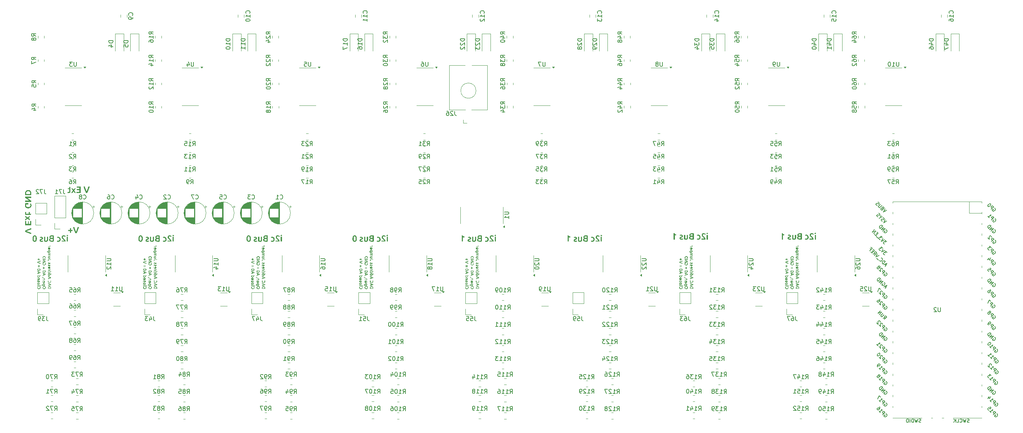
<source format=gbr>
%TF.GenerationSoftware,KiCad,Pcbnew,8.0.8-8.0.8-0~ubuntu24.04.1*%
%TF.CreationDate,2025-02-26T09:10:27-05:00*%
%TF.ProjectId,Oblique Palette 0.5.1 PCB Main,4f626c69-7175-4652-9050-616c65747465,rev?*%
%TF.SameCoordinates,Original*%
%TF.FileFunction,Legend,Bot*%
%TF.FilePolarity,Positive*%
%FSLAX46Y46*%
G04 Gerber Fmt 4.6, Leading zero omitted, Abs format (unit mm)*
G04 Created by KiCad (PCBNEW 8.0.8-8.0.8-0~ubuntu24.04.1) date 2025-02-26 09:10:27*
%MOMM*%
%LPD*%
G01*
G04 APERTURE LIST*
%ADD10C,0.300000*%
%ADD11C,0.187500*%
%ADD12C,0.150000*%
%ADD13C,0.120000*%
G04 APERTURE END LIST*
D10*
G36*
X16227156Y-71089344D02*
G01*
X16230286Y-71167061D01*
X16239675Y-71241121D01*
X16258541Y-71322901D01*
X16285927Y-71399703D01*
X16316182Y-71461570D01*
X16358953Y-71528213D01*
X16409368Y-71588054D01*
X16467426Y-71641093D01*
X16533127Y-71687330D01*
X16574103Y-71710697D01*
X16651555Y-71745244D01*
X16723357Y-71768101D01*
X16800156Y-71784725D01*
X16881953Y-71795115D01*
X16968747Y-71799271D01*
X16983698Y-71799357D01*
X17058008Y-71796996D01*
X17142364Y-71787929D01*
X17221464Y-71772060D01*
X17295309Y-71749392D01*
X17363900Y-71719922D01*
X17396224Y-71702637D01*
X17466436Y-71657132D01*
X17528970Y-71605245D01*
X17583825Y-71546976D01*
X17631001Y-71482326D01*
X17654511Y-71442519D01*
X17689200Y-71369349D01*
X17715369Y-71292813D01*
X17733018Y-71212911D01*
X17742146Y-71129644D01*
X17743538Y-71080551D01*
X17741498Y-71001661D01*
X17734544Y-70923064D01*
X17722655Y-70853039D01*
X17704901Y-70780793D01*
X17680893Y-70707646D01*
X17676127Y-70695868D01*
X17644519Y-70627601D01*
X17634727Y-70611605D01*
X17403185Y-70695502D01*
X17435723Y-70762193D01*
X17461589Y-70834462D01*
X17466566Y-70851207D01*
X17483645Y-70927094D01*
X17491682Y-71001867D01*
X17492944Y-71047578D01*
X17488134Y-71128010D01*
X17473702Y-71200734D01*
X17446382Y-71272497D01*
X17432128Y-71298538D01*
X17384291Y-71361916D01*
X17323900Y-71413519D01*
X17258105Y-71450212D01*
X17182506Y-71477067D01*
X17106576Y-71492732D01*
X17032805Y-71499894D01*
X16983698Y-71501137D01*
X16909784Y-71498114D01*
X16832105Y-71487488D01*
X16760222Y-71469212D01*
X16715519Y-71452777D01*
X16648243Y-71417708D01*
X16585975Y-71368470D01*
X16536001Y-71308063D01*
X16499707Y-71236192D01*
X16479786Y-71161087D01*
X16472503Y-71085540D01*
X16472254Y-71067728D01*
X16473971Y-70993024D01*
X16476650Y-70955621D01*
X16487597Y-70882685D01*
X16488007Y-70880882D01*
X17005680Y-70880882D01*
X17005680Y-70594385D01*
X16301161Y-70594385D01*
X16278447Y-70666651D01*
X16259968Y-70745013D01*
X16253534Y-70775736D01*
X16240783Y-70852088D01*
X16232952Y-70927743D01*
X16228418Y-71010724D01*
X16227156Y-71089344D01*
G37*
G36*
X16255000Y-70285174D02*
G01*
X17710198Y-70285174D01*
X17710198Y-70052533D01*
X17654064Y-69999529D01*
X17596130Y-69948455D01*
X17559623Y-69917711D01*
X17499299Y-69868371D01*
X17436204Y-69818078D01*
X17376441Y-69771531D01*
X17315153Y-69724433D01*
X17252649Y-69677479D01*
X17188929Y-69630667D01*
X17176039Y-69621322D01*
X17111911Y-69574990D01*
X17048212Y-69529874D01*
X16984943Y-69485975D01*
X16972341Y-69477341D01*
X16910388Y-69435102D01*
X16844058Y-69391035D01*
X16779633Y-69349480D01*
X17710198Y-69349480D01*
X17710198Y-69064815D01*
X16255000Y-69064815D01*
X16255000Y-69305516D01*
X16322986Y-69344128D01*
X16392445Y-69384904D01*
X16456866Y-69423852D01*
X16522254Y-69464373D01*
X16588357Y-69506255D01*
X16655175Y-69549496D01*
X16668625Y-69558307D01*
X16735851Y-69602665D01*
X16802434Y-69647809D01*
X16868372Y-69693740D01*
X16881482Y-69703021D01*
X16946326Y-69749647D01*
X17009882Y-69796559D01*
X17072149Y-69843757D01*
X17084448Y-69853230D01*
X17144634Y-69900185D01*
X17202458Y-69946711D01*
X17263337Y-69997393D01*
X17268729Y-70001974D01*
X16255000Y-70001974D01*
X16255000Y-70285174D01*
G37*
G36*
X17031754Y-67471302D02*
G01*
X17108056Y-67476832D01*
X17193360Y-67490102D01*
X17271838Y-67510611D01*
X17343489Y-67538359D01*
X17408314Y-67573346D01*
X17457371Y-67607406D01*
X17518928Y-67661823D01*
X17572175Y-67724093D01*
X17617112Y-67794217D01*
X17649016Y-67860575D01*
X17662765Y-67895679D01*
X17686207Y-67969189D01*
X17704239Y-68047104D01*
X17716861Y-68129425D01*
X17724074Y-68216150D01*
X17725952Y-68291786D01*
X17725314Y-68343564D01*
X17722481Y-68419813D01*
X17717892Y-68496950D01*
X17711796Y-68568813D01*
X17702114Y-68645135D01*
X17689316Y-68718600D01*
X16275516Y-68718600D01*
X16262822Y-68652326D01*
X16252330Y-68577605D01*
X16245474Y-68500980D01*
X16242476Y-68452787D01*
X16239050Y-68375636D01*
X16237780Y-68299846D01*
X16238032Y-68283360D01*
X16483977Y-68283360D01*
X16484031Y-68300789D01*
X16486175Y-68376050D01*
X16490572Y-68431737D01*
X17473161Y-68431737D01*
X17479023Y-68365425D01*
X17479770Y-68350188D01*
X17481221Y-68274933D01*
X17481095Y-68258742D01*
X17476713Y-68181832D01*
X17463189Y-68098443D01*
X17440649Y-68024765D01*
X17402957Y-67951082D01*
X17352993Y-67890617D01*
X17291619Y-67842509D01*
X17219376Y-67806217D01*
X17148802Y-67784515D01*
X17070243Y-67771493D01*
X16983698Y-67767152D01*
X16899587Y-67771635D01*
X16822561Y-67785081D01*
X16752618Y-67807492D01*
X16679972Y-67844969D01*
X16616967Y-67894647D01*
X16600863Y-67911106D01*
X16552680Y-67976941D01*
X16521511Y-68043556D01*
X16499692Y-68119574D01*
X16487224Y-68204994D01*
X16483977Y-68283360D01*
X16238032Y-68283360D01*
X16238498Y-68252903D01*
X16242887Y-68177297D01*
X16253418Y-68090915D01*
X16269694Y-68009273D01*
X16291715Y-67932371D01*
X16319480Y-67860209D01*
X16341301Y-67814997D01*
X16385770Y-67742213D01*
X16438233Y-67677493D01*
X16498690Y-67620838D01*
X16567142Y-67572247D01*
X16598941Y-67554045D01*
X16667042Y-67523013D01*
X16741145Y-67499142D01*
X16821250Y-67482432D01*
X16907357Y-67472884D01*
X16983698Y-67470397D01*
X17031754Y-67471302D01*
G37*
G36*
X16255000Y-77311360D02*
G01*
X16331768Y-77346803D01*
X16409484Y-77381966D01*
X16476850Y-77411881D01*
X16544912Y-77441591D01*
X16613670Y-77471095D01*
X16683055Y-77500341D01*
X16752723Y-77529278D01*
X16822674Y-77557906D01*
X16892908Y-77586225D01*
X16963426Y-77614235D01*
X16986995Y-77623503D01*
X17057543Y-77651010D01*
X17127679Y-77678028D01*
X17197403Y-77704556D01*
X17266714Y-77730595D01*
X17335614Y-77756145D01*
X17358489Y-77764553D01*
X17437804Y-77793304D01*
X17515788Y-77821213D01*
X17592439Y-77848281D01*
X17667757Y-77874508D01*
X17710198Y-77889117D01*
X17710198Y-77572578D01*
X17640063Y-77548856D01*
X17568507Y-77524584D01*
X17495532Y-77499763D01*
X17421137Y-77474392D01*
X17346284Y-77448564D01*
X17271569Y-77422735D01*
X17196991Y-77396906D01*
X17122550Y-77371078D01*
X17048980Y-77345249D01*
X16977012Y-77319420D01*
X16906647Y-77293592D01*
X16837885Y-77267763D01*
X16763722Y-77239053D01*
X16693732Y-77211039D01*
X16620860Y-77180729D01*
X16593154Y-77168845D01*
X16663579Y-77139686D01*
X16739299Y-77109453D01*
X16811974Y-77081327D01*
X16837152Y-77071758D01*
X16905777Y-77045861D01*
X16976096Y-77019826D01*
X17048109Y-76993654D01*
X17121817Y-76967344D01*
X17196441Y-76941058D01*
X17271202Y-76914954D01*
X17346101Y-76889034D01*
X17421137Y-76863297D01*
X17495532Y-76837812D01*
X17568507Y-76813013D01*
X17640063Y-76788902D01*
X17710198Y-76765478D01*
X17710198Y-76460296D01*
X17635641Y-76486488D01*
X17559751Y-76513450D01*
X17482529Y-76541185D01*
X17403975Y-76569690D01*
X17358489Y-76586325D01*
X17278261Y-76615813D01*
X17209104Y-76641590D01*
X17139587Y-76667831D01*
X17069708Y-76694535D01*
X16999470Y-76721703D01*
X16987728Y-76726277D01*
X16917339Y-76753934D01*
X16847130Y-76781952D01*
X16777102Y-76810331D01*
X16707253Y-76839071D01*
X16637585Y-76868171D01*
X16614403Y-76877951D01*
X16545396Y-76907331D01*
X16477136Y-76936942D01*
X16409624Y-76966785D01*
X16331803Y-77001894D01*
X16255000Y-77037320D01*
X16255000Y-77311360D01*
G37*
G36*
X16255000Y-75770799D02*
G01*
X17710198Y-75770799D01*
X17710198Y-74819351D01*
X17468764Y-74819351D01*
X17468764Y-75483935D01*
X17134274Y-75483935D01*
X17134274Y-74893356D01*
X16897969Y-74893356D01*
X16897969Y-75483935D01*
X16496434Y-75483935D01*
X16496434Y-74769891D01*
X16255000Y-74769891D01*
X16255000Y-75770799D01*
G37*
G36*
X16255000Y-74627376D02*
G01*
X16322622Y-74590706D01*
X16390946Y-74550418D01*
X16433419Y-74524061D01*
X16495758Y-74483868D01*
X16558670Y-74441600D01*
X16622154Y-74397257D01*
X16634919Y-74388140D01*
X16697638Y-74342702D01*
X16757565Y-74297980D01*
X16820263Y-74249612D01*
X16825795Y-74245258D01*
X17355558Y-74616385D01*
X17355558Y-74317431D01*
X17001650Y-74084790D01*
X17355558Y-73851782D01*
X17355558Y-73567484D01*
X16830558Y-73937878D01*
X16768555Y-73889220D01*
X16706194Y-73841707D01*
X16643476Y-73795339D01*
X16630889Y-73786203D01*
X16568686Y-73741782D01*
X16507556Y-73699650D01*
X16441553Y-73655949D01*
X16435617Y-73652114D01*
X16371464Y-73612259D01*
X16303947Y-73573816D01*
X16255000Y-73548433D01*
X16255000Y-73842257D01*
X16319918Y-73877959D01*
X16372969Y-73908935D01*
X16439698Y-73948933D01*
X16504012Y-73989024D01*
X16518049Y-73997962D01*
X16581241Y-74039986D01*
X16643344Y-74085791D01*
X16655069Y-74095048D01*
X16592879Y-74141485D01*
X16528753Y-74185518D01*
X16524277Y-74188471D01*
X16462047Y-74228632D01*
X16395994Y-74269017D01*
X16382861Y-74276765D01*
X16315908Y-74314775D01*
X16255000Y-74347473D01*
X16255000Y-74627376D01*
G37*
G36*
X16230453Y-72956755D02*
G01*
X16234002Y-73033485D01*
X16246480Y-73109242D01*
X16270880Y-73180297D01*
X16287240Y-73210645D01*
X16336750Y-73271610D01*
X16399553Y-73317120D01*
X16448806Y-73338872D01*
X16525180Y-73359522D01*
X16602574Y-73370857D01*
X16678714Y-73375001D01*
X16696468Y-73375143D01*
X17640589Y-73375143D01*
X17684919Y-73101102D01*
X17355558Y-73101102D01*
X17355558Y-72712390D01*
X17126946Y-72712390D01*
X17126946Y-73101102D01*
X16696468Y-73101102D01*
X16621079Y-73096139D01*
X16566409Y-73083517D01*
X16503417Y-73044155D01*
X16489106Y-73025265D01*
X16465827Y-72952233D01*
X16463827Y-72915722D01*
X16468876Y-72841640D01*
X16475551Y-72804347D01*
X16495953Y-72731120D01*
X16503761Y-72709825D01*
X16289071Y-72668426D01*
X16263025Y-72739209D01*
X16248771Y-72788960D01*
X16235033Y-72865896D01*
X16230525Y-72944636D01*
X16230453Y-72956755D01*
G37*
G36*
X28401360Y-77655000D02*
G01*
X28436803Y-77578231D01*
X28471966Y-77500515D01*
X28501881Y-77433149D01*
X28531591Y-77365087D01*
X28561095Y-77296329D01*
X28590341Y-77226944D01*
X28619278Y-77157276D01*
X28647906Y-77087325D01*
X28676225Y-77017091D01*
X28704235Y-76946573D01*
X28713503Y-76923004D01*
X28741010Y-76852456D01*
X28768028Y-76782320D01*
X28794556Y-76712596D01*
X28820595Y-76643285D01*
X28846145Y-76574385D01*
X28854553Y-76551510D01*
X28883304Y-76472195D01*
X28911213Y-76394211D01*
X28938281Y-76317560D01*
X28964508Y-76242242D01*
X28979117Y-76199801D01*
X28662578Y-76199801D01*
X28638856Y-76269936D01*
X28614584Y-76341492D01*
X28589763Y-76414467D01*
X28564392Y-76488862D01*
X28538564Y-76563715D01*
X28512735Y-76638430D01*
X28486906Y-76713008D01*
X28461078Y-76787449D01*
X28435249Y-76861019D01*
X28409420Y-76932987D01*
X28383592Y-77003352D01*
X28357763Y-77072114D01*
X28329053Y-77146277D01*
X28301039Y-77216267D01*
X28270729Y-77289139D01*
X28258845Y-77316845D01*
X28229686Y-77246420D01*
X28199453Y-77170700D01*
X28171327Y-77098025D01*
X28161758Y-77072847D01*
X28135861Y-77004222D01*
X28109826Y-76933903D01*
X28083654Y-76861890D01*
X28057344Y-76788182D01*
X28031058Y-76713558D01*
X28004954Y-76638797D01*
X27979034Y-76563898D01*
X27953297Y-76488862D01*
X27927812Y-76414467D01*
X27903013Y-76341492D01*
X27878902Y-76269936D01*
X27855478Y-76199801D01*
X27550296Y-76199801D01*
X27576488Y-76274358D01*
X27603450Y-76350248D01*
X27631185Y-76427470D01*
X27659690Y-76506024D01*
X27676325Y-76551510D01*
X27705813Y-76631738D01*
X27731590Y-76700895D01*
X27757831Y-76770412D01*
X27784535Y-76840291D01*
X27811703Y-76910529D01*
X27816277Y-76922271D01*
X27843934Y-76992660D01*
X27871952Y-77062869D01*
X27900331Y-77132897D01*
X27929071Y-77202746D01*
X27958171Y-77272414D01*
X27967951Y-77295596D01*
X27997331Y-77364603D01*
X28026942Y-77432863D01*
X28056785Y-77500375D01*
X28091894Y-77578196D01*
X28127320Y-77655000D01*
X28401360Y-77655000D01*
G37*
G36*
X27062299Y-77551685D02*
G01*
X27062299Y-77147951D01*
X27427198Y-77147951D01*
X27427198Y-76917508D01*
X27062299Y-76917508D01*
X27062299Y-76514141D01*
X26813171Y-76514141D01*
X26813171Y-76917508D01*
X26448639Y-76917508D01*
X26448639Y-77147951D01*
X26813171Y-77147951D01*
X26813171Y-77551685D01*
X27062299Y-77551685D01*
G37*
G36*
X30901360Y-68155000D02*
G01*
X30936803Y-68078231D01*
X30971966Y-68000515D01*
X31001881Y-67933149D01*
X31031591Y-67865087D01*
X31061095Y-67796329D01*
X31090341Y-67726944D01*
X31119278Y-67657276D01*
X31147906Y-67587325D01*
X31176225Y-67517091D01*
X31204235Y-67446573D01*
X31213503Y-67423004D01*
X31241010Y-67352456D01*
X31268028Y-67282320D01*
X31294556Y-67212596D01*
X31320595Y-67143285D01*
X31346145Y-67074385D01*
X31354553Y-67051510D01*
X31383304Y-66972195D01*
X31411213Y-66894211D01*
X31438281Y-66817560D01*
X31464508Y-66742242D01*
X31479117Y-66699801D01*
X31162578Y-66699801D01*
X31138856Y-66769936D01*
X31114584Y-66841492D01*
X31089763Y-66914467D01*
X31064392Y-66988862D01*
X31038564Y-67063715D01*
X31012735Y-67138430D01*
X30986906Y-67213008D01*
X30961078Y-67287449D01*
X30935249Y-67361019D01*
X30909420Y-67432987D01*
X30883592Y-67503352D01*
X30857763Y-67572114D01*
X30829053Y-67646277D01*
X30801039Y-67716267D01*
X30770729Y-67789139D01*
X30758845Y-67816845D01*
X30729686Y-67746420D01*
X30699453Y-67670700D01*
X30671327Y-67598025D01*
X30661758Y-67572847D01*
X30635861Y-67504222D01*
X30609826Y-67433903D01*
X30583654Y-67361890D01*
X30557344Y-67288182D01*
X30531058Y-67213558D01*
X30504954Y-67138797D01*
X30479034Y-67063898D01*
X30453297Y-66988862D01*
X30427812Y-66914467D01*
X30403013Y-66841492D01*
X30378902Y-66769936D01*
X30355478Y-66699801D01*
X30050296Y-66699801D01*
X30076488Y-66774358D01*
X30103450Y-66850248D01*
X30131185Y-66927470D01*
X30159690Y-67006024D01*
X30176325Y-67051510D01*
X30205813Y-67131738D01*
X30231590Y-67200895D01*
X30257831Y-67270412D01*
X30284535Y-67340291D01*
X30311703Y-67410529D01*
X30316277Y-67422271D01*
X30343934Y-67492660D01*
X30371952Y-67562869D01*
X30400331Y-67632897D01*
X30429071Y-67702746D01*
X30458171Y-67772414D01*
X30467951Y-67795596D01*
X30497331Y-67864603D01*
X30526942Y-67932863D01*
X30556785Y-68000375D01*
X30591894Y-68078196D01*
X30627320Y-68155000D01*
X30901360Y-68155000D01*
G37*
G36*
X29360799Y-68155000D02*
G01*
X29360799Y-66699801D01*
X28409351Y-66699801D01*
X28409351Y-66941235D01*
X29073935Y-66941235D01*
X29073935Y-67275725D01*
X28483356Y-67275725D01*
X28483356Y-67512030D01*
X29073935Y-67512030D01*
X29073935Y-67913565D01*
X28359891Y-67913565D01*
X28359891Y-68155000D01*
X29360799Y-68155000D01*
G37*
G36*
X28217376Y-68155000D02*
G01*
X28180706Y-68087377D01*
X28140418Y-68019053D01*
X28114061Y-67976580D01*
X28073868Y-67914241D01*
X28031600Y-67851329D01*
X27987257Y-67787845D01*
X27978140Y-67775080D01*
X27932702Y-67712361D01*
X27887980Y-67652434D01*
X27839612Y-67589736D01*
X27835258Y-67584204D01*
X28206385Y-67054441D01*
X27907431Y-67054441D01*
X27674790Y-67408349D01*
X27441782Y-67054441D01*
X27157484Y-67054441D01*
X27527878Y-67579441D01*
X27479220Y-67641444D01*
X27431707Y-67703805D01*
X27385339Y-67766523D01*
X27376203Y-67779110D01*
X27331782Y-67841313D01*
X27289650Y-67902443D01*
X27245949Y-67968446D01*
X27242114Y-67974382D01*
X27202259Y-68038535D01*
X27163816Y-68106052D01*
X27138433Y-68155000D01*
X27432257Y-68155000D01*
X27467959Y-68090081D01*
X27498935Y-68037030D01*
X27538933Y-67970301D01*
X27579024Y-67905987D01*
X27587962Y-67891950D01*
X27629986Y-67828758D01*
X27675791Y-67766655D01*
X27685048Y-67754930D01*
X27731485Y-67817120D01*
X27775518Y-67881246D01*
X27778471Y-67885722D01*
X27818632Y-67947952D01*
X27859017Y-68014005D01*
X27866765Y-68027138D01*
X27904775Y-68094091D01*
X27937473Y-68155000D01*
X28217376Y-68155000D01*
G37*
G36*
X26546755Y-68179546D02*
G01*
X26623485Y-68175997D01*
X26699242Y-68163519D01*
X26770297Y-68139119D01*
X26800645Y-68122759D01*
X26861610Y-68073249D01*
X26907120Y-68010446D01*
X26928872Y-67961193D01*
X26949522Y-67884819D01*
X26960857Y-67807425D01*
X26965001Y-67731285D01*
X26965143Y-67713531D01*
X26965143Y-66769410D01*
X26691102Y-66725080D01*
X26691102Y-67054441D01*
X26302390Y-67054441D01*
X26302390Y-67283053D01*
X26691102Y-67283053D01*
X26691102Y-67713531D01*
X26686139Y-67788920D01*
X26673517Y-67843590D01*
X26634155Y-67906582D01*
X26615265Y-67920893D01*
X26542233Y-67944172D01*
X26505722Y-67946172D01*
X26431640Y-67941123D01*
X26394347Y-67934448D01*
X26321120Y-67914046D01*
X26299825Y-67906238D01*
X26258426Y-68120928D01*
X26329209Y-68146974D01*
X26378960Y-68161228D01*
X26455896Y-68174966D01*
X26534636Y-68179474D01*
X26546755Y-68179546D01*
G37*
D11*
G36*
X22035877Y-90200072D02*
G01*
X22074028Y-90202836D01*
X22116680Y-90209472D01*
X22155919Y-90219726D01*
X22191744Y-90233600D01*
X22224157Y-90251093D01*
X22248685Y-90268124D01*
X22279464Y-90295332D01*
X22306087Y-90326467D01*
X22328556Y-90361529D01*
X22344508Y-90394708D01*
X22351382Y-90412260D01*
X22363103Y-90449015D01*
X22372119Y-90487973D01*
X22378430Y-90529133D01*
X22382037Y-90572496D01*
X22382976Y-90610314D01*
X22382657Y-90636202D01*
X22381240Y-90674327D01*
X22378946Y-90712896D01*
X22375898Y-90748827D01*
X22371057Y-90786988D01*
X22364658Y-90823721D01*
X21657758Y-90823721D01*
X21651411Y-90790583D01*
X21646165Y-90753223D01*
X21642737Y-90714911D01*
X21641238Y-90690814D01*
X21639525Y-90652238D01*
X21638890Y-90614344D01*
X21639016Y-90606100D01*
X21761988Y-90606100D01*
X21762015Y-90614815D01*
X21763087Y-90652445D01*
X21765286Y-90680289D01*
X22256580Y-90680289D01*
X22259511Y-90647133D01*
X22259885Y-90639515D01*
X22260610Y-90601887D01*
X22260547Y-90593792D01*
X22258356Y-90555337D01*
X22251594Y-90513642D01*
X22240324Y-90476803D01*
X22221478Y-90439961D01*
X22196496Y-90409729D01*
X22165809Y-90385675D01*
X22129688Y-90367529D01*
X22094401Y-90356678D01*
X22055121Y-90350167D01*
X22011849Y-90347997D01*
X21969793Y-90350238D01*
X21931280Y-90356961D01*
X21896309Y-90368167D01*
X21859986Y-90386905D01*
X21828483Y-90411744D01*
X21820431Y-90419974D01*
X21796340Y-90452891D01*
X21780755Y-90486199D01*
X21769846Y-90524207D01*
X21763612Y-90566917D01*
X21761988Y-90606100D01*
X21639016Y-90606100D01*
X21639249Y-90590872D01*
X21641443Y-90553069D01*
X21646709Y-90509878D01*
X21654847Y-90469057D01*
X21665857Y-90430606D01*
X21679740Y-90394525D01*
X21690650Y-90371919D01*
X21712885Y-90335527D01*
X21739116Y-90303167D01*
X21769345Y-90274839D01*
X21803571Y-90250544D01*
X21819470Y-90241443D01*
X21853521Y-90225927D01*
X21890572Y-90213991D01*
X21930625Y-90205637D01*
X21973678Y-90200862D01*
X22011849Y-90199619D01*
X22035877Y-90200072D01*
G37*
G36*
X21676442Y-89449291D02*
G01*
X21711848Y-89461927D01*
X21746395Y-89474375D01*
X21786718Y-89489064D01*
X21825804Y-89503483D01*
X21863654Y-89517632D01*
X21869848Y-89519954D01*
X21906530Y-89533787D01*
X21942388Y-89547453D01*
X21977422Y-89560951D01*
X22011631Y-89574282D01*
X22050500Y-89589623D01*
X22072276Y-89598281D01*
X22109833Y-89613447D01*
X22146688Y-89628630D01*
X22182842Y-89643830D01*
X22218295Y-89659049D01*
X22238296Y-89667730D01*
X22273023Y-89683046D01*
X22307399Y-89698519D01*
X22341424Y-89714151D01*
X22375099Y-89729940D01*
X22375099Y-89865678D01*
X22355910Y-89874854D01*
X22317184Y-89893032D01*
X22277995Y-89910978D01*
X22238341Y-89928692D01*
X22198224Y-89946175D01*
X22164439Y-89960566D01*
X22150813Y-89966276D01*
X22116128Y-89980618D01*
X22080556Y-89995059D01*
X22044100Y-90009598D01*
X22006758Y-90024236D01*
X21968530Y-90038972D01*
X21929417Y-90053806D01*
X21913482Y-90059789D01*
X21872662Y-90075003D01*
X21830438Y-90090583D01*
X21795648Y-90103311D01*
X21759959Y-90116274D01*
X21723371Y-90129472D01*
X21685885Y-90142904D01*
X21647500Y-90156571D01*
X21647500Y-90007644D01*
X21657858Y-90004361D01*
X21694247Y-89992375D01*
X21730847Y-89979617D01*
X21741326Y-89975828D01*
X21777866Y-89962745D01*
X21814195Y-89949942D01*
X21814195Y-89915504D01*
X21929234Y-89915504D01*
X21950278Y-89907988D01*
X21985458Y-89895185D01*
X22022290Y-89881432D01*
X22036101Y-89876153D01*
X22070545Y-89862846D01*
X22105272Y-89849192D01*
X22139634Y-89835622D01*
X22174881Y-89821898D01*
X22193679Y-89814699D01*
X22228736Y-89801381D01*
X22209067Y-89793158D01*
X22174881Y-89779399D01*
X22139634Y-89765389D01*
X22105272Y-89751739D01*
X22093151Y-89746956D01*
X22057548Y-89733232D01*
X22022290Y-89720048D01*
X21999782Y-89711656D01*
X21965074Y-89698854D01*
X21929234Y-89685793D01*
X21929234Y-89915504D01*
X21814195Y-89915504D01*
X21814195Y-89650622D01*
X21803837Y-89647082D01*
X21767447Y-89634464D01*
X21730847Y-89621496D01*
X21720369Y-89617724D01*
X21683829Y-89604971D01*
X21647500Y-89592920D01*
X21647500Y-89439047D01*
X21676442Y-89449291D01*
G37*
G36*
X21632479Y-89039527D02*
G01*
X21634031Y-89080440D01*
X21638687Y-89119099D01*
X21646447Y-89155505D01*
X21659424Y-89195129D01*
X21676625Y-89231685D01*
X21697886Y-89264892D01*
X21723038Y-89294471D01*
X21752082Y-89320421D01*
X21785018Y-89342742D01*
X21805586Y-89353867D01*
X21844507Y-89370213D01*
X21880631Y-89381027D01*
X21919306Y-89388893D01*
X21960530Y-89393809D01*
X22004305Y-89395775D01*
X22011849Y-89395816D01*
X22050501Y-89394492D01*
X22087278Y-89390522D01*
X22127011Y-89382742D01*
X22164294Y-89371505D01*
X22173232Y-89368155D01*
X22207293Y-89352871D01*
X22242299Y-89332419D01*
X22273799Y-89308519D01*
X22292850Y-89290669D01*
X22318390Y-89261353D01*
X22340191Y-89229457D01*
X22358253Y-89194982D01*
X22366673Y-89174715D01*
X22378804Y-89136677D01*
X22386965Y-89096959D01*
X22390886Y-89060242D01*
X22391769Y-89031833D01*
X22390513Y-88992196D01*
X22386280Y-88953054D01*
X22381144Y-88926503D01*
X22371552Y-88890194D01*
X22358679Y-88854494D01*
X22357880Y-88852681D01*
X22341703Y-88818953D01*
X22337547Y-88812015D01*
X22221043Y-88853963D01*
X22237346Y-88888722D01*
X22249808Y-88924170D01*
X22251451Y-88929617D01*
X22259990Y-88967396D01*
X22264009Y-89006186D01*
X22264640Y-89030551D01*
X22261458Y-89070142D01*
X22251913Y-89107310D01*
X22237712Y-89138995D01*
X22215823Y-89170408D01*
X22187180Y-89197146D01*
X22155280Y-89217397D01*
X22117699Y-89232853D01*
X22078737Y-89241869D01*
X22040017Y-89245990D01*
X22013864Y-89246706D01*
X21973820Y-89244909D01*
X21936326Y-89239519D01*
X21897658Y-89229315D01*
X21883072Y-89223991D01*
X21849598Y-89207272D01*
X21818232Y-89183055D01*
X21792580Y-89152733D01*
X21775192Y-89119567D01*
X21764244Y-89080748D01*
X21759897Y-89040978D01*
X21759607Y-89026704D01*
X21760708Y-88988647D01*
X21764515Y-88951595D01*
X21772672Y-88914407D01*
X21773529Y-88911666D01*
X21785500Y-88876884D01*
X21800273Y-88842056D01*
X21684502Y-88802672D01*
X21667651Y-88837851D01*
X21654634Y-88875847D01*
X21649331Y-88894263D01*
X21641185Y-88930490D01*
X21635704Y-88970339D01*
X21633071Y-89008801D01*
X21632479Y-89039527D01*
G37*
G36*
X21676442Y-87814573D02*
G01*
X21711848Y-87827209D01*
X21746395Y-87839657D01*
X21786718Y-87854347D01*
X21825804Y-87868766D01*
X21863654Y-87882915D01*
X21869848Y-87885237D01*
X21906530Y-87899070D01*
X21942388Y-87912735D01*
X21977422Y-87926234D01*
X22011631Y-87939564D01*
X22050500Y-87954905D01*
X22072276Y-87963564D01*
X22109833Y-87978729D01*
X22146688Y-87993912D01*
X22182842Y-88009113D01*
X22218295Y-88024331D01*
X22238296Y-88033012D01*
X22273023Y-88048328D01*
X22307399Y-88063802D01*
X22341424Y-88079434D01*
X22375099Y-88095223D01*
X22375099Y-88230961D01*
X22355910Y-88240137D01*
X22317184Y-88258315D01*
X22277995Y-88276261D01*
X22238341Y-88293975D01*
X22198224Y-88311458D01*
X22164439Y-88325849D01*
X22150813Y-88331559D01*
X22116128Y-88345901D01*
X22080556Y-88360342D01*
X22044100Y-88374881D01*
X22006758Y-88389519D01*
X21968530Y-88404254D01*
X21929417Y-88419089D01*
X21913482Y-88425072D01*
X21872662Y-88440285D01*
X21830438Y-88455865D01*
X21795648Y-88468594D01*
X21759959Y-88481557D01*
X21723371Y-88494754D01*
X21685885Y-88508187D01*
X21647500Y-88521854D01*
X21647500Y-88372927D01*
X21657858Y-88369644D01*
X21694247Y-88357658D01*
X21730847Y-88344900D01*
X21741326Y-88341110D01*
X21777866Y-88328027D01*
X21814195Y-88315225D01*
X21814195Y-88280786D01*
X21929234Y-88280786D01*
X21950278Y-88273270D01*
X21985458Y-88260468D01*
X22022290Y-88246714D01*
X22036101Y-88241435D01*
X22070545Y-88228129D01*
X22105272Y-88214474D01*
X22139634Y-88200905D01*
X22174881Y-88187180D01*
X22193679Y-88179982D01*
X22228736Y-88166664D01*
X22209067Y-88158441D01*
X22174881Y-88144682D01*
X22139634Y-88130672D01*
X22105272Y-88117021D01*
X22093151Y-88112239D01*
X22057548Y-88098515D01*
X22022290Y-88085331D01*
X21999782Y-88076939D01*
X21965074Y-88064136D01*
X21929234Y-88051076D01*
X21929234Y-88280786D01*
X21814195Y-88280786D01*
X21814195Y-88015905D01*
X21803837Y-88012364D01*
X21767447Y-87999747D01*
X21730847Y-87986779D01*
X21720369Y-87983007D01*
X21683829Y-87970254D01*
X21647500Y-87958203D01*
X21647500Y-87804330D01*
X21676442Y-87814573D01*
G37*
G36*
X22439945Y-87387957D02*
G01*
X22180560Y-87387957D01*
X22188417Y-87405247D01*
X22200893Y-87441263D01*
X22206941Y-87470167D01*
X22209319Y-87507208D01*
X22208451Y-87530930D01*
X22202517Y-87570856D01*
X22190960Y-87607218D01*
X22173782Y-87640015D01*
X22164482Y-87653396D01*
X22137202Y-87683317D01*
X22107724Y-87705933D01*
X22073581Y-87724462D01*
X22035207Y-87738542D01*
X21997909Y-87747188D01*
X21957612Y-87752194D01*
X21919891Y-87753588D01*
X21914408Y-87753555D01*
X21877324Y-87751470D01*
X21837734Y-87745116D01*
X21801121Y-87734526D01*
X21767484Y-87719699D01*
X21748116Y-87708341D01*
X21716904Y-87684312D01*
X21690387Y-87655675D01*
X21668565Y-87622430D01*
X21666447Y-87618444D01*
X21651918Y-87584793D01*
X21641694Y-87548005D01*
X21635775Y-87508080D01*
X21634127Y-87470572D01*
X21634130Y-87469656D01*
X21751730Y-87469656D01*
X21751813Y-87475283D01*
X21757042Y-87511788D01*
X21772979Y-87547325D01*
X21774325Y-87549325D01*
X21800571Y-87577289D01*
X21833246Y-87596601D01*
X21851072Y-87603168D01*
X21887757Y-87611084D01*
X21925753Y-87613454D01*
X21958601Y-87612051D01*
X21996095Y-87606127D01*
X22014513Y-87600724D01*
X22048485Y-87583046D01*
X22059818Y-87573561D01*
X22081275Y-87543661D01*
X22088084Y-87524599D01*
X22092449Y-87486875D01*
X22091432Y-87466819D01*
X22083839Y-87430455D01*
X22081148Y-87422317D01*
X22064605Y-87387957D01*
X21759057Y-87387957D01*
X21754112Y-87421479D01*
X21753070Y-87432321D01*
X21751730Y-87469656D01*
X21634130Y-87469656D01*
X21634144Y-87465556D01*
X21635368Y-87427896D01*
X21638524Y-87390155D01*
X21638790Y-87387629D01*
X21643469Y-87350679D01*
X21649881Y-87313218D01*
X21655454Y-87287312D01*
X21665085Y-87251120D01*
X22462294Y-87251120D01*
X22439945Y-87387957D01*
G37*
G36*
X22439945Y-86759275D02*
G01*
X22180560Y-86759275D01*
X22188417Y-86776566D01*
X22200893Y-86812581D01*
X22206941Y-86841486D01*
X22209319Y-86878527D01*
X22208451Y-86902249D01*
X22202517Y-86942175D01*
X22190960Y-86978537D01*
X22173782Y-87011334D01*
X22164482Y-87024715D01*
X22137202Y-87054636D01*
X22107724Y-87077252D01*
X22073581Y-87095781D01*
X22035207Y-87109861D01*
X21997909Y-87118507D01*
X21957612Y-87123513D01*
X21919891Y-87124907D01*
X21914408Y-87124874D01*
X21877324Y-87122789D01*
X21837734Y-87116435D01*
X21801121Y-87105845D01*
X21767484Y-87091018D01*
X21748116Y-87079660D01*
X21716904Y-87055631D01*
X21690387Y-87026994D01*
X21668565Y-86993749D01*
X21666447Y-86989763D01*
X21651918Y-86956112D01*
X21641694Y-86919324D01*
X21635775Y-86879398D01*
X21634127Y-86841891D01*
X21634130Y-86840975D01*
X21751730Y-86840975D01*
X21751813Y-86846602D01*
X21757042Y-86883107D01*
X21772979Y-86918644D01*
X21774325Y-86920644D01*
X21800571Y-86948608D01*
X21833246Y-86967920D01*
X21851072Y-86974487D01*
X21887757Y-86982403D01*
X21925753Y-86984773D01*
X21958601Y-86983370D01*
X21996095Y-86977445D01*
X22014513Y-86972043D01*
X22048485Y-86954364D01*
X22059818Y-86944880D01*
X22081275Y-86914980D01*
X22088084Y-86895918D01*
X22092449Y-86858194D01*
X22091432Y-86838138D01*
X22083839Y-86801774D01*
X22081148Y-86793636D01*
X22064605Y-86759275D01*
X21759057Y-86759275D01*
X21754112Y-86792798D01*
X21753070Y-86803640D01*
X21751730Y-86840975D01*
X21634130Y-86840975D01*
X21634144Y-86836875D01*
X21635368Y-86799215D01*
X21638524Y-86761474D01*
X21638790Y-86758947D01*
X21643469Y-86721998D01*
X21649881Y-86684537D01*
X21655454Y-86658631D01*
X21665085Y-86622438D01*
X22462294Y-86622438D01*
X22439945Y-86759275D01*
G37*
G36*
X21647500Y-86468749D02*
G01*
X22169385Y-86468749D01*
X22181357Y-86431968D01*
X22191283Y-86395475D01*
X22196130Y-86375509D01*
X22203430Y-86336018D01*
X22207438Y-86297149D01*
X22208903Y-86259750D01*
X22208953Y-86251128D01*
X22206847Y-86213595D01*
X22206388Y-86209180D01*
X22201375Y-86172467D01*
X22199610Y-86162468D01*
X22190122Y-86126619D01*
X22189352Y-86124733D01*
X22075596Y-86148363D01*
X22083996Y-86184242D01*
X22086038Y-86194342D01*
X22090918Y-86231794D01*
X22091716Y-86256807D01*
X22089051Y-86294374D01*
X22088236Y-86299855D01*
X22081458Y-86331728D01*
X21647500Y-86331728D01*
X21647500Y-86468749D01*
G37*
G36*
X21971507Y-85570038D02*
G01*
X22012654Y-85575233D01*
X22049955Y-85584206D01*
X22087320Y-85598817D01*
X22098691Y-85604668D01*
X22129540Y-85624851D01*
X22158073Y-85651899D01*
X22180560Y-85683813D01*
X22191205Y-85705168D01*
X22203043Y-85740002D01*
X22209926Y-85778198D01*
X22211884Y-85814972D01*
X22211595Y-85827211D01*
X22206472Y-85867197D01*
X22194944Y-85905930D01*
X22179094Y-85939719D01*
X22168113Y-85957624D01*
X22144357Y-85987193D01*
X22115472Y-86013342D01*
X22081458Y-86036072D01*
X22073226Y-86040598D01*
X22037780Y-86055779D01*
X21998305Y-86066289D01*
X21960458Y-86071653D01*
X21919525Y-86073442D01*
X21884802Y-86071978D01*
X21847029Y-86066720D01*
X21811295Y-86057638D01*
X21773529Y-86042850D01*
X21753931Y-86032494D01*
X21722012Y-86009842D01*
X21694412Y-85982030D01*
X21671130Y-85949061D01*
X21666583Y-85941022D01*
X21651327Y-85906092D01*
X21640765Y-85866719D01*
X21635375Y-85828624D01*
X21633578Y-85787128D01*
X21634669Y-85751540D01*
X21638390Y-85713756D01*
X21644752Y-85677402D01*
X21645451Y-85674179D01*
X21654599Y-85637526D01*
X21667466Y-85602847D01*
X21779207Y-85621898D01*
X21769270Y-85649421D01*
X21760340Y-85685095D01*
X21758365Y-85695082D01*
X21753526Y-85731521D01*
X21751913Y-85770275D01*
X21752046Y-85779465D01*
X21755918Y-85817614D01*
X21766508Y-85853850D01*
X21785802Y-85886229D01*
X21806967Y-85906559D01*
X21841408Y-85924784D01*
X21879225Y-85932575D01*
X21879225Y-85932025D01*
X21975579Y-85932025D01*
X21998891Y-85927689D01*
X22035113Y-85914623D01*
X22054527Y-85902885D01*
X22080359Y-85876338D01*
X22092981Y-85850044D01*
X22097944Y-85813140D01*
X22095549Y-85786573D01*
X22080908Y-85751224D01*
X22068045Y-85736133D01*
X22036395Y-85715137D01*
X22013014Y-85707128D01*
X21975579Y-85701948D01*
X21975579Y-85932025D01*
X21879225Y-85932025D01*
X21879225Y-85571523D01*
X21905420Y-85569691D01*
X21932348Y-85568592D01*
X21971507Y-85570038D01*
G37*
G36*
X21633394Y-85294185D02*
G01*
X21634380Y-85333020D01*
X21637786Y-85371309D01*
X21644342Y-85407518D01*
X21645851Y-85413436D01*
X21656522Y-85450566D01*
X21666184Y-85477367D01*
X21778841Y-85453004D01*
X21766568Y-85418291D01*
X21756393Y-85382254D01*
X21755760Y-85379731D01*
X21748873Y-85343256D01*
X21745843Y-85304678D01*
X21745685Y-85293269D01*
X21748020Y-85254870D01*
X21756310Y-85224392D01*
X21786086Y-85202830D01*
X21796427Y-85202044D01*
X21824637Y-85213035D01*
X21846640Y-85243625D01*
X21848084Y-85246374D01*
X21864020Y-85281465D01*
X21872997Y-85304443D01*
X21888243Y-85340436D01*
X21905474Y-85375478D01*
X21911831Y-85387058D01*
X21933601Y-85417560D01*
X21962412Y-85442375D01*
X21964405Y-85443661D01*
X21998896Y-85458256D01*
X22035691Y-85463677D01*
X22048302Y-85463995D01*
X22087141Y-85459792D01*
X22123626Y-85445868D01*
X22135314Y-85438532D01*
X22164055Y-85412150D01*
X22185091Y-85380307D01*
X22191734Y-85366175D01*
X22204013Y-85328454D01*
X22210290Y-85289396D01*
X22211884Y-85254251D01*
X22210596Y-85216702D01*
X22206293Y-85178407D01*
X22202725Y-85158813D01*
X22194149Y-85121732D01*
X22184040Y-85090120D01*
X22075596Y-85115033D01*
X22087419Y-85151665D01*
X22092449Y-85170720D01*
X22098738Y-85207712D01*
X22100509Y-85246191D01*
X22096684Y-85284251D01*
X22088419Y-85306641D01*
X22058415Y-85328086D01*
X22050683Y-85328623D01*
X22023023Y-85320563D01*
X22000858Y-85292170D01*
X21985029Y-85256852D01*
X21976861Y-85235933D01*
X21962267Y-85198896D01*
X21946090Y-85164105D01*
X21929783Y-85135549D01*
X21905859Y-85105367D01*
X21876435Y-85083110D01*
X21874462Y-85082060D01*
X21838879Y-85069695D01*
X21801357Y-85065638D01*
X21795511Y-85065573D01*
X21757953Y-85069334D01*
X21722730Y-85081897D01*
X21706118Y-85092318D01*
X21679730Y-85118069D01*
X21659207Y-85151862D01*
X21651713Y-85170170D01*
X21641283Y-85207800D01*
X21635559Y-85246555D01*
X21633466Y-85285135D01*
X21633394Y-85294185D01*
G37*
G36*
X21633394Y-84798860D02*
G01*
X21634380Y-84837695D01*
X21637786Y-84875984D01*
X21644342Y-84912193D01*
X21645851Y-84918112D01*
X21656522Y-84955241D01*
X21666184Y-84982042D01*
X21778841Y-84957679D01*
X21766568Y-84922966D01*
X21756393Y-84886929D01*
X21755760Y-84884406D01*
X21748873Y-84847932D01*
X21745843Y-84809353D01*
X21745685Y-84797944D01*
X21748020Y-84759546D01*
X21756310Y-84729068D01*
X21786086Y-84707505D01*
X21796427Y-84706720D01*
X21824637Y-84717711D01*
X21846640Y-84748301D01*
X21848084Y-84751050D01*
X21864020Y-84786141D01*
X21872997Y-84809118D01*
X21888243Y-84845111D01*
X21905474Y-84880153D01*
X21911831Y-84891734D01*
X21933601Y-84922235D01*
X21962412Y-84947051D01*
X21964405Y-84948337D01*
X21998896Y-84962932D01*
X22035691Y-84968352D01*
X22048302Y-84968670D01*
X22087141Y-84964468D01*
X22123626Y-84950543D01*
X22135314Y-84943208D01*
X22164055Y-84916826D01*
X22185091Y-84884982D01*
X22191734Y-84870851D01*
X22204013Y-84833130D01*
X22210290Y-84794071D01*
X22211884Y-84758927D01*
X22210596Y-84721377D01*
X22206293Y-84683082D01*
X22202725Y-84663489D01*
X22194149Y-84626408D01*
X22184040Y-84594795D01*
X22075596Y-84619708D01*
X22087419Y-84656340D01*
X22092449Y-84675396D01*
X22098738Y-84712388D01*
X22100509Y-84750867D01*
X22096684Y-84788927D01*
X22088419Y-84811317D01*
X22058415Y-84832762D01*
X22050683Y-84833299D01*
X22023023Y-84825239D01*
X22000858Y-84796845D01*
X21985029Y-84761528D01*
X21976861Y-84740608D01*
X21962267Y-84703571D01*
X21946090Y-84668781D01*
X21929783Y-84640225D01*
X21905859Y-84610042D01*
X21876435Y-84587786D01*
X21874462Y-84586735D01*
X21838879Y-84574371D01*
X21801357Y-84570313D01*
X21795511Y-84570249D01*
X21757953Y-84574010D01*
X21722730Y-84586573D01*
X21706118Y-84596994D01*
X21679730Y-84622744D01*
X21659207Y-84656537D01*
X21651713Y-84674846D01*
X21641283Y-84712476D01*
X21635559Y-84751230D01*
X21633466Y-84789811D01*
X21633394Y-84798860D01*
G37*
G36*
X21632479Y-84065582D02*
G01*
X21633957Y-84104499D01*
X21639066Y-84143797D01*
X21648901Y-84182232D01*
X21651163Y-84188681D01*
X21665563Y-84223937D01*
X21683340Y-84257647D01*
X21691280Y-84269647D01*
X21802838Y-84219455D01*
X21783866Y-84185665D01*
X21770232Y-84156257D01*
X21759103Y-84118751D01*
X21755408Y-84079679D01*
X21755394Y-84076939D01*
X21758560Y-84040206D01*
X21770719Y-84005242D01*
X21787817Y-83983700D01*
X21821447Y-83964842D01*
X21857232Y-83956878D01*
X21896810Y-83954574D01*
X22375099Y-83954574D01*
X22375099Y-83811325D01*
X21888750Y-83811325D01*
X21849800Y-83813064D01*
X21812907Y-83818281D01*
X21774327Y-83828155D01*
X21759607Y-83833307D01*
X21725604Y-83850302D01*
X21696180Y-83873808D01*
X21671336Y-83903825D01*
X21666917Y-83910610D01*
X21650269Y-83945235D01*
X21640046Y-83981900D01*
X21634631Y-84018527D01*
X21632512Y-84059397D01*
X21632479Y-84065582D01*
G37*
G36*
X21635409Y-83426277D02*
G01*
X21636961Y-83464017D01*
X21642534Y-83502620D01*
X21653648Y-83540273D01*
X21667833Y-83568609D01*
X21690645Y-83597890D01*
X21721358Y-83623156D01*
X21754388Y-83639814D01*
X21757958Y-83641149D01*
X21795643Y-83652162D01*
X21832527Y-83658585D01*
X21872221Y-83661706D01*
X21890765Y-83662032D01*
X22197779Y-83662032D01*
X22197779Y-83525012D01*
X21910183Y-83525012D01*
X21871131Y-83523621D01*
X21833123Y-83518482D01*
X21819324Y-83515120D01*
X21784798Y-83498248D01*
X21768766Y-83481048D01*
X21755612Y-83446740D01*
X21753012Y-83416568D01*
X21754584Y-83378773D01*
X21755394Y-83370223D01*
X21760157Y-83333953D01*
X22197779Y-83333953D01*
X22197779Y-83197116D01*
X21666367Y-83197116D01*
X21657051Y-83234517D01*
X21649288Y-83273552D01*
X21645484Y-83295484D01*
X21640171Y-83334232D01*
X21637072Y-83370756D01*
X21635567Y-83408846D01*
X21635409Y-83426277D01*
G37*
G36*
X21647500Y-83042510D02*
G01*
X22178728Y-83042510D01*
X22188044Y-83004568D01*
X22195807Y-82965739D01*
X22199610Y-82944141D01*
X22204923Y-82906467D01*
X22208269Y-82867863D01*
X22209646Y-82828329D01*
X22209685Y-82820310D01*
X22207911Y-82782960D01*
X22201236Y-82745125D01*
X22194665Y-82725239D01*
X22177629Y-82691212D01*
X22156563Y-82663872D01*
X22175777Y-82632385D01*
X22182575Y-82618260D01*
X22195741Y-82583799D01*
X22201992Y-82561474D01*
X22208416Y-82525340D01*
X22209685Y-82500840D01*
X22207682Y-82459865D01*
X22200638Y-82419816D01*
X22186864Y-82382829D01*
X22177629Y-82367301D01*
X22152793Y-82338754D01*
X22122114Y-82317091D01*
X22089152Y-82303370D01*
X22051968Y-82294193D01*
X22015413Y-82288840D01*
X21975931Y-82286240D01*
X21957444Y-82285968D01*
X21647500Y-82285968D01*
X21647500Y-82422988D01*
X21937843Y-82422988D01*
X21976208Y-82424199D01*
X22013414Y-82428672D01*
X22026870Y-82431598D01*
X22060872Y-82446213D01*
X22076695Y-82461273D01*
X22090587Y-82495786D01*
X22092449Y-82519342D01*
X22088236Y-82552315D01*
X22077245Y-82584188D01*
X22064056Y-82609101D01*
X22028321Y-82600695D01*
X22010933Y-82598476D01*
X21974010Y-82596115D01*
X21950483Y-82595729D01*
X21647500Y-82595729D01*
X21647500Y-82732749D01*
X21937843Y-82732749D01*
X21976208Y-82733960D01*
X22013414Y-82738433D01*
X22026870Y-82741359D01*
X22060872Y-82756038D01*
X22076695Y-82771217D01*
X22090587Y-82805966D01*
X22092449Y-82829836D01*
X22091350Y-82858595D01*
X22088602Y-82884241D01*
X22085122Y-82905490D01*
X21647500Y-82905490D01*
X21647500Y-83042510D01*
G37*
G36*
X21927768Y-81634789D02*
G01*
X21964943Y-81636885D01*
X22004659Y-81643273D01*
X22041421Y-81653921D01*
X22075230Y-81668827D01*
X22094708Y-81680186D01*
X22126095Y-81704215D01*
X22152758Y-81732852D01*
X22174698Y-81766097D01*
X22176850Y-81770072D01*
X22191611Y-81803674D01*
X22201998Y-81840482D01*
X22208011Y-81880496D01*
X22209685Y-81918138D01*
X22209668Y-81923132D01*
X22208445Y-81960723D01*
X22205289Y-81998555D01*
X22205023Y-82001081D01*
X22200343Y-82037939D01*
X22193932Y-82075125D01*
X22188531Y-82100739D01*
X22178728Y-82137590D01*
X21453326Y-82137590D01*
X21453326Y-82000570D01*
X21665085Y-82000570D01*
X21656558Y-81981284D01*
X21644752Y-81945249D01*
X21638835Y-81915029D01*
X21638018Y-81901835D01*
X21753379Y-81901835D01*
X21754396Y-81921703D01*
X21761988Y-81958072D01*
X21764724Y-81966209D01*
X21781039Y-82000570D01*
X22085122Y-82000570D01*
X22090068Y-81967231D01*
X22091109Y-81956389D01*
X22092449Y-81919054D01*
X22092366Y-81913317D01*
X22087137Y-81876327D01*
X22071200Y-81840835D01*
X22069855Y-81838858D01*
X22043659Y-81811209D01*
X22011116Y-81792109D01*
X21993433Y-81785542D01*
X21956920Y-81777626D01*
X21918975Y-81775256D01*
X21886197Y-81776658D01*
X21849000Y-81782583D01*
X21830853Y-81787986D01*
X21796976Y-81805664D01*
X21785732Y-81815149D01*
X21764370Y-81845048D01*
X21757672Y-81864111D01*
X21753379Y-81901835D01*
X21638018Y-81901835D01*
X21636509Y-81877472D01*
X21637390Y-81853465D01*
X21643416Y-81813318D01*
X21655151Y-81777112D01*
X21672595Y-81744848D01*
X21682104Y-81731787D01*
X21709731Y-81702668D01*
X21739307Y-81680774D01*
X21773346Y-81662965D01*
X21806834Y-81650623D01*
X21842817Y-81641808D01*
X21881297Y-81636518D01*
X21922273Y-81634755D01*
X21927768Y-81634789D01*
G37*
G36*
X21971507Y-81032983D02*
G01*
X22012654Y-81038178D01*
X22049955Y-81047151D01*
X22087320Y-81061762D01*
X22098691Y-81067613D01*
X22129540Y-81087796D01*
X22158073Y-81114844D01*
X22180560Y-81146758D01*
X22191205Y-81168113D01*
X22203043Y-81202947D01*
X22209926Y-81241143D01*
X22211884Y-81277916D01*
X22211595Y-81290156D01*
X22206472Y-81330141D01*
X22194944Y-81368874D01*
X22179094Y-81402663D01*
X22168113Y-81420568D01*
X22144357Y-81450138D01*
X22115472Y-81476287D01*
X22081458Y-81499017D01*
X22073226Y-81503542D01*
X22037780Y-81518724D01*
X21998305Y-81529234D01*
X21960458Y-81534598D01*
X21919525Y-81536386D01*
X21884802Y-81534923D01*
X21847029Y-81529665D01*
X21811295Y-81520583D01*
X21773529Y-81505795D01*
X21753931Y-81495439D01*
X21722012Y-81472786D01*
X21694412Y-81444975D01*
X21671130Y-81412006D01*
X21666583Y-81403967D01*
X21651327Y-81369037D01*
X21640765Y-81329664D01*
X21635375Y-81291569D01*
X21633578Y-81250073D01*
X21634669Y-81214485D01*
X21638390Y-81176701D01*
X21644752Y-81140347D01*
X21645451Y-81137124D01*
X21654599Y-81100471D01*
X21667466Y-81065792D01*
X21779207Y-81084842D01*
X21769270Y-81112366D01*
X21760340Y-81148040D01*
X21758365Y-81158027D01*
X21753526Y-81194466D01*
X21751913Y-81233220D01*
X21752046Y-81242410D01*
X21755918Y-81280559D01*
X21766508Y-81316795D01*
X21785802Y-81349174D01*
X21806967Y-81369504D01*
X21841408Y-81387729D01*
X21879225Y-81395519D01*
X21879225Y-81394970D01*
X21975579Y-81394970D01*
X21998891Y-81390634D01*
X22035113Y-81377568D01*
X22054527Y-81365830D01*
X22080359Y-81339282D01*
X22092981Y-81312989D01*
X22097944Y-81276085D01*
X22095549Y-81249518D01*
X22080908Y-81214169D01*
X22068045Y-81199078D01*
X22036395Y-81178082D01*
X22013014Y-81170073D01*
X21975579Y-81164893D01*
X21975579Y-81394970D01*
X21879225Y-81394970D01*
X21879225Y-81034467D01*
X21905420Y-81032636D01*
X21932348Y-81031536D01*
X21971507Y-81032983D01*
G37*
G36*
X21647500Y-80904408D02*
G01*
X22169385Y-80904408D01*
X22181357Y-80867628D01*
X22191283Y-80831135D01*
X22196130Y-80811168D01*
X22203430Y-80771677D01*
X22207438Y-80732808D01*
X22208903Y-80695409D01*
X22208953Y-80686788D01*
X22206847Y-80649254D01*
X22206388Y-80644839D01*
X22201375Y-80608127D01*
X22199610Y-80598128D01*
X22190122Y-80562278D01*
X22189352Y-80560392D01*
X22075596Y-80584023D01*
X22083996Y-80619901D01*
X22086038Y-80630001D01*
X22090918Y-80667453D01*
X22091716Y-80692466D01*
X22089051Y-80730033D01*
X22088236Y-80735514D01*
X22081458Y-80767388D01*
X21647500Y-80767388D01*
X21647500Y-80904408D01*
G37*
G36*
X20774917Y-90139962D02*
G01*
X20811784Y-90142569D01*
X20853414Y-90148827D01*
X20892198Y-90158498D01*
X20928135Y-90171582D01*
X20961226Y-90188079D01*
X20981731Y-90200684D01*
X21014474Y-90225222D01*
X21043220Y-90252917D01*
X21067969Y-90283766D01*
X21088721Y-90317772D01*
X21098810Y-90338325D01*
X21113229Y-90375575D01*
X21123529Y-90414455D01*
X21129709Y-90454966D01*
X21131769Y-90497107D01*
X21131178Y-90519311D01*
X21127140Y-90558376D01*
X21119277Y-90596281D01*
X21107588Y-90633028D01*
X21099446Y-90652777D01*
X21081838Y-90686588D01*
X21060433Y-90718168D01*
X21035232Y-90747517D01*
X21016367Y-90765579D01*
X20985075Y-90789822D01*
X20950189Y-90810646D01*
X20916163Y-90826285D01*
X20907214Y-90829724D01*
X20869656Y-90841258D01*
X20829281Y-90849244D01*
X20791643Y-90853320D01*
X20751849Y-90854678D01*
X20728909Y-90854253D01*
X20692223Y-90851656D01*
X20650749Y-90845422D01*
X20612058Y-90835788D01*
X20576148Y-90822753D01*
X20543021Y-90806318D01*
X20522556Y-90793670D01*
X20489856Y-90769070D01*
X20461117Y-90741332D01*
X20436341Y-90710456D01*
X20415526Y-90676442D01*
X20405437Y-90655809D01*
X20391018Y-90618474D01*
X20380718Y-90579578D01*
X20374538Y-90539123D01*
X20372479Y-90497107D01*
X20498874Y-90497107D01*
X20501933Y-90536155D01*
X20512364Y-90574892D01*
X20530198Y-90609214D01*
X20554764Y-90638796D01*
X20585391Y-90663313D01*
X20618492Y-90681205D01*
X20640538Y-90689734D01*
X20676168Y-90699218D01*
X20714869Y-90704732D01*
X20751849Y-90706301D01*
X20770642Y-90705909D01*
X20810709Y-90702159D01*
X20847703Y-90694439D01*
X20885205Y-90681205D01*
X20918325Y-90663313D01*
X20949012Y-90638796D01*
X20973682Y-90609214D01*
X20991725Y-90574892D01*
X21002278Y-90536155D01*
X21005373Y-90497107D01*
X21002314Y-90458059D01*
X20991883Y-90419321D01*
X20974049Y-90385000D01*
X20949587Y-90355440D01*
X20919022Y-90330988D01*
X20885938Y-90313192D01*
X20863866Y-90304601D01*
X20828102Y-90295047D01*
X20789149Y-90289493D01*
X20751849Y-90287913D01*
X20733055Y-90288308D01*
X20692989Y-90292085D01*
X20655994Y-90299861D01*
X20618492Y-90313192D01*
X20585391Y-90330988D01*
X20554764Y-90355440D01*
X20530198Y-90385000D01*
X20512364Y-90419321D01*
X20501933Y-90458059D01*
X20498874Y-90497107D01*
X20372479Y-90497107D01*
X20373151Y-90472274D01*
X20377565Y-90430305D01*
X20386099Y-90390229D01*
X20398753Y-90352046D01*
X20415526Y-90315757D01*
X20426935Y-90296036D01*
X20450014Y-90264032D01*
X20477054Y-90235218D01*
X20508057Y-90209595D01*
X20543021Y-90187163D01*
X20559237Y-90178651D01*
X20593755Y-90164140D01*
X20631056Y-90152977D01*
X20671138Y-90145163D01*
X20714003Y-90140698D01*
X20751849Y-90139535D01*
X20774917Y-90139962D01*
G37*
G36*
X20667768Y-89504293D02*
G01*
X20704943Y-89506389D01*
X20744659Y-89512778D01*
X20781421Y-89523425D01*
X20815230Y-89538332D01*
X20834708Y-89549690D01*
X20866095Y-89573719D01*
X20892758Y-89602357D01*
X20914698Y-89635601D01*
X20916850Y-89639576D01*
X20931611Y-89673179D01*
X20941998Y-89709987D01*
X20948011Y-89750001D01*
X20949685Y-89787643D01*
X20949668Y-89792636D01*
X20948445Y-89830227D01*
X20945289Y-89868060D01*
X20945023Y-89870585D01*
X20940343Y-89907444D01*
X20933932Y-89944630D01*
X20928531Y-89970244D01*
X20918728Y-90007095D01*
X20193326Y-90007095D01*
X20193326Y-89870075D01*
X20405085Y-89870075D01*
X20396558Y-89850789D01*
X20384752Y-89814754D01*
X20378835Y-89784534D01*
X20378018Y-89771339D01*
X20493379Y-89771339D01*
X20494396Y-89791208D01*
X20501988Y-89827576D01*
X20504724Y-89835714D01*
X20521039Y-89870075D01*
X20825122Y-89870075D01*
X20830068Y-89836735D01*
X20831109Y-89825893D01*
X20832449Y-89788558D01*
X20832366Y-89782822D01*
X20827137Y-89745831D01*
X20811200Y-89710340D01*
X20809855Y-89708362D01*
X20783659Y-89680713D01*
X20751116Y-89661613D01*
X20733433Y-89655047D01*
X20696920Y-89647130D01*
X20658975Y-89644760D01*
X20626197Y-89646163D01*
X20589000Y-89652088D01*
X20570853Y-89657490D01*
X20536976Y-89675169D01*
X20525732Y-89684653D01*
X20504370Y-89714553D01*
X20497672Y-89733615D01*
X20493379Y-89771339D01*
X20378018Y-89771339D01*
X20376509Y-89746976D01*
X20377390Y-89722969D01*
X20383416Y-89682822D01*
X20395151Y-89646617D01*
X20412595Y-89614352D01*
X20422104Y-89601292D01*
X20449731Y-89572172D01*
X20479307Y-89550278D01*
X20513346Y-89532470D01*
X20546834Y-89520128D01*
X20582817Y-89511312D01*
X20621297Y-89506023D01*
X20662273Y-89504260D01*
X20667768Y-89504293D01*
G37*
G36*
X20711507Y-88902487D02*
G01*
X20752654Y-88907682D01*
X20789955Y-88916655D01*
X20827320Y-88931266D01*
X20838691Y-88937118D01*
X20869540Y-88957301D01*
X20898073Y-88984349D01*
X20920560Y-89016263D01*
X20931205Y-89037618D01*
X20943043Y-89072452D01*
X20949926Y-89110647D01*
X20951884Y-89147421D01*
X20951595Y-89159661D01*
X20946472Y-89199646D01*
X20934944Y-89238379D01*
X20919094Y-89272168D01*
X20908113Y-89290073D01*
X20884357Y-89319642D01*
X20855472Y-89345792D01*
X20821458Y-89368522D01*
X20813226Y-89373047D01*
X20777780Y-89388228D01*
X20738305Y-89398738D01*
X20700458Y-89404103D01*
X20659525Y-89405891D01*
X20624802Y-89404427D01*
X20587029Y-89399169D01*
X20551295Y-89390087D01*
X20513529Y-89375300D01*
X20493931Y-89364944D01*
X20462012Y-89342291D01*
X20434412Y-89314480D01*
X20411130Y-89281510D01*
X20406583Y-89273472D01*
X20391327Y-89238541D01*
X20380765Y-89199169D01*
X20375375Y-89161073D01*
X20373578Y-89119577D01*
X20374669Y-89083989D01*
X20378390Y-89046206D01*
X20384752Y-89009851D01*
X20385451Y-89006629D01*
X20394599Y-88969975D01*
X20407466Y-88935296D01*
X20519207Y-88954347D01*
X20509270Y-88981870D01*
X20500340Y-89017545D01*
X20498365Y-89027531D01*
X20493526Y-89063971D01*
X20491913Y-89102725D01*
X20492046Y-89111914D01*
X20495918Y-89150063D01*
X20506508Y-89186299D01*
X20525802Y-89218679D01*
X20546967Y-89239008D01*
X20581408Y-89257233D01*
X20619225Y-89265024D01*
X20619225Y-89264474D01*
X20715579Y-89264474D01*
X20738891Y-89260138D01*
X20775113Y-89247072D01*
X20794527Y-89235334D01*
X20820359Y-89208787D01*
X20832981Y-89182493D01*
X20837944Y-89145589D01*
X20835549Y-89119022D01*
X20820908Y-89083674D01*
X20808045Y-89068583D01*
X20776395Y-89047587D01*
X20753014Y-89039578D01*
X20715579Y-89034398D01*
X20715579Y-89264474D01*
X20619225Y-89264474D01*
X20619225Y-88903972D01*
X20645420Y-88902140D01*
X20672348Y-88901041D01*
X20711507Y-88902487D01*
G37*
G36*
X20387500Y-88773913D02*
G01*
X20918728Y-88773913D01*
X20928044Y-88736331D01*
X20935807Y-88697365D01*
X20939610Y-88675544D01*
X20944923Y-88636796D01*
X20948023Y-88600272D01*
X20949528Y-88562183D01*
X20949685Y-88544752D01*
X20948160Y-88506404D01*
X20942682Y-88467386D01*
X20931757Y-88429622D01*
X20917812Y-88401503D01*
X20895476Y-88372452D01*
X20865327Y-88347437D01*
X20829335Y-88329696D01*
X20792212Y-88318780D01*
X20755620Y-88312413D01*
X20716014Y-88309320D01*
X20697444Y-88308996D01*
X20387500Y-88308996D01*
X20387500Y-88446017D01*
X20677843Y-88446017D01*
X20716990Y-88447382D01*
X20754652Y-88452426D01*
X20768152Y-88455725D01*
X20801808Y-88472098D01*
X20817245Y-88488881D01*
X20829940Y-88523312D01*
X20832449Y-88554460D01*
X20830756Y-88592134D01*
X20829884Y-88600622D01*
X20825122Y-88636892D01*
X20387500Y-88636892D01*
X20387500Y-88773913D01*
G37*
G36*
X20217323Y-88104931D02*
G01*
X20246083Y-88211727D01*
X20281401Y-88199373D01*
X20319863Y-88188332D01*
X20357501Y-88180118D01*
X20368632Y-88178204D01*
X20407301Y-88172677D01*
X20445189Y-88169264D01*
X20470664Y-88168496D01*
X20491913Y-88169045D01*
X20516826Y-88170327D01*
X20533679Y-88171427D01*
X20533679Y-88026713D01*
X20502355Y-88024515D01*
X20485685Y-88024148D01*
X20445381Y-88026223D01*
X20407732Y-88031639D01*
X20368778Y-88040417D01*
X20351046Y-88045397D01*
X20315829Y-88057087D01*
X20281803Y-88070905D01*
X20244947Y-88088997D01*
X20217323Y-88104931D01*
G37*
G36*
X20416442Y-87012968D02*
G01*
X20451848Y-87025604D01*
X20486395Y-87038052D01*
X20526718Y-87052742D01*
X20565804Y-87067161D01*
X20603654Y-87081310D01*
X20609848Y-87083631D01*
X20646530Y-87097465D01*
X20682388Y-87111130D01*
X20717422Y-87124629D01*
X20751631Y-87137959D01*
X20790500Y-87153300D01*
X20812276Y-87161958D01*
X20849833Y-87177124D01*
X20886688Y-87192307D01*
X20922842Y-87207508D01*
X20958295Y-87222726D01*
X20978296Y-87231407D01*
X21013023Y-87246723D01*
X21047399Y-87262197D01*
X21081424Y-87277829D01*
X21115099Y-87293618D01*
X21115099Y-87429356D01*
X21095910Y-87438532D01*
X21057184Y-87456710D01*
X21017995Y-87474656D01*
X20978341Y-87492370D01*
X20938224Y-87509852D01*
X20904439Y-87524244D01*
X20890813Y-87529954D01*
X20856128Y-87544296D01*
X20820556Y-87558737D01*
X20784100Y-87573276D01*
X20746758Y-87587913D01*
X20708530Y-87602649D01*
X20669417Y-87617484D01*
X20653482Y-87623467D01*
X20612662Y-87638680D01*
X20570438Y-87654260D01*
X20535648Y-87666989D01*
X20499959Y-87679952D01*
X20463371Y-87693149D01*
X20425885Y-87706582D01*
X20387500Y-87720249D01*
X20387500Y-87571322D01*
X20397858Y-87568039D01*
X20434247Y-87556053D01*
X20470847Y-87543295D01*
X20481326Y-87539505D01*
X20517866Y-87526422D01*
X20554195Y-87513620D01*
X20554195Y-87479181D01*
X20669234Y-87479181D01*
X20690278Y-87471665D01*
X20725458Y-87458863D01*
X20762290Y-87445109D01*
X20776101Y-87439830D01*
X20810545Y-87426524D01*
X20845272Y-87412869D01*
X20879634Y-87399300D01*
X20914881Y-87385575D01*
X20933679Y-87378377D01*
X20968736Y-87365059D01*
X20949067Y-87356836D01*
X20914881Y-87343077D01*
X20879634Y-87329067D01*
X20845272Y-87315416D01*
X20833151Y-87310634D01*
X20797548Y-87296910D01*
X20762290Y-87283726D01*
X20739782Y-87275334D01*
X20705074Y-87262531D01*
X20669234Y-87249471D01*
X20669234Y-87479181D01*
X20554195Y-87479181D01*
X20554195Y-87214300D01*
X20543837Y-87210759D01*
X20507447Y-87198142D01*
X20470847Y-87185174D01*
X20460369Y-87181402D01*
X20423829Y-87168649D01*
X20387500Y-87156598D01*
X20387500Y-87002725D01*
X20416442Y-87012968D01*
G37*
G36*
X20763753Y-86440605D02*
G01*
X20807515Y-86442198D01*
X20848626Y-86445914D01*
X20887087Y-86451755D01*
X20922898Y-86459719D01*
X20963934Y-86472661D01*
X21000829Y-86488921D01*
X21033583Y-86508499D01*
X21045473Y-86517199D01*
X21076539Y-86545754D01*
X21100702Y-86577992D01*
X21117961Y-86613915D01*
X21128317Y-86653521D01*
X21131769Y-86696810D01*
X21130691Y-86720801D01*
X21123319Y-86761415D01*
X21108962Y-86798725D01*
X21087622Y-86832732D01*
X21084823Y-86836301D01*
X21059587Y-86863014D01*
X21029290Y-86886453D01*
X20993933Y-86906617D01*
X20958845Y-86921575D01*
X20948142Y-86925368D01*
X20908373Y-86936717D01*
X20871424Y-86944059D01*
X20831835Y-86949198D01*
X20789606Y-86952134D01*
X20752398Y-86952899D01*
X20737228Y-86952780D01*
X20700598Y-86951435D01*
X20659085Y-86947850D01*
X20620239Y-86942114D01*
X20584059Y-86934227D01*
X20545219Y-86922308D01*
X20510202Y-86907573D01*
X20474905Y-86887620D01*
X20444646Y-86864347D01*
X20416625Y-86834197D01*
X20399424Y-86808026D01*
X20383515Y-86771182D01*
X20375238Y-86735416D01*
X20372479Y-86696810D01*
X20490997Y-86696810D01*
X20491130Y-86702167D01*
X20500562Y-86737871D01*
X20524886Y-86765687D01*
X20546037Y-86778747D01*
X20580413Y-86792555D01*
X20618126Y-86801591D01*
X20633207Y-86804081D01*
X20673038Y-86808853D01*
X20711487Y-86811375D01*
X20752398Y-86812215D01*
X20770920Y-86812049D01*
X20810730Y-86810462D01*
X20847961Y-86807193D01*
X20886304Y-86801591D01*
X20907541Y-86797091D01*
X20944722Y-86785001D01*
X20979178Y-86765687D01*
X20981274Y-86764078D01*
X21005763Y-86733567D01*
X21013250Y-86696810D01*
X21013117Y-86691301D01*
X21003634Y-86654956D01*
X20979178Y-86627384D01*
X20958130Y-86614501D01*
X20923891Y-86600840D01*
X20886304Y-86591847D01*
X20871349Y-86589357D01*
X20831733Y-86584584D01*
X20793355Y-86582063D01*
X20752398Y-86581222D01*
X20733911Y-86581388D01*
X20694094Y-86582976D01*
X20656741Y-86586244D01*
X20618126Y-86591847D01*
X20596820Y-86596334D01*
X20559503Y-86608321D01*
X20524886Y-86627384D01*
X20522801Y-86628949D01*
X20498444Y-86659295D01*
X20490997Y-86696810D01*
X20372479Y-86696810D01*
X20372862Y-86681971D01*
X20378615Y-86639909D01*
X20391272Y-86601531D01*
X20410832Y-86566837D01*
X20437296Y-86535826D01*
X20470664Y-86508499D01*
X20476884Y-86504318D01*
X20510485Y-86485403D01*
X20548254Y-86469807D01*
X20590191Y-86457529D01*
X20626741Y-86450096D01*
X20665959Y-86444786D01*
X20707845Y-86441600D01*
X20752398Y-86440539D01*
X20763753Y-86440605D01*
G37*
G36*
X20754780Y-86100919D02*
G01*
X20869635Y-86100919D01*
X20869635Y-85611639D01*
X20754780Y-85611639D01*
X20754780Y-86100919D01*
G37*
G36*
X20526901Y-86100919D02*
G01*
X20641939Y-86100919D01*
X20641939Y-85611639D01*
X20526901Y-85611639D01*
X20526901Y-86100919D01*
G37*
G36*
X20373578Y-84901625D02*
G01*
X20375143Y-84940484D01*
X20379837Y-84977514D01*
X20389270Y-85018404D01*
X20402963Y-85056805D01*
X20418091Y-85087739D01*
X20439476Y-85121060D01*
X20464684Y-85150981D01*
X20493713Y-85177500D01*
X20526563Y-85200619D01*
X20547051Y-85212302D01*
X20585777Y-85229576D01*
X20621678Y-85241004D01*
X20660078Y-85249316D01*
X20700976Y-85254511D01*
X20744373Y-85256589D01*
X20751849Y-85256632D01*
X20789004Y-85255452D01*
X20831182Y-85250918D01*
X20870732Y-85242984D01*
X20907654Y-85231650D01*
X20941950Y-85216915D01*
X20958112Y-85208272D01*
X20993218Y-85185519D01*
X21024485Y-85159576D01*
X21051912Y-85130442D01*
X21075500Y-85098117D01*
X21087255Y-85078213D01*
X21104600Y-85041628D01*
X21117684Y-85003360D01*
X21126509Y-84963409D01*
X21131073Y-84921775D01*
X21131769Y-84897229D01*
X21130749Y-84857784D01*
X21127272Y-84818486D01*
X21121327Y-84783473D01*
X21112450Y-84747350D01*
X21100446Y-84710777D01*
X21098063Y-84704888D01*
X21082259Y-84670754D01*
X21077363Y-84662756D01*
X20961592Y-84704705D01*
X20977861Y-84738050D01*
X20990794Y-84774185D01*
X20993283Y-84782557D01*
X21001822Y-84820501D01*
X21005841Y-84857887D01*
X21006472Y-84880743D01*
X21004067Y-84920959D01*
X20996851Y-84957321D01*
X20983191Y-84993202D01*
X20976064Y-85006222D01*
X20952145Y-85037912D01*
X20921950Y-85063713D01*
X20889052Y-85082060D01*
X20851253Y-85095487D01*
X20813288Y-85103320D01*
X20776402Y-85106901D01*
X20751849Y-85107522D01*
X20714892Y-85106011D01*
X20676052Y-85100698D01*
X20640111Y-85091560D01*
X20617759Y-85083342D01*
X20584121Y-85065807D01*
X20552987Y-85041189D01*
X20528000Y-85010985D01*
X20509853Y-84975050D01*
X20499893Y-84937497D01*
X20496251Y-84899724D01*
X20496127Y-84890818D01*
X20496985Y-84853466D01*
X20498325Y-84834764D01*
X20503798Y-84798296D01*
X20504003Y-84797395D01*
X20762840Y-84797395D01*
X20762840Y-84654146D01*
X20410580Y-84654146D01*
X20399223Y-84690279D01*
X20389984Y-84729460D01*
X20386767Y-84744822D01*
X20380391Y-84782998D01*
X20376476Y-84820825D01*
X20374209Y-84862316D01*
X20373578Y-84901625D01*
G37*
G36*
X20387500Y-84499541D02*
G01*
X21115099Y-84499541D01*
X21115099Y-84383220D01*
X21087032Y-84356718D01*
X21058065Y-84331181D01*
X21039811Y-84315809D01*
X21009649Y-84291139D01*
X20978102Y-84265993D01*
X20948220Y-84242719D01*
X20917576Y-84219170D01*
X20886324Y-84195693D01*
X20854464Y-84172287D01*
X20848019Y-84167615D01*
X20815955Y-84144449D01*
X20784106Y-84121891D01*
X20752471Y-84099941D01*
X20746170Y-84095624D01*
X20715194Y-84074504D01*
X20682029Y-84052471D01*
X20649816Y-84031693D01*
X21115099Y-84031693D01*
X21115099Y-83889361D01*
X20387500Y-83889361D01*
X20387500Y-84009712D01*
X20421493Y-84029018D01*
X20456222Y-84049406D01*
X20488433Y-84068879D01*
X20521127Y-84089140D01*
X20554178Y-84110081D01*
X20587587Y-84131702D01*
X20594312Y-84136107D01*
X20627925Y-84158286D01*
X20661217Y-84180858D01*
X20694186Y-84203824D01*
X20700741Y-84208464D01*
X20733163Y-84231777D01*
X20764941Y-84255233D01*
X20796074Y-84278832D01*
X20802224Y-84283569D01*
X20832317Y-84307046D01*
X20861229Y-84330309D01*
X20891668Y-84355650D01*
X20894364Y-84357941D01*
X20387500Y-84357941D01*
X20387500Y-84499541D01*
G37*
G36*
X20775877Y-83092605D02*
G01*
X20814028Y-83095369D01*
X20856680Y-83102005D01*
X20895919Y-83112259D01*
X20931744Y-83126133D01*
X20964157Y-83143627D01*
X20988685Y-83160657D01*
X21019464Y-83187865D01*
X21046087Y-83219000D01*
X21068556Y-83254062D01*
X21084508Y-83287241D01*
X21091382Y-83304793D01*
X21103103Y-83341548D01*
X21112119Y-83380506D01*
X21118430Y-83421666D01*
X21122037Y-83465029D01*
X21122976Y-83502847D01*
X21122657Y-83528735D01*
X21121240Y-83566860D01*
X21118946Y-83605429D01*
X21115898Y-83641360D01*
X21111057Y-83679521D01*
X21104658Y-83716254D01*
X20397758Y-83716254D01*
X20391411Y-83683116D01*
X20386165Y-83645756D01*
X20382737Y-83607444D01*
X20381238Y-83583347D01*
X20379525Y-83544772D01*
X20378890Y-83506877D01*
X20379016Y-83498633D01*
X20501988Y-83498633D01*
X20502015Y-83507348D01*
X20503087Y-83544979D01*
X20505286Y-83572822D01*
X20996580Y-83572822D01*
X20999511Y-83539666D01*
X20999885Y-83532048D01*
X21000610Y-83494420D01*
X21000547Y-83486325D01*
X20998356Y-83447870D01*
X20991594Y-83406175D01*
X20980324Y-83369336D01*
X20961478Y-83332495D01*
X20936496Y-83302262D01*
X20905809Y-83278208D01*
X20869688Y-83260062D01*
X20834401Y-83249211D01*
X20795121Y-83242700D01*
X20751849Y-83240530D01*
X20709793Y-83242771D01*
X20671280Y-83249494D01*
X20636309Y-83260700D01*
X20599986Y-83279438D01*
X20568483Y-83304277D01*
X20560431Y-83312507D01*
X20536340Y-83345424D01*
X20520755Y-83378732D01*
X20509846Y-83416741D01*
X20503612Y-83459451D01*
X20501988Y-83498633D01*
X20379016Y-83498633D01*
X20379249Y-83483405D01*
X20381443Y-83445602D01*
X20386709Y-83402411D01*
X20394847Y-83361590D01*
X20405857Y-83323139D01*
X20419740Y-83287058D01*
X20430650Y-83264452D01*
X20452885Y-83228060D01*
X20479116Y-83195700D01*
X20509345Y-83167373D01*
X20543571Y-83143077D01*
X20559470Y-83133976D01*
X20593521Y-83118460D01*
X20630572Y-83106525D01*
X20670625Y-83098170D01*
X20713678Y-83093396D01*
X20751849Y-83092152D01*
X20775877Y-83092605D01*
G37*
G36*
X19112479Y-90498389D02*
G01*
X19114031Y-90539303D01*
X19118687Y-90577962D01*
X19126447Y-90614367D01*
X19139424Y-90653991D01*
X19156625Y-90690547D01*
X19177886Y-90723755D01*
X19203038Y-90753334D01*
X19232082Y-90779283D01*
X19265018Y-90801604D01*
X19285586Y-90812730D01*
X19324507Y-90829075D01*
X19360631Y-90839890D01*
X19399306Y-90847755D01*
X19440530Y-90852671D01*
X19484305Y-90854638D01*
X19491849Y-90854678D01*
X19530501Y-90853355D01*
X19567278Y-90849384D01*
X19607011Y-90841605D01*
X19644294Y-90830368D01*
X19653232Y-90827018D01*
X19687293Y-90811734D01*
X19722299Y-90791282D01*
X19753799Y-90767381D01*
X19772850Y-90749532D01*
X19798390Y-90720215D01*
X19820191Y-90688320D01*
X19838253Y-90653845D01*
X19846673Y-90633578D01*
X19858804Y-90595540D01*
X19866965Y-90555821D01*
X19870886Y-90519105D01*
X19871769Y-90490696D01*
X19870513Y-90451059D01*
X19866280Y-90411916D01*
X19861144Y-90385366D01*
X19851552Y-90349056D01*
X19838679Y-90313357D01*
X19837880Y-90311543D01*
X19821703Y-90277815D01*
X19817547Y-90270877D01*
X19701043Y-90312826D01*
X19717346Y-90347585D01*
X19729808Y-90383032D01*
X19731451Y-90388480D01*
X19739990Y-90426259D01*
X19744009Y-90465049D01*
X19744640Y-90489413D01*
X19741458Y-90529005D01*
X19731913Y-90566172D01*
X19717712Y-90597857D01*
X19695823Y-90629271D01*
X19667180Y-90656009D01*
X19635280Y-90676259D01*
X19597699Y-90691715D01*
X19558737Y-90700731D01*
X19520017Y-90704853D01*
X19493864Y-90705568D01*
X19453820Y-90703771D01*
X19416326Y-90698381D01*
X19377658Y-90688177D01*
X19363072Y-90682854D01*
X19329598Y-90666135D01*
X19298232Y-90641917D01*
X19272580Y-90611596D01*
X19255192Y-90578430D01*
X19244244Y-90539611D01*
X19239897Y-90499841D01*
X19239607Y-90485566D01*
X19240708Y-90447509D01*
X19244515Y-90410458D01*
X19252672Y-90373269D01*
X19253529Y-90370528D01*
X19265500Y-90335746D01*
X19280273Y-90300919D01*
X19164502Y-90261535D01*
X19147651Y-90296713D01*
X19134634Y-90334709D01*
X19129331Y-90353126D01*
X19121185Y-90389352D01*
X19115704Y-90429201D01*
X19113071Y-90467664D01*
X19112479Y-90498389D01*
G37*
G36*
X19117241Y-89960200D02*
G01*
X19119508Y-89998142D01*
X19124850Y-90035407D01*
X19135394Y-90073161D01*
X19140322Y-90084764D01*
X19160492Y-90116040D01*
X19189042Y-90139782D01*
X19200956Y-90145764D01*
X19236125Y-90156675D01*
X19273687Y-90161810D01*
X19297859Y-90162616D01*
X19919945Y-90162616D01*
X19942294Y-90025596D01*
X19322772Y-90025596D01*
X19286294Y-90022094D01*
X19256826Y-90009659D01*
X19237099Y-89977601D01*
X19230448Y-89940783D01*
X19117241Y-89960200D01*
G37*
G36*
X19408777Y-89339612D02*
G01*
X19445401Y-89341709D01*
X19484659Y-89348097D01*
X19521146Y-89358744D01*
X19554863Y-89373651D01*
X19574426Y-89384881D01*
X19606099Y-89408317D01*
X19633223Y-89435898D01*
X19655797Y-89467623D01*
X19668061Y-89490711D01*
X19681699Y-89527684D01*
X19689628Y-89567469D01*
X19691884Y-89605193D01*
X19690998Y-89628789D01*
X19684941Y-89669302D01*
X19673146Y-89707293D01*
X19655614Y-89742763D01*
X19643586Y-89761067D01*
X19618443Y-89790768D01*
X19588807Y-89816296D01*
X19554680Y-89837651D01*
X19550628Y-89839759D01*
X19516642Y-89854210D01*
X19479863Y-89864380D01*
X19440290Y-89870267D01*
X19403372Y-89871906D01*
X19397966Y-89871874D01*
X19361309Y-89869811D01*
X19321947Y-89863526D01*
X19285288Y-89853050D01*
X19251331Y-89838384D01*
X19231654Y-89827207D01*
X19199774Y-89803843D01*
X19172444Y-89776305D01*
X19149665Y-89744595D01*
X19137338Y-89721344D01*
X19123631Y-89684029D01*
X19115661Y-89643787D01*
X19113405Y-89605743D01*
X19231730Y-89605743D01*
X19236359Y-89640250D01*
X19252796Y-89673520D01*
X19278304Y-89698570D01*
X19312330Y-89716934D01*
X19329835Y-89722716D01*
X19365925Y-89729685D01*
X19403372Y-89731772D01*
X19419443Y-89731410D01*
X19457880Y-89727077D01*
X19493864Y-89716934D01*
X19525761Y-89699914D01*
X19552665Y-89673520D01*
X19568327Y-89642379D01*
X19573548Y-89605743D01*
X19569000Y-89570830D01*
X19552848Y-89537782D01*
X19527798Y-89513144D01*
X19494047Y-89494918D01*
X19479250Y-89489750D01*
X19440767Y-89481851D01*
X19403372Y-89479713D01*
X19387388Y-89480085D01*
X19348928Y-89484524D01*
X19312513Y-89494918D01*
X19280142Y-89511817D01*
X19252796Y-89537782D01*
X19236997Y-89568694D01*
X19231730Y-89605743D01*
X19113405Y-89605743D01*
X19113394Y-89605560D01*
X19114670Y-89575963D01*
X19120337Y-89538886D01*
X19132132Y-89500431D01*
X19149665Y-89465425D01*
X19161758Y-89447518D01*
X19187066Y-89418507D01*
X19216923Y-89393641D01*
X19251331Y-89372918D01*
X19255428Y-89370867D01*
X19289723Y-89356802D01*
X19326720Y-89346905D01*
X19366419Y-89341174D01*
X19403372Y-89339579D01*
X19408777Y-89339612D01*
G37*
G36*
X19113394Y-89065539D02*
G01*
X19114380Y-89104373D01*
X19117786Y-89142663D01*
X19124342Y-89178872D01*
X19125851Y-89184790D01*
X19136522Y-89221919D01*
X19146184Y-89248721D01*
X19258841Y-89224357D01*
X19246568Y-89189644D01*
X19236393Y-89153607D01*
X19235760Y-89151085D01*
X19228873Y-89114610D01*
X19225843Y-89076031D01*
X19225685Y-89064623D01*
X19228020Y-89026224D01*
X19236310Y-88995746D01*
X19266086Y-88974184D01*
X19276427Y-88973398D01*
X19304637Y-88984389D01*
X19326640Y-89014979D01*
X19328084Y-89017728D01*
X19344020Y-89052819D01*
X19352997Y-89075797D01*
X19368243Y-89111789D01*
X19385474Y-89146832D01*
X19391831Y-89158412D01*
X19413601Y-89188913D01*
X19442412Y-89213729D01*
X19444405Y-89215015D01*
X19478896Y-89229610D01*
X19515691Y-89235031D01*
X19528302Y-89235348D01*
X19567141Y-89231146D01*
X19603626Y-89217221D01*
X19615314Y-89209886D01*
X19644055Y-89183504D01*
X19665091Y-89151660D01*
X19671734Y-89137529D01*
X19684013Y-89099808D01*
X19690290Y-89060750D01*
X19691884Y-89025605D01*
X19690596Y-88988055D01*
X19686293Y-88949760D01*
X19682725Y-88930167D01*
X19674149Y-88893086D01*
X19664040Y-88861474D01*
X19555596Y-88886386D01*
X19567419Y-88923019D01*
X19572449Y-88942074D01*
X19578738Y-88979066D01*
X19580509Y-89017545D01*
X19576684Y-89055605D01*
X19568419Y-89077995D01*
X19538415Y-89099440D01*
X19530683Y-89099977D01*
X19503023Y-89091917D01*
X19480858Y-89063524D01*
X19465029Y-89028206D01*
X19456861Y-89007287D01*
X19442267Y-88970250D01*
X19426090Y-88935459D01*
X19409783Y-88906903D01*
X19385859Y-88876721D01*
X19356435Y-88854464D01*
X19354462Y-88853414D01*
X19318879Y-88841049D01*
X19281357Y-88836992D01*
X19275511Y-88836927D01*
X19237953Y-88840688D01*
X19202730Y-88853251D01*
X19186118Y-88863672D01*
X19159730Y-88889423D01*
X19139207Y-88923215D01*
X19131713Y-88941524D01*
X19121283Y-88979154D01*
X19115559Y-89017909D01*
X19113466Y-89056489D01*
X19113394Y-89065539D01*
G37*
G36*
X19451507Y-88241566D02*
G01*
X19492654Y-88246761D01*
X19529955Y-88255734D01*
X19567320Y-88270345D01*
X19578691Y-88276197D01*
X19609540Y-88296380D01*
X19638073Y-88323428D01*
X19660560Y-88355341D01*
X19671205Y-88376696D01*
X19683043Y-88411530D01*
X19689926Y-88449726D01*
X19691884Y-88486500D01*
X19691595Y-88498740D01*
X19686472Y-88538725D01*
X19674944Y-88577458D01*
X19659094Y-88611247D01*
X19648113Y-88629152D01*
X19624357Y-88658721D01*
X19595472Y-88684871D01*
X19561458Y-88707601D01*
X19553226Y-88712126D01*
X19517780Y-88727307D01*
X19478305Y-88737817D01*
X19440458Y-88743182D01*
X19399525Y-88744970D01*
X19364802Y-88743506D01*
X19327029Y-88738248D01*
X19291295Y-88729166D01*
X19253529Y-88714378D01*
X19233931Y-88704023D01*
X19202012Y-88681370D01*
X19174412Y-88653559D01*
X19151130Y-88620589D01*
X19146583Y-88612551D01*
X19131327Y-88577620D01*
X19120765Y-88538247D01*
X19115375Y-88500152D01*
X19113578Y-88458656D01*
X19114669Y-88423068D01*
X19118390Y-88385285D01*
X19124752Y-88348930D01*
X19125451Y-88345707D01*
X19134599Y-88309054D01*
X19147466Y-88274375D01*
X19259207Y-88293426D01*
X19249270Y-88320949D01*
X19240340Y-88356624D01*
X19238365Y-88366610D01*
X19233526Y-88403050D01*
X19231913Y-88441803D01*
X19232046Y-88450993D01*
X19235918Y-88489142D01*
X19246508Y-88525378D01*
X19265802Y-88557758D01*
X19286967Y-88578087D01*
X19321408Y-88596312D01*
X19359225Y-88604103D01*
X19359225Y-88603553D01*
X19455579Y-88603553D01*
X19478891Y-88599217D01*
X19515113Y-88586151D01*
X19534527Y-88574413D01*
X19560359Y-88547866D01*
X19572981Y-88521572D01*
X19577944Y-88484668D01*
X19575549Y-88458101D01*
X19560908Y-88422752D01*
X19548045Y-88407662D01*
X19516395Y-88386666D01*
X19493014Y-88378656D01*
X19455579Y-88373476D01*
X19455579Y-88603553D01*
X19359225Y-88603553D01*
X19359225Y-88243051D01*
X19385420Y-88241219D01*
X19412348Y-88240120D01*
X19451507Y-88241566D01*
G37*
G36*
X19919945Y-87774837D02*
G01*
X19660560Y-87774837D01*
X19668417Y-87792128D01*
X19680893Y-87828143D01*
X19686941Y-87857048D01*
X19689319Y-87894089D01*
X19688451Y-87917810D01*
X19682517Y-87957737D01*
X19670960Y-87994099D01*
X19653782Y-88026896D01*
X19644482Y-88040277D01*
X19617202Y-88070198D01*
X19587724Y-88092813D01*
X19553581Y-88111343D01*
X19515207Y-88125422D01*
X19477909Y-88134069D01*
X19437612Y-88139075D01*
X19399891Y-88140469D01*
X19394408Y-88140436D01*
X19357324Y-88138351D01*
X19317734Y-88131997D01*
X19281121Y-88121406D01*
X19247484Y-88106580D01*
X19228116Y-88095222D01*
X19196904Y-88071192D01*
X19170387Y-88042555D01*
X19148565Y-88009310D01*
X19146447Y-88005325D01*
X19131918Y-87971673D01*
X19121694Y-87934885D01*
X19115775Y-87894960D01*
X19114127Y-87857452D01*
X19114130Y-87856536D01*
X19231730Y-87856536D01*
X19231813Y-87862164D01*
X19237042Y-87898668D01*
X19252979Y-87934206D01*
X19254325Y-87936206D01*
X19280571Y-87964170D01*
X19313246Y-87983482D01*
X19331072Y-87990048D01*
X19367757Y-87997965D01*
X19405753Y-88000334D01*
X19438601Y-87998932D01*
X19476095Y-87993007D01*
X19494513Y-87987605D01*
X19528485Y-87969926D01*
X19539818Y-87960442D01*
X19561275Y-87930542D01*
X19568084Y-87911480D01*
X19572449Y-87873756D01*
X19571432Y-87853700D01*
X19563839Y-87817336D01*
X19561148Y-87809198D01*
X19544605Y-87774837D01*
X19239057Y-87774837D01*
X19234112Y-87808360D01*
X19233070Y-87819202D01*
X19231730Y-87856536D01*
X19114130Y-87856536D01*
X19114144Y-87852437D01*
X19115368Y-87814777D01*
X19118524Y-87777035D01*
X19118790Y-87774509D01*
X19123469Y-87737560D01*
X19129881Y-87700099D01*
X19135454Y-87674193D01*
X19145085Y-87638000D01*
X19942294Y-87638000D01*
X19919945Y-87774837D01*
G37*
G36*
X19156442Y-86595313D02*
G01*
X19191848Y-86607949D01*
X19226395Y-86620397D01*
X19266718Y-86635087D01*
X19305804Y-86649506D01*
X19343654Y-86663654D01*
X19349848Y-86665976D01*
X19386530Y-86679809D01*
X19422388Y-86693475D01*
X19457422Y-86706973D01*
X19491631Y-86720304D01*
X19530500Y-86735645D01*
X19552276Y-86744303D01*
X19589833Y-86759469D01*
X19626688Y-86774652D01*
X19662842Y-86789853D01*
X19698295Y-86805071D01*
X19718296Y-86813752D01*
X19753023Y-86829068D01*
X19787399Y-86844542D01*
X19821424Y-86860173D01*
X19855099Y-86875963D01*
X19855099Y-87011700D01*
X19835910Y-87020876D01*
X19797184Y-87039054D01*
X19757995Y-87057000D01*
X19718341Y-87074715D01*
X19678224Y-87092197D01*
X19644439Y-87106589D01*
X19630813Y-87112298D01*
X19596128Y-87126641D01*
X19560556Y-87141081D01*
X19524100Y-87155621D01*
X19486758Y-87170258D01*
X19448530Y-87184994D01*
X19409417Y-87199829D01*
X19393482Y-87205811D01*
X19352662Y-87221025D01*
X19310438Y-87236605D01*
X19275648Y-87249334D01*
X19239959Y-87262297D01*
X19203371Y-87275494D01*
X19165885Y-87288927D01*
X19127500Y-87302594D01*
X19127500Y-87153667D01*
X19137858Y-87150384D01*
X19174247Y-87138397D01*
X19210847Y-87125640D01*
X19221326Y-87121850D01*
X19257866Y-87108767D01*
X19294195Y-87095964D01*
X19294195Y-87061526D01*
X19409234Y-87061526D01*
X19430278Y-87054010D01*
X19465458Y-87041207D01*
X19502290Y-87027454D01*
X19516101Y-87022175D01*
X19550545Y-87008868D01*
X19585272Y-86995214D01*
X19619634Y-86981644D01*
X19654881Y-86967920D01*
X19673679Y-86960721D01*
X19708736Y-86947404D01*
X19689067Y-86939180D01*
X19654881Y-86925422D01*
X19619634Y-86911411D01*
X19585272Y-86897761D01*
X19573151Y-86892979D01*
X19537548Y-86879254D01*
X19502290Y-86866071D01*
X19479782Y-86857679D01*
X19445074Y-86844876D01*
X19409234Y-86831816D01*
X19409234Y-87061526D01*
X19294195Y-87061526D01*
X19294195Y-86796645D01*
X19283837Y-86793104D01*
X19247447Y-86780487D01*
X19210847Y-86767519D01*
X19200369Y-86763746D01*
X19163829Y-86750994D01*
X19127500Y-86738942D01*
X19127500Y-86585069D01*
X19156442Y-86595313D01*
G37*
G36*
X19503753Y-86022950D02*
G01*
X19547515Y-86024543D01*
X19588626Y-86028259D01*
X19627087Y-86034099D01*
X19662898Y-86042064D01*
X19703934Y-86055005D01*
X19740829Y-86071265D01*
X19773583Y-86090844D01*
X19785473Y-86099544D01*
X19816539Y-86128099D01*
X19840702Y-86160337D01*
X19857961Y-86196259D01*
X19868317Y-86235865D01*
X19871769Y-86279155D01*
X19870691Y-86303146D01*
X19863319Y-86343760D01*
X19848962Y-86381070D01*
X19827622Y-86415076D01*
X19824823Y-86418646D01*
X19799587Y-86445359D01*
X19769290Y-86468797D01*
X19733933Y-86488962D01*
X19698845Y-86503920D01*
X19688142Y-86507713D01*
X19648373Y-86519062D01*
X19611424Y-86526403D01*
X19571835Y-86531542D01*
X19529606Y-86534479D01*
X19492398Y-86535244D01*
X19477228Y-86535124D01*
X19440598Y-86533780D01*
X19399085Y-86530195D01*
X19360239Y-86524459D01*
X19324059Y-86516572D01*
X19285219Y-86504652D01*
X19250202Y-86489917D01*
X19214905Y-86469965D01*
X19184646Y-86446692D01*
X19156625Y-86416542D01*
X19139424Y-86390370D01*
X19123515Y-86353527D01*
X19115238Y-86317761D01*
X19112479Y-86279155D01*
X19230997Y-86279155D01*
X19231130Y-86284512D01*
X19240562Y-86320216D01*
X19264886Y-86348032D01*
X19286037Y-86361092D01*
X19320413Y-86374899D01*
X19358126Y-86383935D01*
X19373207Y-86386425D01*
X19413038Y-86391198D01*
X19451487Y-86393719D01*
X19492398Y-86394560D01*
X19510920Y-86394394D01*
X19550730Y-86392806D01*
X19587961Y-86389538D01*
X19626304Y-86383935D01*
X19647541Y-86379436D01*
X19684722Y-86367346D01*
X19719178Y-86348032D01*
X19721274Y-86346423D01*
X19745763Y-86315911D01*
X19753250Y-86279155D01*
X19753117Y-86273646D01*
X19743634Y-86237300D01*
X19719178Y-86209729D01*
X19698130Y-86196846D01*
X19663891Y-86183184D01*
X19626304Y-86174192D01*
X19611349Y-86171702D01*
X19571733Y-86166929D01*
X19533355Y-86164408D01*
X19492398Y-86163567D01*
X19473911Y-86163733D01*
X19434094Y-86165321D01*
X19396741Y-86168589D01*
X19358126Y-86174192D01*
X19336820Y-86178678D01*
X19299503Y-86190665D01*
X19264886Y-86209729D01*
X19262801Y-86211294D01*
X19238444Y-86241639D01*
X19230997Y-86279155D01*
X19112479Y-86279155D01*
X19112862Y-86264316D01*
X19118615Y-86222254D01*
X19131272Y-86183876D01*
X19150832Y-86149182D01*
X19177296Y-86118171D01*
X19210664Y-86090844D01*
X19216884Y-86086663D01*
X19250485Y-86067748D01*
X19288254Y-86052151D01*
X19330191Y-86039873D01*
X19366741Y-86032440D01*
X19405959Y-86027131D01*
X19447845Y-86023945D01*
X19492398Y-86022883D01*
X19503753Y-86022950D01*
G37*
G36*
X19494780Y-85683264D02*
G01*
X19609635Y-85683264D01*
X19609635Y-85193984D01*
X19494780Y-85193984D01*
X19494780Y-85683264D01*
G37*
G36*
X19266901Y-85683264D02*
G01*
X19381939Y-85683264D01*
X19381939Y-85193984D01*
X19266901Y-85193984D01*
X19266901Y-85683264D01*
G37*
G36*
X19127500Y-84594979D02*
G01*
X19165884Y-84612700D01*
X19204742Y-84630281D01*
X19238425Y-84645239D01*
X19272456Y-84660094D01*
X19306835Y-84674846D01*
X19341527Y-84689469D01*
X19376361Y-84703938D01*
X19411337Y-84718252D01*
X19446454Y-84732411D01*
X19481713Y-84746416D01*
X19493497Y-84751050D01*
X19528771Y-84764803D01*
X19563839Y-84778312D01*
X19598701Y-84791577D01*
X19633357Y-84804596D01*
X19667807Y-84817371D01*
X19679244Y-84821575D01*
X19718902Y-84835950D01*
X19757894Y-84849905D01*
X19796219Y-84863439D01*
X19833878Y-84876552D01*
X19855099Y-84883857D01*
X19855099Y-84725587D01*
X19820031Y-84713726D01*
X19784253Y-84701591D01*
X19747766Y-84689180D01*
X19710568Y-84676495D01*
X19673142Y-84663580D01*
X19635784Y-84650666D01*
X19598495Y-84637752D01*
X19561275Y-84624837D01*
X19524490Y-84611923D01*
X19488506Y-84599009D01*
X19453323Y-84586094D01*
X19418942Y-84573180D01*
X19381861Y-84558825D01*
X19346866Y-84544818D01*
X19310430Y-84529663D01*
X19296577Y-84523721D01*
X19331789Y-84509141D01*
X19369649Y-84494025D01*
X19405987Y-84479962D01*
X19418576Y-84475177D01*
X19452888Y-84462229D01*
X19488048Y-84449211D01*
X19524054Y-84436125D01*
X19560908Y-84422971D01*
X19598220Y-84409827D01*
X19635601Y-84396775D01*
X19673050Y-84383815D01*
X19710568Y-84370947D01*
X19747766Y-84358204D01*
X19784253Y-84345805D01*
X19820031Y-84333749D01*
X19855099Y-84322037D01*
X19855099Y-84169446D01*
X19817820Y-84182542D01*
X19779875Y-84196024D01*
X19741264Y-84209891D01*
X19701987Y-84224144D01*
X19679244Y-84232461D01*
X19639130Y-84247205D01*
X19604552Y-84260093D01*
X19569793Y-84273214D01*
X19534854Y-84286566D01*
X19499735Y-84300150D01*
X19493864Y-84302437D01*
X19458669Y-84316266D01*
X19423565Y-84330275D01*
X19388551Y-84344464D01*
X19353626Y-84358834D01*
X19318792Y-84373384D01*
X19307201Y-84378274D01*
X19272698Y-84392964D01*
X19238568Y-84407769D01*
X19204812Y-84422691D01*
X19165901Y-84440246D01*
X19127500Y-84457958D01*
X19127500Y-84594979D01*
G37*
G36*
X19179157Y-83925448D02*
G01*
X19381024Y-83925448D01*
X19381024Y-84107897D01*
X19496245Y-84107897D01*
X19496245Y-83925448D01*
X19697929Y-83925448D01*
X19697929Y-83800884D01*
X19496245Y-83800884D01*
X19496245Y-83618618D01*
X19381024Y-83618618D01*
X19381024Y-83800884D01*
X19179157Y-83800884D01*
X19179157Y-83925448D01*
G37*
G36*
X47035877Y-90200072D02*
G01*
X47074028Y-90202836D01*
X47116680Y-90209472D01*
X47155919Y-90219726D01*
X47191744Y-90233600D01*
X47224157Y-90251093D01*
X47248685Y-90268124D01*
X47279464Y-90295332D01*
X47306087Y-90326467D01*
X47328556Y-90361529D01*
X47344508Y-90394708D01*
X47351382Y-90412260D01*
X47363103Y-90449015D01*
X47372119Y-90487973D01*
X47378430Y-90529133D01*
X47382037Y-90572496D01*
X47382976Y-90610314D01*
X47382657Y-90636202D01*
X47381240Y-90674327D01*
X47378946Y-90712896D01*
X47375898Y-90748827D01*
X47371057Y-90786988D01*
X47364658Y-90823721D01*
X46657758Y-90823721D01*
X46651411Y-90790583D01*
X46646165Y-90753223D01*
X46642737Y-90714911D01*
X46641238Y-90690814D01*
X46639525Y-90652238D01*
X46638890Y-90614344D01*
X46639016Y-90606100D01*
X46761988Y-90606100D01*
X46762015Y-90614815D01*
X46763087Y-90652445D01*
X46765286Y-90680289D01*
X47256580Y-90680289D01*
X47259511Y-90647133D01*
X47259885Y-90639515D01*
X47260610Y-90601887D01*
X47260547Y-90593792D01*
X47258356Y-90555337D01*
X47251594Y-90513642D01*
X47240324Y-90476803D01*
X47221478Y-90439961D01*
X47196496Y-90409729D01*
X47165809Y-90385675D01*
X47129688Y-90367529D01*
X47094401Y-90356678D01*
X47055121Y-90350167D01*
X47011849Y-90347997D01*
X46969793Y-90350238D01*
X46931280Y-90356961D01*
X46896309Y-90368167D01*
X46859986Y-90386905D01*
X46828483Y-90411744D01*
X46820431Y-90419974D01*
X46796340Y-90452891D01*
X46780755Y-90486199D01*
X46769846Y-90524207D01*
X46763612Y-90566917D01*
X46761988Y-90606100D01*
X46639016Y-90606100D01*
X46639249Y-90590872D01*
X46641443Y-90553069D01*
X46646709Y-90509878D01*
X46654847Y-90469057D01*
X46665857Y-90430606D01*
X46679740Y-90394525D01*
X46690650Y-90371919D01*
X46712885Y-90335527D01*
X46739116Y-90303167D01*
X46769345Y-90274839D01*
X46803571Y-90250544D01*
X46819470Y-90241443D01*
X46853521Y-90225927D01*
X46890572Y-90213991D01*
X46930625Y-90205637D01*
X46973678Y-90200862D01*
X47011849Y-90199619D01*
X47035877Y-90200072D01*
G37*
G36*
X46676442Y-89449291D02*
G01*
X46711848Y-89461927D01*
X46746395Y-89474375D01*
X46786718Y-89489064D01*
X46825804Y-89503483D01*
X46863654Y-89517632D01*
X46869848Y-89519954D01*
X46906530Y-89533787D01*
X46942388Y-89547453D01*
X46977422Y-89560951D01*
X47011631Y-89574282D01*
X47050500Y-89589623D01*
X47072276Y-89598281D01*
X47109833Y-89613447D01*
X47146688Y-89628630D01*
X47182842Y-89643830D01*
X47218295Y-89659049D01*
X47238296Y-89667730D01*
X47273023Y-89683046D01*
X47307399Y-89698519D01*
X47341424Y-89714151D01*
X47375099Y-89729940D01*
X47375099Y-89865678D01*
X47355910Y-89874854D01*
X47317184Y-89893032D01*
X47277995Y-89910978D01*
X47238341Y-89928692D01*
X47198224Y-89946175D01*
X47164439Y-89960566D01*
X47150813Y-89966276D01*
X47116128Y-89980618D01*
X47080556Y-89995059D01*
X47044100Y-90009598D01*
X47006758Y-90024236D01*
X46968530Y-90038972D01*
X46929417Y-90053806D01*
X46913482Y-90059789D01*
X46872662Y-90075003D01*
X46830438Y-90090583D01*
X46795648Y-90103311D01*
X46759959Y-90116274D01*
X46723371Y-90129472D01*
X46685885Y-90142904D01*
X46647500Y-90156571D01*
X46647500Y-90007644D01*
X46657858Y-90004361D01*
X46694247Y-89992375D01*
X46730847Y-89979617D01*
X46741326Y-89975828D01*
X46777866Y-89962745D01*
X46814195Y-89949942D01*
X46814195Y-89915504D01*
X46929234Y-89915504D01*
X46950278Y-89907988D01*
X46985458Y-89895185D01*
X47022290Y-89881432D01*
X47036101Y-89876153D01*
X47070545Y-89862846D01*
X47105272Y-89849192D01*
X47139634Y-89835622D01*
X47174881Y-89821898D01*
X47193679Y-89814699D01*
X47228736Y-89801381D01*
X47209067Y-89793158D01*
X47174881Y-89779399D01*
X47139634Y-89765389D01*
X47105272Y-89751739D01*
X47093151Y-89746956D01*
X47057548Y-89733232D01*
X47022290Y-89720048D01*
X46999782Y-89711656D01*
X46965074Y-89698854D01*
X46929234Y-89685793D01*
X46929234Y-89915504D01*
X46814195Y-89915504D01*
X46814195Y-89650622D01*
X46803837Y-89647082D01*
X46767447Y-89634464D01*
X46730847Y-89621496D01*
X46720369Y-89617724D01*
X46683829Y-89604971D01*
X46647500Y-89592920D01*
X46647500Y-89439047D01*
X46676442Y-89449291D01*
G37*
G36*
X46632479Y-89039527D02*
G01*
X46634031Y-89080440D01*
X46638687Y-89119099D01*
X46646447Y-89155505D01*
X46659424Y-89195129D01*
X46676625Y-89231685D01*
X46697886Y-89264892D01*
X46723038Y-89294471D01*
X46752082Y-89320421D01*
X46785018Y-89342742D01*
X46805586Y-89353867D01*
X46844507Y-89370213D01*
X46880631Y-89381027D01*
X46919306Y-89388893D01*
X46960530Y-89393809D01*
X47004305Y-89395775D01*
X47011849Y-89395816D01*
X47050501Y-89394492D01*
X47087278Y-89390522D01*
X47127011Y-89382742D01*
X47164294Y-89371505D01*
X47173232Y-89368155D01*
X47207293Y-89352871D01*
X47242299Y-89332419D01*
X47273799Y-89308519D01*
X47292850Y-89290669D01*
X47318390Y-89261353D01*
X47340191Y-89229457D01*
X47358253Y-89194982D01*
X47366673Y-89174715D01*
X47378804Y-89136677D01*
X47386965Y-89096959D01*
X47390886Y-89060242D01*
X47391769Y-89031833D01*
X47390513Y-88992196D01*
X47386280Y-88953054D01*
X47381144Y-88926503D01*
X47371552Y-88890194D01*
X47358679Y-88854494D01*
X47357880Y-88852681D01*
X47341703Y-88818953D01*
X47337547Y-88812015D01*
X47221043Y-88853963D01*
X47237346Y-88888722D01*
X47249808Y-88924170D01*
X47251451Y-88929617D01*
X47259990Y-88967396D01*
X47264009Y-89006186D01*
X47264640Y-89030551D01*
X47261458Y-89070142D01*
X47251913Y-89107310D01*
X47237712Y-89138995D01*
X47215823Y-89170408D01*
X47187180Y-89197146D01*
X47155280Y-89217397D01*
X47117699Y-89232853D01*
X47078737Y-89241869D01*
X47040017Y-89245990D01*
X47013864Y-89246706D01*
X46973820Y-89244909D01*
X46936326Y-89239519D01*
X46897658Y-89229315D01*
X46883072Y-89223991D01*
X46849598Y-89207272D01*
X46818232Y-89183055D01*
X46792580Y-89152733D01*
X46775192Y-89119567D01*
X46764244Y-89080748D01*
X46759897Y-89040978D01*
X46759607Y-89026704D01*
X46760708Y-88988647D01*
X46764515Y-88951595D01*
X46772672Y-88914407D01*
X46773529Y-88911666D01*
X46785500Y-88876884D01*
X46800273Y-88842056D01*
X46684502Y-88802672D01*
X46667651Y-88837851D01*
X46654634Y-88875847D01*
X46649331Y-88894263D01*
X46641185Y-88930490D01*
X46635704Y-88970339D01*
X46633071Y-89008801D01*
X46632479Y-89039527D01*
G37*
G36*
X46676442Y-87814573D02*
G01*
X46711848Y-87827209D01*
X46746395Y-87839657D01*
X46786718Y-87854347D01*
X46825804Y-87868766D01*
X46863654Y-87882915D01*
X46869848Y-87885237D01*
X46906530Y-87899070D01*
X46942388Y-87912735D01*
X46977422Y-87926234D01*
X47011631Y-87939564D01*
X47050500Y-87954905D01*
X47072276Y-87963564D01*
X47109833Y-87978729D01*
X47146688Y-87993912D01*
X47182842Y-88009113D01*
X47218295Y-88024331D01*
X47238296Y-88033012D01*
X47273023Y-88048328D01*
X47307399Y-88063802D01*
X47341424Y-88079434D01*
X47375099Y-88095223D01*
X47375099Y-88230961D01*
X47355910Y-88240137D01*
X47317184Y-88258315D01*
X47277995Y-88276261D01*
X47238341Y-88293975D01*
X47198224Y-88311458D01*
X47164439Y-88325849D01*
X47150813Y-88331559D01*
X47116128Y-88345901D01*
X47080556Y-88360342D01*
X47044100Y-88374881D01*
X47006758Y-88389519D01*
X46968530Y-88404254D01*
X46929417Y-88419089D01*
X46913482Y-88425072D01*
X46872662Y-88440285D01*
X46830438Y-88455865D01*
X46795648Y-88468594D01*
X46759959Y-88481557D01*
X46723371Y-88494754D01*
X46685885Y-88508187D01*
X46647500Y-88521854D01*
X46647500Y-88372927D01*
X46657858Y-88369644D01*
X46694247Y-88357658D01*
X46730847Y-88344900D01*
X46741326Y-88341110D01*
X46777866Y-88328027D01*
X46814195Y-88315225D01*
X46814195Y-88280786D01*
X46929234Y-88280786D01*
X46950278Y-88273270D01*
X46985458Y-88260468D01*
X47022290Y-88246714D01*
X47036101Y-88241435D01*
X47070545Y-88228129D01*
X47105272Y-88214474D01*
X47139634Y-88200905D01*
X47174881Y-88187180D01*
X47193679Y-88179982D01*
X47228736Y-88166664D01*
X47209067Y-88158441D01*
X47174881Y-88144682D01*
X47139634Y-88130672D01*
X47105272Y-88117021D01*
X47093151Y-88112239D01*
X47057548Y-88098515D01*
X47022290Y-88085331D01*
X46999782Y-88076939D01*
X46965074Y-88064136D01*
X46929234Y-88051076D01*
X46929234Y-88280786D01*
X46814195Y-88280786D01*
X46814195Y-88015905D01*
X46803837Y-88012364D01*
X46767447Y-87999747D01*
X46730847Y-87986779D01*
X46720369Y-87983007D01*
X46683829Y-87970254D01*
X46647500Y-87958203D01*
X46647500Y-87804330D01*
X46676442Y-87814573D01*
G37*
G36*
X47439945Y-87387957D02*
G01*
X47180560Y-87387957D01*
X47188417Y-87405247D01*
X47200893Y-87441263D01*
X47206941Y-87470167D01*
X47209319Y-87507208D01*
X47208451Y-87530930D01*
X47202517Y-87570856D01*
X47190960Y-87607218D01*
X47173782Y-87640015D01*
X47164482Y-87653396D01*
X47137202Y-87683317D01*
X47107724Y-87705933D01*
X47073581Y-87724462D01*
X47035207Y-87738542D01*
X46997909Y-87747188D01*
X46957612Y-87752194D01*
X46919891Y-87753588D01*
X46914408Y-87753555D01*
X46877324Y-87751470D01*
X46837734Y-87745116D01*
X46801121Y-87734526D01*
X46767484Y-87719699D01*
X46748116Y-87708341D01*
X46716904Y-87684312D01*
X46690387Y-87655675D01*
X46668565Y-87622430D01*
X46666447Y-87618444D01*
X46651918Y-87584793D01*
X46641694Y-87548005D01*
X46635775Y-87508080D01*
X46634127Y-87470572D01*
X46634130Y-87469656D01*
X46751730Y-87469656D01*
X46751813Y-87475283D01*
X46757042Y-87511788D01*
X46772979Y-87547325D01*
X46774325Y-87549325D01*
X46800571Y-87577289D01*
X46833246Y-87596601D01*
X46851072Y-87603168D01*
X46887757Y-87611084D01*
X46925753Y-87613454D01*
X46958601Y-87612051D01*
X46996095Y-87606127D01*
X47014513Y-87600724D01*
X47048485Y-87583046D01*
X47059818Y-87573561D01*
X47081275Y-87543661D01*
X47088084Y-87524599D01*
X47092449Y-87486875D01*
X47091432Y-87466819D01*
X47083839Y-87430455D01*
X47081148Y-87422317D01*
X47064605Y-87387957D01*
X46759057Y-87387957D01*
X46754112Y-87421479D01*
X46753070Y-87432321D01*
X46751730Y-87469656D01*
X46634130Y-87469656D01*
X46634144Y-87465556D01*
X46635368Y-87427896D01*
X46638524Y-87390155D01*
X46638790Y-87387629D01*
X46643469Y-87350679D01*
X46649881Y-87313218D01*
X46655454Y-87287312D01*
X46665085Y-87251120D01*
X47462294Y-87251120D01*
X47439945Y-87387957D01*
G37*
G36*
X47439945Y-86759275D02*
G01*
X47180560Y-86759275D01*
X47188417Y-86776566D01*
X47200893Y-86812581D01*
X47206941Y-86841486D01*
X47209319Y-86878527D01*
X47208451Y-86902249D01*
X47202517Y-86942175D01*
X47190960Y-86978537D01*
X47173782Y-87011334D01*
X47164482Y-87024715D01*
X47137202Y-87054636D01*
X47107724Y-87077252D01*
X47073581Y-87095781D01*
X47035207Y-87109861D01*
X46997909Y-87118507D01*
X46957612Y-87123513D01*
X46919891Y-87124907D01*
X46914408Y-87124874D01*
X46877324Y-87122789D01*
X46837734Y-87116435D01*
X46801121Y-87105845D01*
X46767484Y-87091018D01*
X46748116Y-87079660D01*
X46716904Y-87055631D01*
X46690387Y-87026994D01*
X46668565Y-86993749D01*
X46666447Y-86989763D01*
X46651918Y-86956112D01*
X46641694Y-86919324D01*
X46635775Y-86879398D01*
X46634127Y-86841891D01*
X46634130Y-86840975D01*
X46751730Y-86840975D01*
X46751813Y-86846602D01*
X46757042Y-86883107D01*
X46772979Y-86918644D01*
X46774325Y-86920644D01*
X46800571Y-86948608D01*
X46833246Y-86967920D01*
X46851072Y-86974487D01*
X46887757Y-86982403D01*
X46925753Y-86984773D01*
X46958601Y-86983370D01*
X46996095Y-86977445D01*
X47014513Y-86972043D01*
X47048485Y-86954364D01*
X47059818Y-86944880D01*
X47081275Y-86914980D01*
X47088084Y-86895918D01*
X47092449Y-86858194D01*
X47091432Y-86838138D01*
X47083839Y-86801774D01*
X47081148Y-86793636D01*
X47064605Y-86759275D01*
X46759057Y-86759275D01*
X46754112Y-86792798D01*
X46753070Y-86803640D01*
X46751730Y-86840975D01*
X46634130Y-86840975D01*
X46634144Y-86836875D01*
X46635368Y-86799215D01*
X46638524Y-86761474D01*
X46638790Y-86758947D01*
X46643469Y-86721998D01*
X46649881Y-86684537D01*
X46655454Y-86658631D01*
X46665085Y-86622438D01*
X47462294Y-86622438D01*
X47439945Y-86759275D01*
G37*
G36*
X46647500Y-86468749D02*
G01*
X47169385Y-86468749D01*
X47181357Y-86431968D01*
X47191283Y-86395475D01*
X47196130Y-86375509D01*
X47203430Y-86336018D01*
X47207438Y-86297149D01*
X47208903Y-86259750D01*
X47208953Y-86251128D01*
X47206847Y-86213595D01*
X47206388Y-86209180D01*
X47201375Y-86172467D01*
X47199610Y-86162468D01*
X47190122Y-86126619D01*
X47189352Y-86124733D01*
X47075596Y-86148363D01*
X47083996Y-86184242D01*
X47086038Y-86194342D01*
X47090918Y-86231794D01*
X47091716Y-86256807D01*
X47089051Y-86294374D01*
X47088236Y-86299855D01*
X47081458Y-86331728D01*
X46647500Y-86331728D01*
X46647500Y-86468749D01*
G37*
G36*
X46971507Y-85570038D02*
G01*
X47012654Y-85575233D01*
X47049955Y-85584206D01*
X47087320Y-85598817D01*
X47098691Y-85604668D01*
X47129540Y-85624851D01*
X47158073Y-85651899D01*
X47180560Y-85683813D01*
X47191205Y-85705168D01*
X47203043Y-85740002D01*
X47209926Y-85778198D01*
X47211884Y-85814972D01*
X47211595Y-85827211D01*
X47206472Y-85867197D01*
X47194944Y-85905930D01*
X47179094Y-85939719D01*
X47168113Y-85957624D01*
X47144357Y-85987193D01*
X47115472Y-86013342D01*
X47081458Y-86036072D01*
X47073226Y-86040598D01*
X47037780Y-86055779D01*
X46998305Y-86066289D01*
X46960458Y-86071653D01*
X46919525Y-86073442D01*
X46884802Y-86071978D01*
X46847029Y-86066720D01*
X46811295Y-86057638D01*
X46773529Y-86042850D01*
X46753931Y-86032494D01*
X46722012Y-86009842D01*
X46694412Y-85982030D01*
X46671130Y-85949061D01*
X46666583Y-85941022D01*
X46651327Y-85906092D01*
X46640765Y-85866719D01*
X46635375Y-85828624D01*
X46633578Y-85787128D01*
X46634669Y-85751540D01*
X46638390Y-85713756D01*
X46644752Y-85677402D01*
X46645451Y-85674179D01*
X46654599Y-85637526D01*
X46667466Y-85602847D01*
X46779207Y-85621898D01*
X46769270Y-85649421D01*
X46760340Y-85685095D01*
X46758365Y-85695082D01*
X46753526Y-85731521D01*
X46751913Y-85770275D01*
X46752046Y-85779465D01*
X46755918Y-85817614D01*
X46766508Y-85853850D01*
X46785802Y-85886229D01*
X46806967Y-85906559D01*
X46841408Y-85924784D01*
X46879225Y-85932575D01*
X46879225Y-85932025D01*
X46975579Y-85932025D01*
X46998891Y-85927689D01*
X47035113Y-85914623D01*
X47054527Y-85902885D01*
X47080359Y-85876338D01*
X47092981Y-85850044D01*
X47097944Y-85813140D01*
X47095549Y-85786573D01*
X47080908Y-85751224D01*
X47068045Y-85736133D01*
X47036395Y-85715137D01*
X47013014Y-85707128D01*
X46975579Y-85701948D01*
X46975579Y-85932025D01*
X46879225Y-85932025D01*
X46879225Y-85571523D01*
X46905420Y-85569691D01*
X46932348Y-85568592D01*
X46971507Y-85570038D01*
G37*
G36*
X46633394Y-85294185D02*
G01*
X46634380Y-85333020D01*
X46637786Y-85371309D01*
X46644342Y-85407518D01*
X46645851Y-85413436D01*
X46656522Y-85450566D01*
X46666184Y-85477367D01*
X46778841Y-85453004D01*
X46766568Y-85418291D01*
X46756393Y-85382254D01*
X46755760Y-85379731D01*
X46748873Y-85343256D01*
X46745843Y-85304678D01*
X46745685Y-85293269D01*
X46748020Y-85254870D01*
X46756310Y-85224392D01*
X46786086Y-85202830D01*
X46796427Y-85202044D01*
X46824637Y-85213035D01*
X46846640Y-85243625D01*
X46848084Y-85246374D01*
X46864020Y-85281465D01*
X46872997Y-85304443D01*
X46888243Y-85340436D01*
X46905474Y-85375478D01*
X46911831Y-85387058D01*
X46933601Y-85417560D01*
X46962412Y-85442375D01*
X46964405Y-85443661D01*
X46998896Y-85458256D01*
X47035691Y-85463677D01*
X47048302Y-85463995D01*
X47087141Y-85459792D01*
X47123626Y-85445868D01*
X47135314Y-85438532D01*
X47164055Y-85412150D01*
X47185091Y-85380307D01*
X47191734Y-85366175D01*
X47204013Y-85328454D01*
X47210290Y-85289396D01*
X47211884Y-85254251D01*
X47210596Y-85216702D01*
X47206293Y-85178407D01*
X47202725Y-85158813D01*
X47194149Y-85121732D01*
X47184040Y-85090120D01*
X47075596Y-85115033D01*
X47087419Y-85151665D01*
X47092449Y-85170720D01*
X47098738Y-85207712D01*
X47100509Y-85246191D01*
X47096684Y-85284251D01*
X47088419Y-85306641D01*
X47058415Y-85328086D01*
X47050683Y-85328623D01*
X47023023Y-85320563D01*
X47000858Y-85292170D01*
X46985029Y-85256852D01*
X46976861Y-85235933D01*
X46962267Y-85198896D01*
X46946090Y-85164105D01*
X46929783Y-85135549D01*
X46905859Y-85105367D01*
X46876435Y-85083110D01*
X46874462Y-85082060D01*
X46838879Y-85069695D01*
X46801357Y-85065638D01*
X46795511Y-85065573D01*
X46757953Y-85069334D01*
X46722730Y-85081897D01*
X46706118Y-85092318D01*
X46679730Y-85118069D01*
X46659207Y-85151862D01*
X46651713Y-85170170D01*
X46641283Y-85207800D01*
X46635559Y-85246555D01*
X46633466Y-85285135D01*
X46633394Y-85294185D01*
G37*
G36*
X46633394Y-84798860D02*
G01*
X46634380Y-84837695D01*
X46637786Y-84875984D01*
X46644342Y-84912193D01*
X46645851Y-84918112D01*
X46656522Y-84955241D01*
X46666184Y-84982042D01*
X46778841Y-84957679D01*
X46766568Y-84922966D01*
X46756393Y-84886929D01*
X46755760Y-84884406D01*
X46748873Y-84847932D01*
X46745843Y-84809353D01*
X46745685Y-84797944D01*
X46748020Y-84759546D01*
X46756310Y-84729068D01*
X46786086Y-84707505D01*
X46796427Y-84706720D01*
X46824637Y-84717711D01*
X46846640Y-84748301D01*
X46848084Y-84751050D01*
X46864020Y-84786141D01*
X46872997Y-84809118D01*
X46888243Y-84845111D01*
X46905474Y-84880153D01*
X46911831Y-84891734D01*
X46933601Y-84922235D01*
X46962412Y-84947051D01*
X46964405Y-84948337D01*
X46998896Y-84962932D01*
X47035691Y-84968352D01*
X47048302Y-84968670D01*
X47087141Y-84964468D01*
X47123626Y-84950543D01*
X47135314Y-84943208D01*
X47164055Y-84916826D01*
X47185091Y-84884982D01*
X47191734Y-84870851D01*
X47204013Y-84833130D01*
X47210290Y-84794071D01*
X47211884Y-84758927D01*
X47210596Y-84721377D01*
X47206293Y-84683082D01*
X47202725Y-84663489D01*
X47194149Y-84626408D01*
X47184040Y-84594795D01*
X47075596Y-84619708D01*
X47087419Y-84656340D01*
X47092449Y-84675396D01*
X47098738Y-84712388D01*
X47100509Y-84750867D01*
X47096684Y-84788927D01*
X47088419Y-84811317D01*
X47058415Y-84832762D01*
X47050683Y-84833299D01*
X47023023Y-84825239D01*
X47000858Y-84796845D01*
X46985029Y-84761528D01*
X46976861Y-84740608D01*
X46962267Y-84703571D01*
X46946090Y-84668781D01*
X46929783Y-84640225D01*
X46905859Y-84610042D01*
X46876435Y-84587786D01*
X46874462Y-84586735D01*
X46838879Y-84574371D01*
X46801357Y-84570313D01*
X46795511Y-84570249D01*
X46757953Y-84574010D01*
X46722730Y-84586573D01*
X46706118Y-84596994D01*
X46679730Y-84622744D01*
X46659207Y-84656537D01*
X46651713Y-84674846D01*
X46641283Y-84712476D01*
X46635559Y-84751230D01*
X46633466Y-84789811D01*
X46633394Y-84798860D01*
G37*
G36*
X46632479Y-84065582D02*
G01*
X46633957Y-84104499D01*
X46639066Y-84143797D01*
X46648901Y-84182232D01*
X46651163Y-84188681D01*
X46665563Y-84223937D01*
X46683340Y-84257647D01*
X46691280Y-84269647D01*
X46802838Y-84219455D01*
X46783866Y-84185665D01*
X46770232Y-84156257D01*
X46759103Y-84118751D01*
X46755408Y-84079679D01*
X46755394Y-84076939D01*
X46758560Y-84040206D01*
X46770719Y-84005242D01*
X46787817Y-83983700D01*
X46821447Y-83964842D01*
X46857232Y-83956878D01*
X46896810Y-83954574D01*
X47375099Y-83954574D01*
X47375099Y-83811325D01*
X46888750Y-83811325D01*
X46849800Y-83813064D01*
X46812907Y-83818281D01*
X46774327Y-83828155D01*
X46759607Y-83833307D01*
X46725604Y-83850302D01*
X46696180Y-83873808D01*
X46671336Y-83903825D01*
X46666917Y-83910610D01*
X46650269Y-83945235D01*
X46640046Y-83981900D01*
X46634631Y-84018527D01*
X46632512Y-84059397D01*
X46632479Y-84065582D01*
G37*
G36*
X46635409Y-83426277D02*
G01*
X46636961Y-83464017D01*
X46642534Y-83502620D01*
X46653648Y-83540273D01*
X46667833Y-83568609D01*
X46690645Y-83597890D01*
X46721358Y-83623156D01*
X46754388Y-83639814D01*
X46757958Y-83641149D01*
X46795643Y-83652162D01*
X46832527Y-83658585D01*
X46872221Y-83661706D01*
X46890765Y-83662032D01*
X47197779Y-83662032D01*
X47197779Y-83525012D01*
X46910183Y-83525012D01*
X46871131Y-83523621D01*
X46833123Y-83518482D01*
X46819324Y-83515120D01*
X46784798Y-83498248D01*
X46768766Y-83481048D01*
X46755612Y-83446740D01*
X46753012Y-83416568D01*
X46754584Y-83378773D01*
X46755394Y-83370223D01*
X46760157Y-83333953D01*
X47197779Y-83333953D01*
X47197779Y-83197116D01*
X46666367Y-83197116D01*
X46657051Y-83234517D01*
X46649288Y-83273552D01*
X46645484Y-83295484D01*
X46640171Y-83334232D01*
X46637072Y-83370756D01*
X46635567Y-83408846D01*
X46635409Y-83426277D01*
G37*
G36*
X46647500Y-83042510D02*
G01*
X47178728Y-83042510D01*
X47188044Y-83004568D01*
X47195807Y-82965739D01*
X47199610Y-82944141D01*
X47204923Y-82906467D01*
X47208269Y-82867863D01*
X47209646Y-82828329D01*
X47209685Y-82820310D01*
X47207911Y-82782960D01*
X47201236Y-82745125D01*
X47194665Y-82725239D01*
X47177629Y-82691212D01*
X47156563Y-82663872D01*
X47175777Y-82632385D01*
X47182575Y-82618260D01*
X47195741Y-82583799D01*
X47201992Y-82561474D01*
X47208416Y-82525340D01*
X47209685Y-82500840D01*
X47207682Y-82459865D01*
X47200638Y-82419816D01*
X47186864Y-82382829D01*
X47177629Y-82367301D01*
X47152793Y-82338754D01*
X47122114Y-82317091D01*
X47089152Y-82303370D01*
X47051968Y-82294193D01*
X47015413Y-82288840D01*
X46975931Y-82286240D01*
X46957444Y-82285968D01*
X46647500Y-82285968D01*
X46647500Y-82422988D01*
X46937843Y-82422988D01*
X46976208Y-82424199D01*
X47013414Y-82428672D01*
X47026870Y-82431598D01*
X47060872Y-82446213D01*
X47076695Y-82461273D01*
X47090587Y-82495786D01*
X47092449Y-82519342D01*
X47088236Y-82552315D01*
X47077245Y-82584188D01*
X47064056Y-82609101D01*
X47028321Y-82600695D01*
X47010933Y-82598476D01*
X46974010Y-82596115D01*
X46950483Y-82595729D01*
X46647500Y-82595729D01*
X46647500Y-82732749D01*
X46937843Y-82732749D01*
X46976208Y-82733960D01*
X47013414Y-82738433D01*
X47026870Y-82741359D01*
X47060872Y-82756038D01*
X47076695Y-82771217D01*
X47090587Y-82805966D01*
X47092449Y-82829836D01*
X47091350Y-82858595D01*
X47088602Y-82884241D01*
X47085122Y-82905490D01*
X46647500Y-82905490D01*
X46647500Y-83042510D01*
G37*
G36*
X46927768Y-81634789D02*
G01*
X46964943Y-81636885D01*
X47004659Y-81643273D01*
X47041421Y-81653921D01*
X47075230Y-81668827D01*
X47094708Y-81680186D01*
X47126095Y-81704215D01*
X47152758Y-81732852D01*
X47174698Y-81766097D01*
X47176850Y-81770072D01*
X47191611Y-81803674D01*
X47201998Y-81840482D01*
X47208011Y-81880496D01*
X47209685Y-81918138D01*
X47209668Y-81923132D01*
X47208445Y-81960723D01*
X47205289Y-81998555D01*
X47205023Y-82001081D01*
X47200343Y-82037939D01*
X47193932Y-82075125D01*
X47188531Y-82100739D01*
X47178728Y-82137590D01*
X46453326Y-82137590D01*
X46453326Y-82000570D01*
X46665085Y-82000570D01*
X46656558Y-81981284D01*
X46644752Y-81945249D01*
X46638835Y-81915029D01*
X46638018Y-81901835D01*
X46753379Y-81901835D01*
X46754396Y-81921703D01*
X46761988Y-81958072D01*
X46764724Y-81966209D01*
X46781039Y-82000570D01*
X47085122Y-82000570D01*
X47090068Y-81967231D01*
X47091109Y-81956389D01*
X47092449Y-81919054D01*
X47092366Y-81913317D01*
X47087137Y-81876327D01*
X47071200Y-81840835D01*
X47069855Y-81838858D01*
X47043659Y-81811209D01*
X47011116Y-81792109D01*
X46993433Y-81785542D01*
X46956920Y-81777626D01*
X46918975Y-81775256D01*
X46886197Y-81776658D01*
X46849000Y-81782583D01*
X46830853Y-81787986D01*
X46796976Y-81805664D01*
X46785732Y-81815149D01*
X46764370Y-81845048D01*
X46757672Y-81864111D01*
X46753379Y-81901835D01*
X46638018Y-81901835D01*
X46636509Y-81877472D01*
X46637390Y-81853465D01*
X46643416Y-81813318D01*
X46655151Y-81777112D01*
X46672595Y-81744848D01*
X46682104Y-81731787D01*
X46709731Y-81702668D01*
X46739307Y-81680774D01*
X46773346Y-81662965D01*
X46806834Y-81650623D01*
X46842817Y-81641808D01*
X46881297Y-81636518D01*
X46922273Y-81634755D01*
X46927768Y-81634789D01*
G37*
G36*
X46971507Y-81032983D02*
G01*
X47012654Y-81038178D01*
X47049955Y-81047151D01*
X47087320Y-81061762D01*
X47098691Y-81067613D01*
X47129540Y-81087796D01*
X47158073Y-81114844D01*
X47180560Y-81146758D01*
X47191205Y-81168113D01*
X47203043Y-81202947D01*
X47209926Y-81241143D01*
X47211884Y-81277916D01*
X47211595Y-81290156D01*
X47206472Y-81330141D01*
X47194944Y-81368874D01*
X47179094Y-81402663D01*
X47168113Y-81420568D01*
X47144357Y-81450138D01*
X47115472Y-81476287D01*
X47081458Y-81499017D01*
X47073226Y-81503542D01*
X47037780Y-81518724D01*
X46998305Y-81529234D01*
X46960458Y-81534598D01*
X46919525Y-81536386D01*
X46884802Y-81534923D01*
X46847029Y-81529665D01*
X46811295Y-81520583D01*
X46773529Y-81505795D01*
X46753931Y-81495439D01*
X46722012Y-81472786D01*
X46694412Y-81444975D01*
X46671130Y-81412006D01*
X46666583Y-81403967D01*
X46651327Y-81369037D01*
X46640765Y-81329664D01*
X46635375Y-81291569D01*
X46633578Y-81250073D01*
X46634669Y-81214485D01*
X46638390Y-81176701D01*
X46644752Y-81140347D01*
X46645451Y-81137124D01*
X46654599Y-81100471D01*
X46667466Y-81065792D01*
X46779207Y-81084842D01*
X46769270Y-81112366D01*
X46760340Y-81148040D01*
X46758365Y-81158027D01*
X46753526Y-81194466D01*
X46751913Y-81233220D01*
X46752046Y-81242410D01*
X46755918Y-81280559D01*
X46766508Y-81316795D01*
X46785802Y-81349174D01*
X46806967Y-81369504D01*
X46841408Y-81387729D01*
X46879225Y-81395519D01*
X46879225Y-81394970D01*
X46975579Y-81394970D01*
X46998891Y-81390634D01*
X47035113Y-81377568D01*
X47054527Y-81365830D01*
X47080359Y-81339282D01*
X47092981Y-81312989D01*
X47097944Y-81276085D01*
X47095549Y-81249518D01*
X47080908Y-81214169D01*
X47068045Y-81199078D01*
X47036395Y-81178082D01*
X47013014Y-81170073D01*
X46975579Y-81164893D01*
X46975579Y-81394970D01*
X46879225Y-81394970D01*
X46879225Y-81034467D01*
X46905420Y-81032636D01*
X46932348Y-81031536D01*
X46971507Y-81032983D01*
G37*
G36*
X46647500Y-80904408D02*
G01*
X47169385Y-80904408D01*
X47181357Y-80867628D01*
X47191283Y-80831135D01*
X47196130Y-80811168D01*
X47203430Y-80771677D01*
X47207438Y-80732808D01*
X47208903Y-80695409D01*
X47208953Y-80686788D01*
X47206847Y-80649254D01*
X47206388Y-80644839D01*
X47201375Y-80608127D01*
X47199610Y-80598128D01*
X47190122Y-80562278D01*
X47189352Y-80560392D01*
X47075596Y-80584023D01*
X47083996Y-80619901D01*
X47086038Y-80630001D01*
X47090918Y-80667453D01*
X47091716Y-80692466D01*
X47089051Y-80730033D01*
X47088236Y-80735514D01*
X47081458Y-80767388D01*
X46647500Y-80767388D01*
X46647500Y-80904408D01*
G37*
G36*
X45774917Y-90139962D02*
G01*
X45811784Y-90142569D01*
X45853414Y-90148827D01*
X45892198Y-90158498D01*
X45928135Y-90171582D01*
X45961226Y-90188079D01*
X45981731Y-90200684D01*
X46014474Y-90225222D01*
X46043220Y-90252917D01*
X46067969Y-90283766D01*
X46088721Y-90317772D01*
X46098810Y-90338325D01*
X46113229Y-90375575D01*
X46123529Y-90414455D01*
X46129709Y-90454966D01*
X46131769Y-90497107D01*
X46131178Y-90519311D01*
X46127140Y-90558376D01*
X46119277Y-90596281D01*
X46107588Y-90633028D01*
X46099446Y-90652777D01*
X46081838Y-90686588D01*
X46060433Y-90718168D01*
X46035232Y-90747517D01*
X46016367Y-90765579D01*
X45985075Y-90789822D01*
X45950189Y-90810646D01*
X45916163Y-90826285D01*
X45907214Y-90829724D01*
X45869656Y-90841258D01*
X45829281Y-90849244D01*
X45791643Y-90853320D01*
X45751849Y-90854678D01*
X45728909Y-90854253D01*
X45692223Y-90851656D01*
X45650749Y-90845422D01*
X45612058Y-90835788D01*
X45576148Y-90822753D01*
X45543021Y-90806318D01*
X45522556Y-90793670D01*
X45489856Y-90769070D01*
X45461117Y-90741332D01*
X45436341Y-90710456D01*
X45415526Y-90676442D01*
X45405437Y-90655809D01*
X45391018Y-90618474D01*
X45380718Y-90579578D01*
X45374538Y-90539123D01*
X45372479Y-90497107D01*
X45498874Y-90497107D01*
X45501933Y-90536155D01*
X45512364Y-90574892D01*
X45530198Y-90609214D01*
X45554764Y-90638796D01*
X45585391Y-90663313D01*
X45618492Y-90681205D01*
X45640538Y-90689734D01*
X45676168Y-90699218D01*
X45714869Y-90704732D01*
X45751849Y-90706301D01*
X45770642Y-90705909D01*
X45810709Y-90702159D01*
X45847703Y-90694439D01*
X45885205Y-90681205D01*
X45918325Y-90663313D01*
X45949012Y-90638796D01*
X45973682Y-90609214D01*
X45991725Y-90574892D01*
X46002278Y-90536155D01*
X46005373Y-90497107D01*
X46002314Y-90458059D01*
X45991883Y-90419321D01*
X45974049Y-90385000D01*
X45949587Y-90355440D01*
X45919022Y-90330988D01*
X45885938Y-90313192D01*
X45863866Y-90304601D01*
X45828102Y-90295047D01*
X45789149Y-90289493D01*
X45751849Y-90287913D01*
X45733055Y-90288308D01*
X45692989Y-90292085D01*
X45655994Y-90299861D01*
X45618492Y-90313192D01*
X45585391Y-90330988D01*
X45554764Y-90355440D01*
X45530198Y-90385000D01*
X45512364Y-90419321D01*
X45501933Y-90458059D01*
X45498874Y-90497107D01*
X45372479Y-90497107D01*
X45373151Y-90472274D01*
X45377565Y-90430305D01*
X45386099Y-90390229D01*
X45398753Y-90352046D01*
X45415526Y-90315757D01*
X45426935Y-90296036D01*
X45450014Y-90264032D01*
X45477054Y-90235218D01*
X45508057Y-90209595D01*
X45543021Y-90187163D01*
X45559237Y-90178651D01*
X45593755Y-90164140D01*
X45631056Y-90152977D01*
X45671138Y-90145163D01*
X45714003Y-90140698D01*
X45751849Y-90139535D01*
X45774917Y-90139962D01*
G37*
G36*
X45667768Y-89504293D02*
G01*
X45704943Y-89506389D01*
X45744659Y-89512778D01*
X45781421Y-89523425D01*
X45815230Y-89538332D01*
X45834708Y-89549690D01*
X45866095Y-89573719D01*
X45892758Y-89602357D01*
X45914698Y-89635601D01*
X45916850Y-89639576D01*
X45931611Y-89673179D01*
X45941998Y-89709987D01*
X45948011Y-89750001D01*
X45949685Y-89787643D01*
X45949668Y-89792636D01*
X45948445Y-89830227D01*
X45945289Y-89868060D01*
X45945023Y-89870585D01*
X45940343Y-89907444D01*
X45933932Y-89944630D01*
X45928531Y-89970244D01*
X45918728Y-90007095D01*
X45193326Y-90007095D01*
X45193326Y-89870075D01*
X45405085Y-89870075D01*
X45396558Y-89850789D01*
X45384752Y-89814754D01*
X45378835Y-89784534D01*
X45378018Y-89771339D01*
X45493379Y-89771339D01*
X45494396Y-89791208D01*
X45501988Y-89827576D01*
X45504724Y-89835714D01*
X45521039Y-89870075D01*
X45825122Y-89870075D01*
X45830068Y-89836735D01*
X45831109Y-89825893D01*
X45832449Y-89788558D01*
X45832366Y-89782822D01*
X45827137Y-89745831D01*
X45811200Y-89710340D01*
X45809855Y-89708362D01*
X45783659Y-89680713D01*
X45751116Y-89661613D01*
X45733433Y-89655047D01*
X45696920Y-89647130D01*
X45658975Y-89644760D01*
X45626197Y-89646163D01*
X45589000Y-89652088D01*
X45570853Y-89657490D01*
X45536976Y-89675169D01*
X45525732Y-89684653D01*
X45504370Y-89714553D01*
X45497672Y-89733615D01*
X45493379Y-89771339D01*
X45378018Y-89771339D01*
X45376509Y-89746976D01*
X45377390Y-89722969D01*
X45383416Y-89682822D01*
X45395151Y-89646617D01*
X45412595Y-89614352D01*
X45422104Y-89601292D01*
X45449731Y-89572172D01*
X45479307Y-89550278D01*
X45513346Y-89532470D01*
X45546834Y-89520128D01*
X45582817Y-89511312D01*
X45621297Y-89506023D01*
X45662273Y-89504260D01*
X45667768Y-89504293D01*
G37*
G36*
X45711507Y-88902487D02*
G01*
X45752654Y-88907682D01*
X45789955Y-88916655D01*
X45827320Y-88931266D01*
X45838691Y-88937118D01*
X45869540Y-88957301D01*
X45898073Y-88984349D01*
X45920560Y-89016263D01*
X45931205Y-89037618D01*
X45943043Y-89072452D01*
X45949926Y-89110647D01*
X45951884Y-89147421D01*
X45951595Y-89159661D01*
X45946472Y-89199646D01*
X45934944Y-89238379D01*
X45919094Y-89272168D01*
X45908113Y-89290073D01*
X45884357Y-89319642D01*
X45855472Y-89345792D01*
X45821458Y-89368522D01*
X45813226Y-89373047D01*
X45777780Y-89388228D01*
X45738305Y-89398738D01*
X45700458Y-89404103D01*
X45659525Y-89405891D01*
X45624802Y-89404427D01*
X45587029Y-89399169D01*
X45551295Y-89390087D01*
X45513529Y-89375300D01*
X45493931Y-89364944D01*
X45462012Y-89342291D01*
X45434412Y-89314480D01*
X45411130Y-89281510D01*
X45406583Y-89273472D01*
X45391327Y-89238541D01*
X45380765Y-89199169D01*
X45375375Y-89161073D01*
X45373578Y-89119577D01*
X45374669Y-89083989D01*
X45378390Y-89046206D01*
X45384752Y-89009851D01*
X45385451Y-89006629D01*
X45394599Y-88969975D01*
X45407466Y-88935296D01*
X45519207Y-88954347D01*
X45509270Y-88981870D01*
X45500340Y-89017545D01*
X45498365Y-89027531D01*
X45493526Y-89063971D01*
X45491913Y-89102725D01*
X45492046Y-89111914D01*
X45495918Y-89150063D01*
X45506508Y-89186299D01*
X45525802Y-89218679D01*
X45546967Y-89239008D01*
X45581408Y-89257233D01*
X45619225Y-89265024D01*
X45619225Y-89264474D01*
X45715579Y-89264474D01*
X45738891Y-89260138D01*
X45775113Y-89247072D01*
X45794527Y-89235334D01*
X45820359Y-89208787D01*
X45832981Y-89182493D01*
X45837944Y-89145589D01*
X45835549Y-89119022D01*
X45820908Y-89083674D01*
X45808045Y-89068583D01*
X45776395Y-89047587D01*
X45753014Y-89039578D01*
X45715579Y-89034398D01*
X45715579Y-89264474D01*
X45619225Y-89264474D01*
X45619225Y-88903972D01*
X45645420Y-88902140D01*
X45672348Y-88901041D01*
X45711507Y-88902487D01*
G37*
G36*
X45387500Y-88773913D02*
G01*
X45918728Y-88773913D01*
X45928044Y-88736331D01*
X45935807Y-88697365D01*
X45939610Y-88675544D01*
X45944923Y-88636796D01*
X45948023Y-88600272D01*
X45949528Y-88562183D01*
X45949685Y-88544752D01*
X45948160Y-88506404D01*
X45942682Y-88467386D01*
X45931757Y-88429622D01*
X45917812Y-88401503D01*
X45895476Y-88372452D01*
X45865327Y-88347437D01*
X45829335Y-88329696D01*
X45792212Y-88318780D01*
X45755620Y-88312413D01*
X45716014Y-88309320D01*
X45697444Y-88308996D01*
X45387500Y-88308996D01*
X45387500Y-88446017D01*
X45677843Y-88446017D01*
X45716990Y-88447382D01*
X45754652Y-88452426D01*
X45768152Y-88455725D01*
X45801808Y-88472098D01*
X45817245Y-88488881D01*
X45829940Y-88523312D01*
X45832449Y-88554460D01*
X45830756Y-88592134D01*
X45829884Y-88600622D01*
X45825122Y-88636892D01*
X45387500Y-88636892D01*
X45387500Y-88773913D01*
G37*
G36*
X45217323Y-88104931D02*
G01*
X45246083Y-88211727D01*
X45281401Y-88199373D01*
X45319863Y-88188332D01*
X45357501Y-88180118D01*
X45368632Y-88178204D01*
X45407301Y-88172677D01*
X45445189Y-88169264D01*
X45470664Y-88168496D01*
X45491913Y-88169045D01*
X45516826Y-88170327D01*
X45533679Y-88171427D01*
X45533679Y-88026713D01*
X45502355Y-88024515D01*
X45485685Y-88024148D01*
X45445381Y-88026223D01*
X45407732Y-88031639D01*
X45368778Y-88040417D01*
X45351046Y-88045397D01*
X45315829Y-88057087D01*
X45281803Y-88070905D01*
X45244947Y-88088997D01*
X45217323Y-88104931D01*
G37*
G36*
X45416442Y-87012968D02*
G01*
X45451848Y-87025604D01*
X45486395Y-87038052D01*
X45526718Y-87052742D01*
X45565804Y-87067161D01*
X45603654Y-87081310D01*
X45609848Y-87083631D01*
X45646530Y-87097465D01*
X45682388Y-87111130D01*
X45717422Y-87124629D01*
X45751631Y-87137959D01*
X45790500Y-87153300D01*
X45812276Y-87161958D01*
X45849833Y-87177124D01*
X45886688Y-87192307D01*
X45922842Y-87207508D01*
X45958295Y-87222726D01*
X45978296Y-87231407D01*
X46013023Y-87246723D01*
X46047399Y-87262197D01*
X46081424Y-87277829D01*
X46115099Y-87293618D01*
X46115099Y-87429356D01*
X46095910Y-87438532D01*
X46057184Y-87456710D01*
X46017995Y-87474656D01*
X45978341Y-87492370D01*
X45938224Y-87509852D01*
X45904439Y-87524244D01*
X45890813Y-87529954D01*
X45856128Y-87544296D01*
X45820556Y-87558737D01*
X45784100Y-87573276D01*
X45746758Y-87587913D01*
X45708530Y-87602649D01*
X45669417Y-87617484D01*
X45653482Y-87623467D01*
X45612662Y-87638680D01*
X45570438Y-87654260D01*
X45535648Y-87666989D01*
X45499959Y-87679952D01*
X45463371Y-87693149D01*
X45425885Y-87706582D01*
X45387500Y-87720249D01*
X45387500Y-87571322D01*
X45397858Y-87568039D01*
X45434247Y-87556053D01*
X45470847Y-87543295D01*
X45481326Y-87539505D01*
X45517866Y-87526422D01*
X45554195Y-87513620D01*
X45554195Y-87479181D01*
X45669234Y-87479181D01*
X45690278Y-87471665D01*
X45725458Y-87458863D01*
X45762290Y-87445109D01*
X45776101Y-87439830D01*
X45810545Y-87426524D01*
X45845272Y-87412869D01*
X45879634Y-87399300D01*
X45914881Y-87385575D01*
X45933679Y-87378377D01*
X45968736Y-87365059D01*
X45949067Y-87356836D01*
X45914881Y-87343077D01*
X45879634Y-87329067D01*
X45845272Y-87315416D01*
X45833151Y-87310634D01*
X45797548Y-87296910D01*
X45762290Y-87283726D01*
X45739782Y-87275334D01*
X45705074Y-87262531D01*
X45669234Y-87249471D01*
X45669234Y-87479181D01*
X45554195Y-87479181D01*
X45554195Y-87214300D01*
X45543837Y-87210759D01*
X45507447Y-87198142D01*
X45470847Y-87185174D01*
X45460369Y-87181402D01*
X45423829Y-87168649D01*
X45387500Y-87156598D01*
X45387500Y-87002725D01*
X45416442Y-87012968D01*
G37*
G36*
X45763753Y-86440605D02*
G01*
X45807515Y-86442198D01*
X45848626Y-86445914D01*
X45887087Y-86451755D01*
X45922898Y-86459719D01*
X45963934Y-86472661D01*
X46000829Y-86488921D01*
X46033583Y-86508499D01*
X46045473Y-86517199D01*
X46076539Y-86545754D01*
X46100702Y-86577992D01*
X46117961Y-86613915D01*
X46128317Y-86653521D01*
X46131769Y-86696810D01*
X46130691Y-86720801D01*
X46123319Y-86761415D01*
X46108962Y-86798725D01*
X46087622Y-86832732D01*
X46084823Y-86836301D01*
X46059587Y-86863014D01*
X46029290Y-86886453D01*
X45993933Y-86906617D01*
X45958845Y-86921575D01*
X45948142Y-86925368D01*
X45908373Y-86936717D01*
X45871424Y-86944059D01*
X45831835Y-86949198D01*
X45789606Y-86952134D01*
X45752398Y-86952899D01*
X45737228Y-86952780D01*
X45700598Y-86951435D01*
X45659085Y-86947850D01*
X45620239Y-86942114D01*
X45584059Y-86934227D01*
X45545219Y-86922308D01*
X45510202Y-86907573D01*
X45474905Y-86887620D01*
X45444646Y-86864347D01*
X45416625Y-86834197D01*
X45399424Y-86808026D01*
X45383515Y-86771182D01*
X45375238Y-86735416D01*
X45372479Y-86696810D01*
X45490997Y-86696810D01*
X45491130Y-86702167D01*
X45500562Y-86737871D01*
X45524886Y-86765687D01*
X45546037Y-86778747D01*
X45580413Y-86792555D01*
X45618126Y-86801591D01*
X45633207Y-86804081D01*
X45673038Y-86808853D01*
X45711487Y-86811375D01*
X45752398Y-86812215D01*
X45770920Y-86812049D01*
X45810730Y-86810462D01*
X45847961Y-86807193D01*
X45886304Y-86801591D01*
X45907541Y-86797091D01*
X45944722Y-86785001D01*
X45979178Y-86765687D01*
X45981274Y-86764078D01*
X46005763Y-86733567D01*
X46013250Y-86696810D01*
X46013117Y-86691301D01*
X46003634Y-86654956D01*
X45979178Y-86627384D01*
X45958130Y-86614501D01*
X45923891Y-86600840D01*
X45886304Y-86591847D01*
X45871349Y-86589357D01*
X45831733Y-86584584D01*
X45793355Y-86582063D01*
X45752398Y-86581222D01*
X45733911Y-86581388D01*
X45694094Y-86582976D01*
X45656741Y-86586244D01*
X45618126Y-86591847D01*
X45596820Y-86596334D01*
X45559503Y-86608321D01*
X45524886Y-86627384D01*
X45522801Y-86628949D01*
X45498444Y-86659295D01*
X45490997Y-86696810D01*
X45372479Y-86696810D01*
X45372862Y-86681971D01*
X45378615Y-86639909D01*
X45391272Y-86601531D01*
X45410832Y-86566837D01*
X45437296Y-86535826D01*
X45470664Y-86508499D01*
X45476884Y-86504318D01*
X45510485Y-86485403D01*
X45548254Y-86469807D01*
X45590191Y-86457529D01*
X45626741Y-86450096D01*
X45665959Y-86444786D01*
X45707845Y-86441600D01*
X45752398Y-86440539D01*
X45763753Y-86440605D01*
G37*
G36*
X45754780Y-86100919D02*
G01*
X45869635Y-86100919D01*
X45869635Y-85611639D01*
X45754780Y-85611639D01*
X45754780Y-86100919D01*
G37*
G36*
X45526901Y-86100919D02*
G01*
X45641939Y-86100919D01*
X45641939Y-85611639D01*
X45526901Y-85611639D01*
X45526901Y-86100919D01*
G37*
G36*
X45373578Y-84901625D02*
G01*
X45375143Y-84940484D01*
X45379837Y-84977514D01*
X45389270Y-85018404D01*
X45402963Y-85056805D01*
X45418091Y-85087739D01*
X45439476Y-85121060D01*
X45464684Y-85150981D01*
X45493713Y-85177500D01*
X45526563Y-85200619D01*
X45547051Y-85212302D01*
X45585777Y-85229576D01*
X45621678Y-85241004D01*
X45660078Y-85249316D01*
X45700976Y-85254511D01*
X45744373Y-85256589D01*
X45751849Y-85256632D01*
X45789004Y-85255452D01*
X45831182Y-85250918D01*
X45870732Y-85242984D01*
X45907654Y-85231650D01*
X45941950Y-85216915D01*
X45958112Y-85208272D01*
X45993218Y-85185519D01*
X46024485Y-85159576D01*
X46051912Y-85130442D01*
X46075500Y-85098117D01*
X46087255Y-85078213D01*
X46104600Y-85041628D01*
X46117684Y-85003360D01*
X46126509Y-84963409D01*
X46131073Y-84921775D01*
X46131769Y-84897229D01*
X46130749Y-84857784D01*
X46127272Y-84818486D01*
X46121327Y-84783473D01*
X46112450Y-84747350D01*
X46100446Y-84710777D01*
X46098063Y-84704888D01*
X46082259Y-84670754D01*
X46077363Y-84662756D01*
X45961592Y-84704705D01*
X45977861Y-84738050D01*
X45990794Y-84774185D01*
X45993283Y-84782557D01*
X46001822Y-84820501D01*
X46005841Y-84857887D01*
X46006472Y-84880743D01*
X46004067Y-84920959D01*
X45996851Y-84957321D01*
X45983191Y-84993202D01*
X45976064Y-85006222D01*
X45952145Y-85037912D01*
X45921950Y-85063713D01*
X45889052Y-85082060D01*
X45851253Y-85095487D01*
X45813288Y-85103320D01*
X45776402Y-85106901D01*
X45751849Y-85107522D01*
X45714892Y-85106011D01*
X45676052Y-85100698D01*
X45640111Y-85091560D01*
X45617759Y-85083342D01*
X45584121Y-85065807D01*
X45552987Y-85041189D01*
X45528000Y-85010985D01*
X45509853Y-84975050D01*
X45499893Y-84937497D01*
X45496251Y-84899724D01*
X45496127Y-84890818D01*
X45496985Y-84853466D01*
X45498325Y-84834764D01*
X45503798Y-84798296D01*
X45504003Y-84797395D01*
X45762840Y-84797395D01*
X45762840Y-84654146D01*
X45410580Y-84654146D01*
X45399223Y-84690279D01*
X45389984Y-84729460D01*
X45386767Y-84744822D01*
X45380391Y-84782998D01*
X45376476Y-84820825D01*
X45374209Y-84862316D01*
X45373578Y-84901625D01*
G37*
G36*
X45387500Y-84499541D02*
G01*
X46115099Y-84499541D01*
X46115099Y-84383220D01*
X46087032Y-84356718D01*
X46058065Y-84331181D01*
X46039811Y-84315809D01*
X46009649Y-84291139D01*
X45978102Y-84265993D01*
X45948220Y-84242719D01*
X45917576Y-84219170D01*
X45886324Y-84195693D01*
X45854464Y-84172287D01*
X45848019Y-84167615D01*
X45815955Y-84144449D01*
X45784106Y-84121891D01*
X45752471Y-84099941D01*
X45746170Y-84095624D01*
X45715194Y-84074504D01*
X45682029Y-84052471D01*
X45649816Y-84031693D01*
X46115099Y-84031693D01*
X46115099Y-83889361D01*
X45387500Y-83889361D01*
X45387500Y-84009712D01*
X45421493Y-84029018D01*
X45456222Y-84049406D01*
X45488433Y-84068879D01*
X45521127Y-84089140D01*
X45554178Y-84110081D01*
X45587587Y-84131702D01*
X45594312Y-84136107D01*
X45627925Y-84158286D01*
X45661217Y-84180858D01*
X45694186Y-84203824D01*
X45700741Y-84208464D01*
X45733163Y-84231777D01*
X45764941Y-84255233D01*
X45796074Y-84278832D01*
X45802224Y-84283569D01*
X45832317Y-84307046D01*
X45861229Y-84330309D01*
X45891668Y-84355650D01*
X45894364Y-84357941D01*
X45387500Y-84357941D01*
X45387500Y-84499541D01*
G37*
G36*
X45775877Y-83092605D02*
G01*
X45814028Y-83095369D01*
X45856680Y-83102005D01*
X45895919Y-83112259D01*
X45931744Y-83126133D01*
X45964157Y-83143627D01*
X45988685Y-83160657D01*
X46019464Y-83187865D01*
X46046087Y-83219000D01*
X46068556Y-83254062D01*
X46084508Y-83287241D01*
X46091382Y-83304793D01*
X46103103Y-83341548D01*
X46112119Y-83380506D01*
X46118430Y-83421666D01*
X46122037Y-83465029D01*
X46122976Y-83502847D01*
X46122657Y-83528735D01*
X46121240Y-83566860D01*
X46118946Y-83605429D01*
X46115898Y-83641360D01*
X46111057Y-83679521D01*
X46104658Y-83716254D01*
X45397758Y-83716254D01*
X45391411Y-83683116D01*
X45386165Y-83645756D01*
X45382737Y-83607444D01*
X45381238Y-83583347D01*
X45379525Y-83544772D01*
X45378890Y-83506877D01*
X45379016Y-83498633D01*
X45501988Y-83498633D01*
X45502015Y-83507348D01*
X45503087Y-83544979D01*
X45505286Y-83572822D01*
X45996580Y-83572822D01*
X45999511Y-83539666D01*
X45999885Y-83532048D01*
X46000610Y-83494420D01*
X46000547Y-83486325D01*
X45998356Y-83447870D01*
X45991594Y-83406175D01*
X45980324Y-83369336D01*
X45961478Y-83332495D01*
X45936496Y-83302262D01*
X45905809Y-83278208D01*
X45869688Y-83260062D01*
X45834401Y-83249211D01*
X45795121Y-83242700D01*
X45751849Y-83240530D01*
X45709793Y-83242771D01*
X45671280Y-83249494D01*
X45636309Y-83260700D01*
X45599986Y-83279438D01*
X45568483Y-83304277D01*
X45560431Y-83312507D01*
X45536340Y-83345424D01*
X45520755Y-83378732D01*
X45509846Y-83416741D01*
X45503612Y-83459451D01*
X45501988Y-83498633D01*
X45379016Y-83498633D01*
X45379249Y-83483405D01*
X45381443Y-83445602D01*
X45386709Y-83402411D01*
X45394847Y-83361590D01*
X45405857Y-83323139D01*
X45419740Y-83287058D01*
X45430650Y-83264452D01*
X45452885Y-83228060D01*
X45479116Y-83195700D01*
X45509345Y-83167373D01*
X45543571Y-83143077D01*
X45559470Y-83133976D01*
X45593521Y-83118460D01*
X45630572Y-83106525D01*
X45670625Y-83098170D01*
X45713678Y-83093396D01*
X45751849Y-83092152D01*
X45775877Y-83092605D01*
G37*
G36*
X44112479Y-90498389D02*
G01*
X44114031Y-90539303D01*
X44118687Y-90577962D01*
X44126447Y-90614367D01*
X44139424Y-90653991D01*
X44156625Y-90690547D01*
X44177886Y-90723755D01*
X44203038Y-90753334D01*
X44232082Y-90779283D01*
X44265018Y-90801604D01*
X44285586Y-90812730D01*
X44324507Y-90829075D01*
X44360631Y-90839890D01*
X44399306Y-90847755D01*
X44440530Y-90852671D01*
X44484305Y-90854638D01*
X44491849Y-90854678D01*
X44530501Y-90853355D01*
X44567278Y-90849384D01*
X44607011Y-90841605D01*
X44644294Y-90830368D01*
X44653232Y-90827018D01*
X44687293Y-90811734D01*
X44722299Y-90791282D01*
X44753799Y-90767381D01*
X44772850Y-90749532D01*
X44798390Y-90720215D01*
X44820191Y-90688320D01*
X44838253Y-90653845D01*
X44846673Y-90633578D01*
X44858804Y-90595540D01*
X44866965Y-90555821D01*
X44870886Y-90519105D01*
X44871769Y-90490696D01*
X44870513Y-90451059D01*
X44866280Y-90411916D01*
X44861144Y-90385366D01*
X44851552Y-90349056D01*
X44838679Y-90313357D01*
X44837880Y-90311543D01*
X44821703Y-90277815D01*
X44817547Y-90270877D01*
X44701043Y-90312826D01*
X44717346Y-90347585D01*
X44729808Y-90383032D01*
X44731451Y-90388480D01*
X44739990Y-90426259D01*
X44744009Y-90465049D01*
X44744640Y-90489413D01*
X44741458Y-90529005D01*
X44731913Y-90566172D01*
X44717712Y-90597857D01*
X44695823Y-90629271D01*
X44667180Y-90656009D01*
X44635280Y-90676259D01*
X44597699Y-90691715D01*
X44558737Y-90700731D01*
X44520017Y-90704853D01*
X44493864Y-90705568D01*
X44453820Y-90703771D01*
X44416326Y-90698381D01*
X44377658Y-90688177D01*
X44363072Y-90682854D01*
X44329598Y-90666135D01*
X44298232Y-90641917D01*
X44272580Y-90611596D01*
X44255192Y-90578430D01*
X44244244Y-90539611D01*
X44239897Y-90499841D01*
X44239607Y-90485566D01*
X44240708Y-90447509D01*
X44244515Y-90410458D01*
X44252672Y-90373269D01*
X44253529Y-90370528D01*
X44265500Y-90335746D01*
X44280273Y-90300919D01*
X44164502Y-90261535D01*
X44147651Y-90296713D01*
X44134634Y-90334709D01*
X44129331Y-90353126D01*
X44121185Y-90389352D01*
X44115704Y-90429201D01*
X44113071Y-90467664D01*
X44112479Y-90498389D01*
G37*
G36*
X44117241Y-89960200D02*
G01*
X44119508Y-89998142D01*
X44124850Y-90035407D01*
X44135394Y-90073161D01*
X44140322Y-90084764D01*
X44160492Y-90116040D01*
X44189042Y-90139782D01*
X44200956Y-90145764D01*
X44236125Y-90156675D01*
X44273687Y-90161810D01*
X44297859Y-90162616D01*
X44919945Y-90162616D01*
X44942294Y-90025596D01*
X44322772Y-90025596D01*
X44286294Y-90022094D01*
X44256826Y-90009659D01*
X44237099Y-89977601D01*
X44230448Y-89940783D01*
X44117241Y-89960200D01*
G37*
G36*
X44408777Y-89339612D02*
G01*
X44445401Y-89341709D01*
X44484659Y-89348097D01*
X44521146Y-89358744D01*
X44554863Y-89373651D01*
X44574426Y-89384881D01*
X44606099Y-89408317D01*
X44633223Y-89435898D01*
X44655797Y-89467623D01*
X44668061Y-89490711D01*
X44681699Y-89527684D01*
X44689628Y-89567469D01*
X44691884Y-89605193D01*
X44690998Y-89628789D01*
X44684941Y-89669302D01*
X44673146Y-89707293D01*
X44655614Y-89742763D01*
X44643586Y-89761067D01*
X44618443Y-89790768D01*
X44588807Y-89816296D01*
X44554680Y-89837651D01*
X44550628Y-89839759D01*
X44516642Y-89854210D01*
X44479863Y-89864380D01*
X44440290Y-89870267D01*
X44403372Y-89871906D01*
X44397966Y-89871874D01*
X44361309Y-89869811D01*
X44321947Y-89863526D01*
X44285288Y-89853050D01*
X44251331Y-89838384D01*
X44231654Y-89827207D01*
X44199774Y-89803843D01*
X44172444Y-89776305D01*
X44149665Y-89744595D01*
X44137338Y-89721344D01*
X44123631Y-89684029D01*
X44115661Y-89643787D01*
X44113405Y-89605743D01*
X44231730Y-89605743D01*
X44236359Y-89640250D01*
X44252796Y-89673520D01*
X44278304Y-89698570D01*
X44312330Y-89716934D01*
X44329835Y-89722716D01*
X44365925Y-89729685D01*
X44403372Y-89731772D01*
X44419443Y-89731410D01*
X44457880Y-89727077D01*
X44493864Y-89716934D01*
X44525761Y-89699914D01*
X44552665Y-89673520D01*
X44568327Y-89642379D01*
X44573548Y-89605743D01*
X44569000Y-89570830D01*
X44552848Y-89537782D01*
X44527798Y-89513144D01*
X44494047Y-89494918D01*
X44479250Y-89489750D01*
X44440767Y-89481851D01*
X44403372Y-89479713D01*
X44387388Y-89480085D01*
X44348928Y-89484524D01*
X44312513Y-89494918D01*
X44280142Y-89511817D01*
X44252796Y-89537782D01*
X44236997Y-89568694D01*
X44231730Y-89605743D01*
X44113405Y-89605743D01*
X44113394Y-89605560D01*
X44114670Y-89575963D01*
X44120337Y-89538886D01*
X44132132Y-89500431D01*
X44149665Y-89465425D01*
X44161758Y-89447518D01*
X44187066Y-89418507D01*
X44216923Y-89393641D01*
X44251331Y-89372918D01*
X44255428Y-89370867D01*
X44289723Y-89356802D01*
X44326720Y-89346905D01*
X44366419Y-89341174D01*
X44403372Y-89339579D01*
X44408777Y-89339612D01*
G37*
G36*
X44113394Y-89065539D02*
G01*
X44114380Y-89104373D01*
X44117786Y-89142663D01*
X44124342Y-89178872D01*
X44125851Y-89184790D01*
X44136522Y-89221919D01*
X44146184Y-89248721D01*
X44258841Y-89224357D01*
X44246568Y-89189644D01*
X44236393Y-89153607D01*
X44235760Y-89151085D01*
X44228873Y-89114610D01*
X44225843Y-89076031D01*
X44225685Y-89064623D01*
X44228020Y-89026224D01*
X44236310Y-88995746D01*
X44266086Y-88974184D01*
X44276427Y-88973398D01*
X44304637Y-88984389D01*
X44326640Y-89014979D01*
X44328084Y-89017728D01*
X44344020Y-89052819D01*
X44352997Y-89075797D01*
X44368243Y-89111789D01*
X44385474Y-89146832D01*
X44391831Y-89158412D01*
X44413601Y-89188913D01*
X44442412Y-89213729D01*
X44444405Y-89215015D01*
X44478896Y-89229610D01*
X44515691Y-89235031D01*
X44528302Y-89235348D01*
X44567141Y-89231146D01*
X44603626Y-89217221D01*
X44615314Y-89209886D01*
X44644055Y-89183504D01*
X44665091Y-89151660D01*
X44671734Y-89137529D01*
X44684013Y-89099808D01*
X44690290Y-89060750D01*
X44691884Y-89025605D01*
X44690596Y-88988055D01*
X44686293Y-88949760D01*
X44682725Y-88930167D01*
X44674149Y-88893086D01*
X44664040Y-88861474D01*
X44555596Y-88886386D01*
X44567419Y-88923019D01*
X44572449Y-88942074D01*
X44578738Y-88979066D01*
X44580509Y-89017545D01*
X44576684Y-89055605D01*
X44568419Y-89077995D01*
X44538415Y-89099440D01*
X44530683Y-89099977D01*
X44503023Y-89091917D01*
X44480858Y-89063524D01*
X44465029Y-89028206D01*
X44456861Y-89007287D01*
X44442267Y-88970250D01*
X44426090Y-88935459D01*
X44409783Y-88906903D01*
X44385859Y-88876721D01*
X44356435Y-88854464D01*
X44354462Y-88853414D01*
X44318879Y-88841049D01*
X44281357Y-88836992D01*
X44275511Y-88836927D01*
X44237953Y-88840688D01*
X44202730Y-88853251D01*
X44186118Y-88863672D01*
X44159730Y-88889423D01*
X44139207Y-88923215D01*
X44131713Y-88941524D01*
X44121283Y-88979154D01*
X44115559Y-89017909D01*
X44113466Y-89056489D01*
X44113394Y-89065539D01*
G37*
G36*
X44451507Y-88241566D02*
G01*
X44492654Y-88246761D01*
X44529955Y-88255734D01*
X44567320Y-88270345D01*
X44578691Y-88276197D01*
X44609540Y-88296380D01*
X44638073Y-88323428D01*
X44660560Y-88355341D01*
X44671205Y-88376696D01*
X44683043Y-88411530D01*
X44689926Y-88449726D01*
X44691884Y-88486500D01*
X44691595Y-88498740D01*
X44686472Y-88538725D01*
X44674944Y-88577458D01*
X44659094Y-88611247D01*
X44648113Y-88629152D01*
X44624357Y-88658721D01*
X44595472Y-88684871D01*
X44561458Y-88707601D01*
X44553226Y-88712126D01*
X44517780Y-88727307D01*
X44478305Y-88737817D01*
X44440458Y-88743182D01*
X44399525Y-88744970D01*
X44364802Y-88743506D01*
X44327029Y-88738248D01*
X44291295Y-88729166D01*
X44253529Y-88714378D01*
X44233931Y-88704023D01*
X44202012Y-88681370D01*
X44174412Y-88653559D01*
X44151130Y-88620589D01*
X44146583Y-88612551D01*
X44131327Y-88577620D01*
X44120765Y-88538247D01*
X44115375Y-88500152D01*
X44113578Y-88458656D01*
X44114669Y-88423068D01*
X44118390Y-88385285D01*
X44124752Y-88348930D01*
X44125451Y-88345707D01*
X44134599Y-88309054D01*
X44147466Y-88274375D01*
X44259207Y-88293426D01*
X44249270Y-88320949D01*
X44240340Y-88356624D01*
X44238365Y-88366610D01*
X44233526Y-88403050D01*
X44231913Y-88441803D01*
X44232046Y-88450993D01*
X44235918Y-88489142D01*
X44246508Y-88525378D01*
X44265802Y-88557758D01*
X44286967Y-88578087D01*
X44321408Y-88596312D01*
X44359225Y-88604103D01*
X44359225Y-88603553D01*
X44455579Y-88603553D01*
X44478891Y-88599217D01*
X44515113Y-88586151D01*
X44534527Y-88574413D01*
X44560359Y-88547866D01*
X44572981Y-88521572D01*
X44577944Y-88484668D01*
X44575549Y-88458101D01*
X44560908Y-88422752D01*
X44548045Y-88407662D01*
X44516395Y-88386666D01*
X44493014Y-88378656D01*
X44455579Y-88373476D01*
X44455579Y-88603553D01*
X44359225Y-88603553D01*
X44359225Y-88243051D01*
X44385420Y-88241219D01*
X44412348Y-88240120D01*
X44451507Y-88241566D01*
G37*
G36*
X44919945Y-87774837D02*
G01*
X44660560Y-87774837D01*
X44668417Y-87792128D01*
X44680893Y-87828143D01*
X44686941Y-87857048D01*
X44689319Y-87894089D01*
X44688451Y-87917810D01*
X44682517Y-87957737D01*
X44670960Y-87994099D01*
X44653782Y-88026896D01*
X44644482Y-88040277D01*
X44617202Y-88070198D01*
X44587724Y-88092813D01*
X44553581Y-88111343D01*
X44515207Y-88125422D01*
X44477909Y-88134069D01*
X44437612Y-88139075D01*
X44399891Y-88140469D01*
X44394408Y-88140436D01*
X44357324Y-88138351D01*
X44317734Y-88131997D01*
X44281121Y-88121406D01*
X44247484Y-88106580D01*
X44228116Y-88095222D01*
X44196904Y-88071192D01*
X44170387Y-88042555D01*
X44148565Y-88009310D01*
X44146447Y-88005325D01*
X44131918Y-87971673D01*
X44121694Y-87934885D01*
X44115775Y-87894960D01*
X44114127Y-87857452D01*
X44114130Y-87856536D01*
X44231730Y-87856536D01*
X44231813Y-87862164D01*
X44237042Y-87898668D01*
X44252979Y-87934206D01*
X44254325Y-87936206D01*
X44280571Y-87964170D01*
X44313246Y-87983482D01*
X44331072Y-87990048D01*
X44367757Y-87997965D01*
X44405753Y-88000334D01*
X44438601Y-87998932D01*
X44476095Y-87993007D01*
X44494513Y-87987605D01*
X44528485Y-87969926D01*
X44539818Y-87960442D01*
X44561275Y-87930542D01*
X44568084Y-87911480D01*
X44572449Y-87873756D01*
X44571432Y-87853700D01*
X44563839Y-87817336D01*
X44561148Y-87809198D01*
X44544605Y-87774837D01*
X44239057Y-87774837D01*
X44234112Y-87808360D01*
X44233070Y-87819202D01*
X44231730Y-87856536D01*
X44114130Y-87856536D01*
X44114144Y-87852437D01*
X44115368Y-87814777D01*
X44118524Y-87777035D01*
X44118790Y-87774509D01*
X44123469Y-87737560D01*
X44129881Y-87700099D01*
X44135454Y-87674193D01*
X44145085Y-87638000D01*
X44942294Y-87638000D01*
X44919945Y-87774837D01*
G37*
G36*
X44156442Y-86595313D02*
G01*
X44191848Y-86607949D01*
X44226395Y-86620397D01*
X44266718Y-86635087D01*
X44305804Y-86649506D01*
X44343654Y-86663654D01*
X44349848Y-86665976D01*
X44386530Y-86679809D01*
X44422388Y-86693475D01*
X44457422Y-86706973D01*
X44491631Y-86720304D01*
X44530500Y-86735645D01*
X44552276Y-86744303D01*
X44589833Y-86759469D01*
X44626688Y-86774652D01*
X44662842Y-86789853D01*
X44698295Y-86805071D01*
X44718296Y-86813752D01*
X44753023Y-86829068D01*
X44787399Y-86844542D01*
X44821424Y-86860173D01*
X44855099Y-86875963D01*
X44855099Y-87011700D01*
X44835910Y-87020876D01*
X44797184Y-87039054D01*
X44757995Y-87057000D01*
X44718341Y-87074715D01*
X44678224Y-87092197D01*
X44644439Y-87106589D01*
X44630813Y-87112298D01*
X44596128Y-87126641D01*
X44560556Y-87141081D01*
X44524100Y-87155621D01*
X44486758Y-87170258D01*
X44448530Y-87184994D01*
X44409417Y-87199829D01*
X44393482Y-87205811D01*
X44352662Y-87221025D01*
X44310438Y-87236605D01*
X44275648Y-87249334D01*
X44239959Y-87262297D01*
X44203371Y-87275494D01*
X44165885Y-87288927D01*
X44127500Y-87302594D01*
X44127500Y-87153667D01*
X44137858Y-87150384D01*
X44174247Y-87138397D01*
X44210847Y-87125640D01*
X44221326Y-87121850D01*
X44257866Y-87108767D01*
X44294195Y-87095964D01*
X44294195Y-87061526D01*
X44409234Y-87061526D01*
X44430278Y-87054010D01*
X44465458Y-87041207D01*
X44502290Y-87027454D01*
X44516101Y-87022175D01*
X44550545Y-87008868D01*
X44585272Y-86995214D01*
X44619634Y-86981644D01*
X44654881Y-86967920D01*
X44673679Y-86960721D01*
X44708736Y-86947404D01*
X44689067Y-86939180D01*
X44654881Y-86925422D01*
X44619634Y-86911411D01*
X44585272Y-86897761D01*
X44573151Y-86892979D01*
X44537548Y-86879254D01*
X44502290Y-86866071D01*
X44479782Y-86857679D01*
X44445074Y-86844876D01*
X44409234Y-86831816D01*
X44409234Y-87061526D01*
X44294195Y-87061526D01*
X44294195Y-86796645D01*
X44283837Y-86793104D01*
X44247447Y-86780487D01*
X44210847Y-86767519D01*
X44200369Y-86763746D01*
X44163829Y-86750994D01*
X44127500Y-86738942D01*
X44127500Y-86585069D01*
X44156442Y-86595313D01*
G37*
G36*
X44503753Y-86022950D02*
G01*
X44547515Y-86024543D01*
X44588626Y-86028259D01*
X44627087Y-86034099D01*
X44662898Y-86042064D01*
X44703934Y-86055005D01*
X44740829Y-86071265D01*
X44773583Y-86090844D01*
X44785473Y-86099544D01*
X44816539Y-86128099D01*
X44840702Y-86160337D01*
X44857961Y-86196259D01*
X44868317Y-86235865D01*
X44871769Y-86279155D01*
X44870691Y-86303146D01*
X44863319Y-86343760D01*
X44848962Y-86381070D01*
X44827622Y-86415076D01*
X44824823Y-86418646D01*
X44799587Y-86445359D01*
X44769290Y-86468797D01*
X44733933Y-86488962D01*
X44698845Y-86503920D01*
X44688142Y-86507713D01*
X44648373Y-86519062D01*
X44611424Y-86526403D01*
X44571835Y-86531542D01*
X44529606Y-86534479D01*
X44492398Y-86535244D01*
X44477228Y-86535124D01*
X44440598Y-86533780D01*
X44399085Y-86530195D01*
X44360239Y-86524459D01*
X44324059Y-86516572D01*
X44285219Y-86504652D01*
X44250202Y-86489917D01*
X44214905Y-86469965D01*
X44184646Y-86446692D01*
X44156625Y-86416542D01*
X44139424Y-86390370D01*
X44123515Y-86353527D01*
X44115238Y-86317761D01*
X44112479Y-86279155D01*
X44230997Y-86279155D01*
X44231130Y-86284512D01*
X44240562Y-86320216D01*
X44264886Y-86348032D01*
X44286037Y-86361092D01*
X44320413Y-86374899D01*
X44358126Y-86383935D01*
X44373207Y-86386425D01*
X44413038Y-86391198D01*
X44451487Y-86393719D01*
X44492398Y-86394560D01*
X44510920Y-86394394D01*
X44550730Y-86392806D01*
X44587961Y-86389538D01*
X44626304Y-86383935D01*
X44647541Y-86379436D01*
X44684722Y-86367346D01*
X44719178Y-86348032D01*
X44721274Y-86346423D01*
X44745763Y-86315911D01*
X44753250Y-86279155D01*
X44753117Y-86273646D01*
X44743634Y-86237300D01*
X44719178Y-86209729D01*
X44698130Y-86196846D01*
X44663891Y-86183184D01*
X44626304Y-86174192D01*
X44611349Y-86171702D01*
X44571733Y-86166929D01*
X44533355Y-86164408D01*
X44492398Y-86163567D01*
X44473911Y-86163733D01*
X44434094Y-86165321D01*
X44396741Y-86168589D01*
X44358126Y-86174192D01*
X44336820Y-86178678D01*
X44299503Y-86190665D01*
X44264886Y-86209729D01*
X44262801Y-86211294D01*
X44238444Y-86241639D01*
X44230997Y-86279155D01*
X44112479Y-86279155D01*
X44112862Y-86264316D01*
X44118615Y-86222254D01*
X44131272Y-86183876D01*
X44150832Y-86149182D01*
X44177296Y-86118171D01*
X44210664Y-86090844D01*
X44216884Y-86086663D01*
X44250485Y-86067748D01*
X44288254Y-86052151D01*
X44330191Y-86039873D01*
X44366741Y-86032440D01*
X44405959Y-86027131D01*
X44447845Y-86023945D01*
X44492398Y-86022883D01*
X44503753Y-86022950D01*
G37*
G36*
X44494780Y-85683264D02*
G01*
X44609635Y-85683264D01*
X44609635Y-85193984D01*
X44494780Y-85193984D01*
X44494780Y-85683264D01*
G37*
G36*
X44266901Y-85683264D02*
G01*
X44381939Y-85683264D01*
X44381939Y-85193984D01*
X44266901Y-85193984D01*
X44266901Y-85683264D01*
G37*
G36*
X44127500Y-84594979D02*
G01*
X44165884Y-84612700D01*
X44204742Y-84630281D01*
X44238425Y-84645239D01*
X44272456Y-84660094D01*
X44306835Y-84674846D01*
X44341527Y-84689469D01*
X44376361Y-84703938D01*
X44411337Y-84718252D01*
X44446454Y-84732411D01*
X44481713Y-84746416D01*
X44493497Y-84751050D01*
X44528771Y-84764803D01*
X44563839Y-84778312D01*
X44598701Y-84791577D01*
X44633357Y-84804596D01*
X44667807Y-84817371D01*
X44679244Y-84821575D01*
X44718902Y-84835950D01*
X44757894Y-84849905D01*
X44796219Y-84863439D01*
X44833878Y-84876552D01*
X44855099Y-84883857D01*
X44855099Y-84725587D01*
X44820031Y-84713726D01*
X44784253Y-84701591D01*
X44747766Y-84689180D01*
X44710568Y-84676495D01*
X44673142Y-84663580D01*
X44635784Y-84650666D01*
X44598495Y-84637752D01*
X44561275Y-84624837D01*
X44524490Y-84611923D01*
X44488506Y-84599009D01*
X44453323Y-84586094D01*
X44418942Y-84573180D01*
X44381861Y-84558825D01*
X44346866Y-84544818D01*
X44310430Y-84529663D01*
X44296577Y-84523721D01*
X44331789Y-84509141D01*
X44369649Y-84494025D01*
X44405987Y-84479962D01*
X44418576Y-84475177D01*
X44452888Y-84462229D01*
X44488048Y-84449211D01*
X44524054Y-84436125D01*
X44560908Y-84422971D01*
X44598220Y-84409827D01*
X44635601Y-84396775D01*
X44673050Y-84383815D01*
X44710568Y-84370947D01*
X44747766Y-84358204D01*
X44784253Y-84345805D01*
X44820031Y-84333749D01*
X44855099Y-84322037D01*
X44855099Y-84169446D01*
X44817820Y-84182542D01*
X44779875Y-84196024D01*
X44741264Y-84209891D01*
X44701987Y-84224144D01*
X44679244Y-84232461D01*
X44639130Y-84247205D01*
X44604552Y-84260093D01*
X44569793Y-84273214D01*
X44534854Y-84286566D01*
X44499735Y-84300150D01*
X44493864Y-84302437D01*
X44458669Y-84316266D01*
X44423565Y-84330275D01*
X44388551Y-84344464D01*
X44353626Y-84358834D01*
X44318792Y-84373384D01*
X44307201Y-84378274D01*
X44272698Y-84392964D01*
X44238568Y-84407769D01*
X44204812Y-84422691D01*
X44165901Y-84440246D01*
X44127500Y-84457958D01*
X44127500Y-84594979D01*
G37*
G36*
X44179157Y-83925448D02*
G01*
X44381024Y-83925448D01*
X44381024Y-84107897D01*
X44496245Y-84107897D01*
X44496245Y-83925448D01*
X44697929Y-83925448D01*
X44697929Y-83800884D01*
X44496245Y-83800884D01*
X44496245Y-83618618D01*
X44381024Y-83618618D01*
X44381024Y-83800884D01*
X44179157Y-83800884D01*
X44179157Y-83925448D01*
G37*
G36*
X72535877Y-90200072D02*
G01*
X72574028Y-90202836D01*
X72616680Y-90209472D01*
X72655919Y-90219726D01*
X72691744Y-90233600D01*
X72724157Y-90251093D01*
X72748685Y-90268124D01*
X72779464Y-90295332D01*
X72806087Y-90326467D01*
X72828556Y-90361529D01*
X72844508Y-90394708D01*
X72851382Y-90412260D01*
X72863103Y-90449015D01*
X72872119Y-90487973D01*
X72878430Y-90529133D01*
X72882037Y-90572496D01*
X72882976Y-90610314D01*
X72882657Y-90636202D01*
X72881240Y-90674327D01*
X72878946Y-90712896D01*
X72875898Y-90748827D01*
X72871057Y-90786988D01*
X72864658Y-90823721D01*
X72157758Y-90823721D01*
X72151411Y-90790583D01*
X72146165Y-90753223D01*
X72142737Y-90714911D01*
X72141238Y-90690814D01*
X72139525Y-90652238D01*
X72138890Y-90614344D01*
X72139016Y-90606100D01*
X72261988Y-90606100D01*
X72262015Y-90614815D01*
X72263087Y-90652445D01*
X72265286Y-90680289D01*
X72756580Y-90680289D01*
X72759511Y-90647133D01*
X72759885Y-90639515D01*
X72760610Y-90601887D01*
X72760547Y-90593792D01*
X72758356Y-90555337D01*
X72751594Y-90513642D01*
X72740324Y-90476803D01*
X72721478Y-90439961D01*
X72696496Y-90409729D01*
X72665809Y-90385675D01*
X72629688Y-90367529D01*
X72594401Y-90356678D01*
X72555121Y-90350167D01*
X72511849Y-90347997D01*
X72469793Y-90350238D01*
X72431280Y-90356961D01*
X72396309Y-90368167D01*
X72359986Y-90386905D01*
X72328483Y-90411744D01*
X72320431Y-90419974D01*
X72296340Y-90452891D01*
X72280755Y-90486199D01*
X72269846Y-90524207D01*
X72263612Y-90566917D01*
X72261988Y-90606100D01*
X72139016Y-90606100D01*
X72139249Y-90590872D01*
X72141443Y-90553069D01*
X72146709Y-90509878D01*
X72154847Y-90469057D01*
X72165857Y-90430606D01*
X72179740Y-90394525D01*
X72190650Y-90371919D01*
X72212885Y-90335527D01*
X72239116Y-90303167D01*
X72269345Y-90274839D01*
X72303571Y-90250544D01*
X72319470Y-90241443D01*
X72353521Y-90225927D01*
X72390572Y-90213991D01*
X72430625Y-90205637D01*
X72473678Y-90200862D01*
X72511849Y-90199619D01*
X72535877Y-90200072D01*
G37*
G36*
X72176442Y-89449291D02*
G01*
X72211848Y-89461927D01*
X72246395Y-89474375D01*
X72286718Y-89489064D01*
X72325804Y-89503483D01*
X72363654Y-89517632D01*
X72369848Y-89519954D01*
X72406530Y-89533787D01*
X72442388Y-89547453D01*
X72477422Y-89560951D01*
X72511631Y-89574282D01*
X72550500Y-89589623D01*
X72572276Y-89598281D01*
X72609833Y-89613447D01*
X72646688Y-89628630D01*
X72682842Y-89643830D01*
X72718295Y-89659049D01*
X72738296Y-89667730D01*
X72773023Y-89683046D01*
X72807399Y-89698519D01*
X72841424Y-89714151D01*
X72875099Y-89729940D01*
X72875099Y-89865678D01*
X72855910Y-89874854D01*
X72817184Y-89893032D01*
X72777995Y-89910978D01*
X72738341Y-89928692D01*
X72698224Y-89946175D01*
X72664439Y-89960566D01*
X72650813Y-89966276D01*
X72616128Y-89980618D01*
X72580556Y-89995059D01*
X72544100Y-90009598D01*
X72506758Y-90024236D01*
X72468530Y-90038972D01*
X72429417Y-90053806D01*
X72413482Y-90059789D01*
X72372662Y-90075003D01*
X72330438Y-90090583D01*
X72295648Y-90103311D01*
X72259959Y-90116274D01*
X72223371Y-90129472D01*
X72185885Y-90142904D01*
X72147500Y-90156571D01*
X72147500Y-90007644D01*
X72157858Y-90004361D01*
X72194247Y-89992375D01*
X72230847Y-89979617D01*
X72241326Y-89975828D01*
X72277866Y-89962745D01*
X72314195Y-89949942D01*
X72314195Y-89915504D01*
X72429234Y-89915504D01*
X72450278Y-89907988D01*
X72485458Y-89895185D01*
X72522290Y-89881432D01*
X72536101Y-89876153D01*
X72570545Y-89862846D01*
X72605272Y-89849192D01*
X72639634Y-89835622D01*
X72674881Y-89821898D01*
X72693679Y-89814699D01*
X72728736Y-89801381D01*
X72709067Y-89793158D01*
X72674881Y-89779399D01*
X72639634Y-89765389D01*
X72605272Y-89751739D01*
X72593151Y-89746956D01*
X72557548Y-89733232D01*
X72522290Y-89720048D01*
X72499782Y-89711656D01*
X72465074Y-89698854D01*
X72429234Y-89685793D01*
X72429234Y-89915504D01*
X72314195Y-89915504D01*
X72314195Y-89650622D01*
X72303837Y-89647082D01*
X72267447Y-89634464D01*
X72230847Y-89621496D01*
X72220369Y-89617724D01*
X72183829Y-89604971D01*
X72147500Y-89592920D01*
X72147500Y-89439047D01*
X72176442Y-89449291D01*
G37*
G36*
X72132479Y-89039527D02*
G01*
X72134031Y-89080440D01*
X72138687Y-89119099D01*
X72146447Y-89155505D01*
X72159424Y-89195129D01*
X72176625Y-89231685D01*
X72197886Y-89264892D01*
X72223038Y-89294471D01*
X72252082Y-89320421D01*
X72285018Y-89342742D01*
X72305586Y-89353867D01*
X72344507Y-89370213D01*
X72380631Y-89381027D01*
X72419306Y-89388893D01*
X72460530Y-89393809D01*
X72504305Y-89395775D01*
X72511849Y-89395816D01*
X72550501Y-89394492D01*
X72587278Y-89390522D01*
X72627011Y-89382742D01*
X72664294Y-89371505D01*
X72673232Y-89368155D01*
X72707293Y-89352871D01*
X72742299Y-89332419D01*
X72773799Y-89308519D01*
X72792850Y-89290669D01*
X72818390Y-89261353D01*
X72840191Y-89229457D01*
X72858253Y-89194982D01*
X72866673Y-89174715D01*
X72878804Y-89136677D01*
X72886965Y-89096959D01*
X72890886Y-89060242D01*
X72891769Y-89031833D01*
X72890513Y-88992196D01*
X72886280Y-88953054D01*
X72881144Y-88926503D01*
X72871552Y-88890194D01*
X72858679Y-88854494D01*
X72857880Y-88852681D01*
X72841703Y-88818953D01*
X72837547Y-88812015D01*
X72721043Y-88853963D01*
X72737346Y-88888722D01*
X72749808Y-88924170D01*
X72751451Y-88929617D01*
X72759990Y-88967396D01*
X72764009Y-89006186D01*
X72764640Y-89030551D01*
X72761458Y-89070142D01*
X72751913Y-89107310D01*
X72737712Y-89138995D01*
X72715823Y-89170408D01*
X72687180Y-89197146D01*
X72655280Y-89217397D01*
X72617699Y-89232853D01*
X72578737Y-89241869D01*
X72540017Y-89245990D01*
X72513864Y-89246706D01*
X72473820Y-89244909D01*
X72436326Y-89239519D01*
X72397658Y-89229315D01*
X72383072Y-89223991D01*
X72349598Y-89207272D01*
X72318232Y-89183055D01*
X72292580Y-89152733D01*
X72275192Y-89119567D01*
X72264244Y-89080748D01*
X72259897Y-89040978D01*
X72259607Y-89026704D01*
X72260708Y-88988647D01*
X72264515Y-88951595D01*
X72272672Y-88914407D01*
X72273529Y-88911666D01*
X72285500Y-88876884D01*
X72300273Y-88842056D01*
X72184502Y-88802672D01*
X72167651Y-88837851D01*
X72154634Y-88875847D01*
X72149331Y-88894263D01*
X72141185Y-88930490D01*
X72135704Y-88970339D01*
X72133071Y-89008801D01*
X72132479Y-89039527D01*
G37*
G36*
X72176442Y-87814573D02*
G01*
X72211848Y-87827209D01*
X72246395Y-87839657D01*
X72286718Y-87854347D01*
X72325804Y-87868766D01*
X72363654Y-87882915D01*
X72369848Y-87885237D01*
X72406530Y-87899070D01*
X72442388Y-87912735D01*
X72477422Y-87926234D01*
X72511631Y-87939564D01*
X72550500Y-87954905D01*
X72572276Y-87963564D01*
X72609833Y-87978729D01*
X72646688Y-87993912D01*
X72682842Y-88009113D01*
X72718295Y-88024331D01*
X72738296Y-88033012D01*
X72773023Y-88048328D01*
X72807399Y-88063802D01*
X72841424Y-88079434D01*
X72875099Y-88095223D01*
X72875099Y-88230961D01*
X72855910Y-88240137D01*
X72817184Y-88258315D01*
X72777995Y-88276261D01*
X72738341Y-88293975D01*
X72698224Y-88311458D01*
X72664439Y-88325849D01*
X72650813Y-88331559D01*
X72616128Y-88345901D01*
X72580556Y-88360342D01*
X72544100Y-88374881D01*
X72506758Y-88389519D01*
X72468530Y-88404254D01*
X72429417Y-88419089D01*
X72413482Y-88425072D01*
X72372662Y-88440285D01*
X72330438Y-88455865D01*
X72295648Y-88468594D01*
X72259959Y-88481557D01*
X72223371Y-88494754D01*
X72185885Y-88508187D01*
X72147500Y-88521854D01*
X72147500Y-88372927D01*
X72157858Y-88369644D01*
X72194247Y-88357658D01*
X72230847Y-88344900D01*
X72241326Y-88341110D01*
X72277866Y-88328027D01*
X72314195Y-88315225D01*
X72314195Y-88280786D01*
X72429234Y-88280786D01*
X72450278Y-88273270D01*
X72485458Y-88260468D01*
X72522290Y-88246714D01*
X72536101Y-88241435D01*
X72570545Y-88228129D01*
X72605272Y-88214474D01*
X72639634Y-88200905D01*
X72674881Y-88187180D01*
X72693679Y-88179982D01*
X72728736Y-88166664D01*
X72709067Y-88158441D01*
X72674881Y-88144682D01*
X72639634Y-88130672D01*
X72605272Y-88117021D01*
X72593151Y-88112239D01*
X72557548Y-88098515D01*
X72522290Y-88085331D01*
X72499782Y-88076939D01*
X72465074Y-88064136D01*
X72429234Y-88051076D01*
X72429234Y-88280786D01*
X72314195Y-88280786D01*
X72314195Y-88015905D01*
X72303837Y-88012364D01*
X72267447Y-87999747D01*
X72230847Y-87986779D01*
X72220369Y-87983007D01*
X72183829Y-87970254D01*
X72147500Y-87958203D01*
X72147500Y-87804330D01*
X72176442Y-87814573D01*
G37*
G36*
X72939945Y-87387957D02*
G01*
X72680560Y-87387957D01*
X72688417Y-87405247D01*
X72700893Y-87441263D01*
X72706941Y-87470167D01*
X72709319Y-87507208D01*
X72708451Y-87530930D01*
X72702517Y-87570856D01*
X72690960Y-87607218D01*
X72673782Y-87640015D01*
X72664482Y-87653396D01*
X72637202Y-87683317D01*
X72607724Y-87705933D01*
X72573581Y-87724462D01*
X72535207Y-87738542D01*
X72497909Y-87747188D01*
X72457612Y-87752194D01*
X72419891Y-87753588D01*
X72414408Y-87753555D01*
X72377324Y-87751470D01*
X72337734Y-87745116D01*
X72301121Y-87734526D01*
X72267484Y-87719699D01*
X72248116Y-87708341D01*
X72216904Y-87684312D01*
X72190387Y-87655675D01*
X72168565Y-87622430D01*
X72166447Y-87618444D01*
X72151918Y-87584793D01*
X72141694Y-87548005D01*
X72135775Y-87508080D01*
X72134127Y-87470572D01*
X72134130Y-87469656D01*
X72251730Y-87469656D01*
X72251813Y-87475283D01*
X72257042Y-87511788D01*
X72272979Y-87547325D01*
X72274325Y-87549325D01*
X72300571Y-87577289D01*
X72333246Y-87596601D01*
X72351072Y-87603168D01*
X72387757Y-87611084D01*
X72425753Y-87613454D01*
X72458601Y-87612051D01*
X72496095Y-87606127D01*
X72514513Y-87600724D01*
X72548485Y-87583046D01*
X72559818Y-87573561D01*
X72581275Y-87543661D01*
X72588084Y-87524599D01*
X72592449Y-87486875D01*
X72591432Y-87466819D01*
X72583839Y-87430455D01*
X72581148Y-87422317D01*
X72564605Y-87387957D01*
X72259057Y-87387957D01*
X72254112Y-87421479D01*
X72253070Y-87432321D01*
X72251730Y-87469656D01*
X72134130Y-87469656D01*
X72134144Y-87465556D01*
X72135368Y-87427896D01*
X72138524Y-87390155D01*
X72138790Y-87387629D01*
X72143469Y-87350679D01*
X72149881Y-87313218D01*
X72155454Y-87287312D01*
X72165085Y-87251120D01*
X72962294Y-87251120D01*
X72939945Y-87387957D01*
G37*
G36*
X72939945Y-86759275D02*
G01*
X72680560Y-86759275D01*
X72688417Y-86776566D01*
X72700893Y-86812581D01*
X72706941Y-86841486D01*
X72709319Y-86878527D01*
X72708451Y-86902249D01*
X72702517Y-86942175D01*
X72690960Y-86978537D01*
X72673782Y-87011334D01*
X72664482Y-87024715D01*
X72637202Y-87054636D01*
X72607724Y-87077252D01*
X72573581Y-87095781D01*
X72535207Y-87109861D01*
X72497909Y-87118507D01*
X72457612Y-87123513D01*
X72419891Y-87124907D01*
X72414408Y-87124874D01*
X72377324Y-87122789D01*
X72337734Y-87116435D01*
X72301121Y-87105845D01*
X72267484Y-87091018D01*
X72248116Y-87079660D01*
X72216904Y-87055631D01*
X72190387Y-87026994D01*
X72168565Y-86993749D01*
X72166447Y-86989763D01*
X72151918Y-86956112D01*
X72141694Y-86919324D01*
X72135775Y-86879398D01*
X72134127Y-86841891D01*
X72134130Y-86840975D01*
X72251730Y-86840975D01*
X72251813Y-86846602D01*
X72257042Y-86883107D01*
X72272979Y-86918644D01*
X72274325Y-86920644D01*
X72300571Y-86948608D01*
X72333246Y-86967920D01*
X72351072Y-86974487D01*
X72387757Y-86982403D01*
X72425753Y-86984773D01*
X72458601Y-86983370D01*
X72496095Y-86977445D01*
X72514513Y-86972043D01*
X72548485Y-86954364D01*
X72559818Y-86944880D01*
X72581275Y-86914980D01*
X72588084Y-86895918D01*
X72592449Y-86858194D01*
X72591432Y-86838138D01*
X72583839Y-86801774D01*
X72581148Y-86793636D01*
X72564605Y-86759275D01*
X72259057Y-86759275D01*
X72254112Y-86792798D01*
X72253070Y-86803640D01*
X72251730Y-86840975D01*
X72134130Y-86840975D01*
X72134144Y-86836875D01*
X72135368Y-86799215D01*
X72138524Y-86761474D01*
X72138790Y-86758947D01*
X72143469Y-86721998D01*
X72149881Y-86684537D01*
X72155454Y-86658631D01*
X72165085Y-86622438D01*
X72962294Y-86622438D01*
X72939945Y-86759275D01*
G37*
G36*
X72147500Y-86468749D02*
G01*
X72669385Y-86468749D01*
X72681357Y-86431968D01*
X72691283Y-86395475D01*
X72696130Y-86375509D01*
X72703430Y-86336018D01*
X72707438Y-86297149D01*
X72708903Y-86259750D01*
X72708953Y-86251128D01*
X72706847Y-86213595D01*
X72706388Y-86209180D01*
X72701375Y-86172467D01*
X72699610Y-86162468D01*
X72690122Y-86126619D01*
X72689352Y-86124733D01*
X72575596Y-86148363D01*
X72583996Y-86184242D01*
X72586038Y-86194342D01*
X72590918Y-86231794D01*
X72591716Y-86256807D01*
X72589051Y-86294374D01*
X72588236Y-86299855D01*
X72581458Y-86331728D01*
X72147500Y-86331728D01*
X72147500Y-86468749D01*
G37*
G36*
X72471507Y-85570038D02*
G01*
X72512654Y-85575233D01*
X72549955Y-85584206D01*
X72587320Y-85598817D01*
X72598691Y-85604668D01*
X72629540Y-85624851D01*
X72658073Y-85651899D01*
X72680560Y-85683813D01*
X72691205Y-85705168D01*
X72703043Y-85740002D01*
X72709926Y-85778198D01*
X72711884Y-85814972D01*
X72711595Y-85827211D01*
X72706472Y-85867197D01*
X72694944Y-85905930D01*
X72679094Y-85939719D01*
X72668113Y-85957624D01*
X72644357Y-85987193D01*
X72615472Y-86013342D01*
X72581458Y-86036072D01*
X72573226Y-86040598D01*
X72537780Y-86055779D01*
X72498305Y-86066289D01*
X72460458Y-86071653D01*
X72419525Y-86073442D01*
X72384802Y-86071978D01*
X72347029Y-86066720D01*
X72311295Y-86057638D01*
X72273529Y-86042850D01*
X72253931Y-86032494D01*
X72222012Y-86009842D01*
X72194412Y-85982030D01*
X72171130Y-85949061D01*
X72166583Y-85941022D01*
X72151327Y-85906092D01*
X72140765Y-85866719D01*
X72135375Y-85828624D01*
X72133578Y-85787128D01*
X72134669Y-85751540D01*
X72138390Y-85713756D01*
X72144752Y-85677402D01*
X72145451Y-85674179D01*
X72154599Y-85637526D01*
X72167466Y-85602847D01*
X72279207Y-85621898D01*
X72269270Y-85649421D01*
X72260340Y-85685095D01*
X72258365Y-85695082D01*
X72253526Y-85731521D01*
X72251913Y-85770275D01*
X72252046Y-85779465D01*
X72255918Y-85817614D01*
X72266508Y-85853850D01*
X72285802Y-85886229D01*
X72306967Y-85906559D01*
X72341408Y-85924784D01*
X72379225Y-85932575D01*
X72379225Y-85932025D01*
X72475579Y-85932025D01*
X72498891Y-85927689D01*
X72535113Y-85914623D01*
X72554527Y-85902885D01*
X72580359Y-85876338D01*
X72592981Y-85850044D01*
X72597944Y-85813140D01*
X72595549Y-85786573D01*
X72580908Y-85751224D01*
X72568045Y-85736133D01*
X72536395Y-85715137D01*
X72513014Y-85707128D01*
X72475579Y-85701948D01*
X72475579Y-85932025D01*
X72379225Y-85932025D01*
X72379225Y-85571523D01*
X72405420Y-85569691D01*
X72432348Y-85568592D01*
X72471507Y-85570038D01*
G37*
G36*
X72133394Y-85294185D02*
G01*
X72134380Y-85333020D01*
X72137786Y-85371309D01*
X72144342Y-85407518D01*
X72145851Y-85413436D01*
X72156522Y-85450566D01*
X72166184Y-85477367D01*
X72278841Y-85453004D01*
X72266568Y-85418291D01*
X72256393Y-85382254D01*
X72255760Y-85379731D01*
X72248873Y-85343256D01*
X72245843Y-85304678D01*
X72245685Y-85293269D01*
X72248020Y-85254870D01*
X72256310Y-85224392D01*
X72286086Y-85202830D01*
X72296427Y-85202044D01*
X72324637Y-85213035D01*
X72346640Y-85243625D01*
X72348084Y-85246374D01*
X72364020Y-85281465D01*
X72372997Y-85304443D01*
X72388243Y-85340436D01*
X72405474Y-85375478D01*
X72411831Y-85387058D01*
X72433601Y-85417560D01*
X72462412Y-85442375D01*
X72464405Y-85443661D01*
X72498896Y-85458256D01*
X72535691Y-85463677D01*
X72548302Y-85463995D01*
X72587141Y-85459792D01*
X72623626Y-85445868D01*
X72635314Y-85438532D01*
X72664055Y-85412150D01*
X72685091Y-85380307D01*
X72691734Y-85366175D01*
X72704013Y-85328454D01*
X72710290Y-85289396D01*
X72711884Y-85254251D01*
X72710596Y-85216702D01*
X72706293Y-85178407D01*
X72702725Y-85158813D01*
X72694149Y-85121732D01*
X72684040Y-85090120D01*
X72575596Y-85115033D01*
X72587419Y-85151665D01*
X72592449Y-85170720D01*
X72598738Y-85207712D01*
X72600509Y-85246191D01*
X72596684Y-85284251D01*
X72588419Y-85306641D01*
X72558415Y-85328086D01*
X72550683Y-85328623D01*
X72523023Y-85320563D01*
X72500858Y-85292170D01*
X72485029Y-85256852D01*
X72476861Y-85235933D01*
X72462267Y-85198896D01*
X72446090Y-85164105D01*
X72429783Y-85135549D01*
X72405859Y-85105367D01*
X72376435Y-85083110D01*
X72374462Y-85082060D01*
X72338879Y-85069695D01*
X72301357Y-85065638D01*
X72295511Y-85065573D01*
X72257953Y-85069334D01*
X72222730Y-85081897D01*
X72206118Y-85092318D01*
X72179730Y-85118069D01*
X72159207Y-85151862D01*
X72151713Y-85170170D01*
X72141283Y-85207800D01*
X72135559Y-85246555D01*
X72133466Y-85285135D01*
X72133394Y-85294185D01*
G37*
G36*
X72133394Y-84798860D02*
G01*
X72134380Y-84837695D01*
X72137786Y-84875984D01*
X72144342Y-84912193D01*
X72145851Y-84918112D01*
X72156522Y-84955241D01*
X72166184Y-84982042D01*
X72278841Y-84957679D01*
X72266568Y-84922966D01*
X72256393Y-84886929D01*
X72255760Y-84884406D01*
X72248873Y-84847932D01*
X72245843Y-84809353D01*
X72245685Y-84797944D01*
X72248020Y-84759546D01*
X72256310Y-84729068D01*
X72286086Y-84707505D01*
X72296427Y-84706720D01*
X72324637Y-84717711D01*
X72346640Y-84748301D01*
X72348084Y-84751050D01*
X72364020Y-84786141D01*
X72372997Y-84809118D01*
X72388243Y-84845111D01*
X72405474Y-84880153D01*
X72411831Y-84891734D01*
X72433601Y-84922235D01*
X72462412Y-84947051D01*
X72464405Y-84948337D01*
X72498896Y-84962932D01*
X72535691Y-84968352D01*
X72548302Y-84968670D01*
X72587141Y-84964468D01*
X72623626Y-84950543D01*
X72635314Y-84943208D01*
X72664055Y-84916826D01*
X72685091Y-84884982D01*
X72691734Y-84870851D01*
X72704013Y-84833130D01*
X72710290Y-84794071D01*
X72711884Y-84758927D01*
X72710596Y-84721377D01*
X72706293Y-84683082D01*
X72702725Y-84663489D01*
X72694149Y-84626408D01*
X72684040Y-84594795D01*
X72575596Y-84619708D01*
X72587419Y-84656340D01*
X72592449Y-84675396D01*
X72598738Y-84712388D01*
X72600509Y-84750867D01*
X72596684Y-84788927D01*
X72588419Y-84811317D01*
X72558415Y-84832762D01*
X72550683Y-84833299D01*
X72523023Y-84825239D01*
X72500858Y-84796845D01*
X72485029Y-84761528D01*
X72476861Y-84740608D01*
X72462267Y-84703571D01*
X72446090Y-84668781D01*
X72429783Y-84640225D01*
X72405859Y-84610042D01*
X72376435Y-84587786D01*
X72374462Y-84586735D01*
X72338879Y-84574371D01*
X72301357Y-84570313D01*
X72295511Y-84570249D01*
X72257953Y-84574010D01*
X72222730Y-84586573D01*
X72206118Y-84596994D01*
X72179730Y-84622744D01*
X72159207Y-84656537D01*
X72151713Y-84674846D01*
X72141283Y-84712476D01*
X72135559Y-84751230D01*
X72133466Y-84789811D01*
X72133394Y-84798860D01*
G37*
G36*
X72132479Y-84065582D02*
G01*
X72133957Y-84104499D01*
X72139066Y-84143797D01*
X72148901Y-84182232D01*
X72151163Y-84188681D01*
X72165563Y-84223937D01*
X72183340Y-84257647D01*
X72191280Y-84269647D01*
X72302838Y-84219455D01*
X72283866Y-84185665D01*
X72270232Y-84156257D01*
X72259103Y-84118751D01*
X72255408Y-84079679D01*
X72255394Y-84076939D01*
X72258560Y-84040206D01*
X72270719Y-84005242D01*
X72287817Y-83983700D01*
X72321447Y-83964842D01*
X72357232Y-83956878D01*
X72396810Y-83954574D01*
X72875099Y-83954574D01*
X72875099Y-83811325D01*
X72388750Y-83811325D01*
X72349800Y-83813064D01*
X72312907Y-83818281D01*
X72274327Y-83828155D01*
X72259607Y-83833307D01*
X72225604Y-83850302D01*
X72196180Y-83873808D01*
X72171336Y-83903825D01*
X72166917Y-83910610D01*
X72150269Y-83945235D01*
X72140046Y-83981900D01*
X72134631Y-84018527D01*
X72132512Y-84059397D01*
X72132479Y-84065582D01*
G37*
G36*
X72135409Y-83426277D02*
G01*
X72136961Y-83464017D01*
X72142534Y-83502620D01*
X72153648Y-83540273D01*
X72167833Y-83568609D01*
X72190645Y-83597890D01*
X72221358Y-83623156D01*
X72254388Y-83639814D01*
X72257958Y-83641149D01*
X72295643Y-83652162D01*
X72332527Y-83658585D01*
X72372221Y-83661706D01*
X72390765Y-83662032D01*
X72697779Y-83662032D01*
X72697779Y-83525012D01*
X72410183Y-83525012D01*
X72371131Y-83523621D01*
X72333123Y-83518482D01*
X72319324Y-83515120D01*
X72284798Y-83498248D01*
X72268766Y-83481048D01*
X72255612Y-83446740D01*
X72253012Y-83416568D01*
X72254584Y-83378773D01*
X72255394Y-83370223D01*
X72260157Y-83333953D01*
X72697779Y-83333953D01*
X72697779Y-83197116D01*
X72166367Y-83197116D01*
X72157051Y-83234517D01*
X72149288Y-83273552D01*
X72145484Y-83295484D01*
X72140171Y-83334232D01*
X72137072Y-83370756D01*
X72135567Y-83408846D01*
X72135409Y-83426277D01*
G37*
G36*
X72147500Y-83042510D02*
G01*
X72678728Y-83042510D01*
X72688044Y-83004568D01*
X72695807Y-82965739D01*
X72699610Y-82944141D01*
X72704923Y-82906467D01*
X72708269Y-82867863D01*
X72709646Y-82828329D01*
X72709685Y-82820310D01*
X72707911Y-82782960D01*
X72701236Y-82745125D01*
X72694665Y-82725239D01*
X72677629Y-82691212D01*
X72656563Y-82663872D01*
X72675777Y-82632385D01*
X72682575Y-82618260D01*
X72695741Y-82583799D01*
X72701992Y-82561474D01*
X72708416Y-82525340D01*
X72709685Y-82500840D01*
X72707682Y-82459865D01*
X72700638Y-82419816D01*
X72686864Y-82382829D01*
X72677629Y-82367301D01*
X72652793Y-82338754D01*
X72622114Y-82317091D01*
X72589152Y-82303370D01*
X72551968Y-82294193D01*
X72515413Y-82288840D01*
X72475931Y-82286240D01*
X72457444Y-82285968D01*
X72147500Y-82285968D01*
X72147500Y-82422988D01*
X72437843Y-82422988D01*
X72476208Y-82424199D01*
X72513414Y-82428672D01*
X72526870Y-82431598D01*
X72560872Y-82446213D01*
X72576695Y-82461273D01*
X72590587Y-82495786D01*
X72592449Y-82519342D01*
X72588236Y-82552315D01*
X72577245Y-82584188D01*
X72564056Y-82609101D01*
X72528321Y-82600695D01*
X72510933Y-82598476D01*
X72474010Y-82596115D01*
X72450483Y-82595729D01*
X72147500Y-82595729D01*
X72147500Y-82732749D01*
X72437843Y-82732749D01*
X72476208Y-82733960D01*
X72513414Y-82738433D01*
X72526870Y-82741359D01*
X72560872Y-82756038D01*
X72576695Y-82771217D01*
X72590587Y-82805966D01*
X72592449Y-82829836D01*
X72591350Y-82858595D01*
X72588602Y-82884241D01*
X72585122Y-82905490D01*
X72147500Y-82905490D01*
X72147500Y-83042510D01*
G37*
G36*
X72427768Y-81634789D02*
G01*
X72464943Y-81636885D01*
X72504659Y-81643273D01*
X72541421Y-81653921D01*
X72575230Y-81668827D01*
X72594708Y-81680186D01*
X72626095Y-81704215D01*
X72652758Y-81732852D01*
X72674698Y-81766097D01*
X72676850Y-81770072D01*
X72691611Y-81803674D01*
X72701998Y-81840482D01*
X72708011Y-81880496D01*
X72709685Y-81918138D01*
X72709668Y-81923132D01*
X72708445Y-81960723D01*
X72705289Y-81998555D01*
X72705023Y-82001081D01*
X72700343Y-82037939D01*
X72693932Y-82075125D01*
X72688531Y-82100739D01*
X72678728Y-82137590D01*
X71953326Y-82137590D01*
X71953326Y-82000570D01*
X72165085Y-82000570D01*
X72156558Y-81981284D01*
X72144752Y-81945249D01*
X72138835Y-81915029D01*
X72138018Y-81901835D01*
X72253379Y-81901835D01*
X72254396Y-81921703D01*
X72261988Y-81958072D01*
X72264724Y-81966209D01*
X72281039Y-82000570D01*
X72585122Y-82000570D01*
X72590068Y-81967231D01*
X72591109Y-81956389D01*
X72592449Y-81919054D01*
X72592366Y-81913317D01*
X72587137Y-81876327D01*
X72571200Y-81840835D01*
X72569855Y-81838858D01*
X72543659Y-81811209D01*
X72511116Y-81792109D01*
X72493433Y-81785542D01*
X72456920Y-81777626D01*
X72418975Y-81775256D01*
X72386197Y-81776658D01*
X72349000Y-81782583D01*
X72330853Y-81787986D01*
X72296976Y-81805664D01*
X72285732Y-81815149D01*
X72264370Y-81845048D01*
X72257672Y-81864111D01*
X72253379Y-81901835D01*
X72138018Y-81901835D01*
X72136509Y-81877472D01*
X72137390Y-81853465D01*
X72143416Y-81813318D01*
X72155151Y-81777112D01*
X72172595Y-81744848D01*
X72182104Y-81731787D01*
X72209731Y-81702668D01*
X72239307Y-81680774D01*
X72273346Y-81662965D01*
X72306834Y-81650623D01*
X72342817Y-81641808D01*
X72381297Y-81636518D01*
X72422273Y-81634755D01*
X72427768Y-81634789D01*
G37*
G36*
X72471507Y-81032983D02*
G01*
X72512654Y-81038178D01*
X72549955Y-81047151D01*
X72587320Y-81061762D01*
X72598691Y-81067613D01*
X72629540Y-81087796D01*
X72658073Y-81114844D01*
X72680560Y-81146758D01*
X72691205Y-81168113D01*
X72703043Y-81202947D01*
X72709926Y-81241143D01*
X72711884Y-81277916D01*
X72711595Y-81290156D01*
X72706472Y-81330141D01*
X72694944Y-81368874D01*
X72679094Y-81402663D01*
X72668113Y-81420568D01*
X72644357Y-81450138D01*
X72615472Y-81476287D01*
X72581458Y-81499017D01*
X72573226Y-81503542D01*
X72537780Y-81518724D01*
X72498305Y-81529234D01*
X72460458Y-81534598D01*
X72419525Y-81536386D01*
X72384802Y-81534923D01*
X72347029Y-81529665D01*
X72311295Y-81520583D01*
X72273529Y-81505795D01*
X72253931Y-81495439D01*
X72222012Y-81472786D01*
X72194412Y-81444975D01*
X72171130Y-81412006D01*
X72166583Y-81403967D01*
X72151327Y-81369037D01*
X72140765Y-81329664D01*
X72135375Y-81291569D01*
X72133578Y-81250073D01*
X72134669Y-81214485D01*
X72138390Y-81176701D01*
X72144752Y-81140347D01*
X72145451Y-81137124D01*
X72154599Y-81100471D01*
X72167466Y-81065792D01*
X72279207Y-81084842D01*
X72269270Y-81112366D01*
X72260340Y-81148040D01*
X72258365Y-81158027D01*
X72253526Y-81194466D01*
X72251913Y-81233220D01*
X72252046Y-81242410D01*
X72255918Y-81280559D01*
X72266508Y-81316795D01*
X72285802Y-81349174D01*
X72306967Y-81369504D01*
X72341408Y-81387729D01*
X72379225Y-81395519D01*
X72379225Y-81394970D01*
X72475579Y-81394970D01*
X72498891Y-81390634D01*
X72535113Y-81377568D01*
X72554527Y-81365830D01*
X72580359Y-81339282D01*
X72592981Y-81312989D01*
X72597944Y-81276085D01*
X72595549Y-81249518D01*
X72580908Y-81214169D01*
X72568045Y-81199078D01*
X72536395Y-81178082D01*
X72513014Y-81170073D01*
X72475579Y-81164893D01*
X72475579Y-81394970D01*
X72379225Y-81394970D01*
X72379225Y-81034467D01*
X72405420Y-81032636D01*
X72432348Y-81031536D01*
X72471507Y-81032983D01*
G37*
G36*
X72147500Y-80904408D02*
G01*
X72669385Y-80904408D01*
X72681357Y-80867628D01*
X72691283Y-80831135D01*
X72696130Y-80811168D01*
X72703430Y-80771677D01*
X72707438Y-80732808D01*
X72708903Y-80695409D01*
X72708953Y-80686788D01*
X72706847Y-80649254D01*
X72706388Y-80644839D01*
X72701375Y-80608127D01*
X72699610Y-80598128D01*
X72690122Y-80562278D01*
X72689352Y-80560392D01*
X72575596Y-80584023D01*
X72583996Y-80619901D01*
X72586038Y-80630001D01*
X72590918Y-80667453D01*
X72591716Y-80692466D01*
X72589051Y-80730033D01*
X72588236Y-80735514D01*
X72581458Y-80767388D01*
X72147500Y-80767388D01*
X72147500Y-80904408D01*
G37*
G36*
X71274917Y-90139962D02*
G01*
X71311784Y-90142569D01*
X71353414Y-90148827D01*
X71392198Y-90158498D01*
X71428135Y-90171582D01*
X71461226Y-90188079D01*
X71481731Y-90200684D01*
X71514474Y-90225222D01*
X71543220Y-90252917D01*
X71567969Y-90283766D01*
X71588721Y-90317772D01*
X71598810Y-90338325D01*
X71613229Y-90375575D01*
X71623529Y-90414455D01*
X71629709Y-90454966D01*
X71631769Y-90497107D01*
X71631178Y-90519311D01*
X71627140Y-90558376D01*
X71619277Y-90596281D01*
X71607588Y-90633028D01*
X71599446Y-90652777D01*
X71581838Y-90686588D01*
X71560433Y-90718168D01*
X71535232Y-90747517D01*
X71516367Y-90765579D01*
X71485075Y-90789822D01*
X71450189Y-90810646D01*
X71416163Y-90826285D01*
X71407214Y-90829724D01*
X71369656Y-90841258D01*
X71329281Y-90849244D01*
X71291643Y-90853320D01*
X71251849Y-90854678D01*
X71228909Y-90854253D01*
X71192223Y-90851656D01*
X71150749Y-90845422D01*
X71112058Y-90835788D01*
X71076148Y-90822753D01*
X71043021Y-90806318D01*
X71022556Y-90793670D01*
X70989856Y-90769070D01*
X70961117Y-90741332D01*
X70936341Y-90710456D01*
X70915526Y-90676442D01*
X70905437Y-90655809D01*
X70891018Y-90618474D01*
X70880718Y-90579578D01*
X70874538Y-90539123D01*
X70872479Y-90497107D01*
X70998874Y-90497107D01*
X71001933Y-90536155D01*
X71012364Y-90574892D01*
X71030198Y-90609214D01*
X71054764Y-90638796D01*
X71085391Y-90663313D01*
X71118492Y-90681205D01*
X71140538Y-90689734D01*
X71176168Y-90699218D01*
X71214869Y-90704732D01*
X71251849Y-90706301D01*
X71270642Y-90705909D01*
X71310709Y-90702159D01*
X71347703Y-90694439D01*
X71385205Y-90681205D01*
X71418325Y-90663313D01*
X71449012Y-90638796D01*
X71473682Y-90609214D01*
X71491725Y-90574892D01*
X71502278Y-90536155D01*
X71505373Y-90497107D01*
X71502314Y-90458059D01*
X71491883Y-90419321D01*
X71474049Y-90385000D01*
X71449587Y-90355440D01*
X71419022Y-90330988D01*
X71385938Y-90313192D01*
X71363866Y-90304601D01*
X71328102Y-90295047D01*
X71289149Y-90289493D01*
X71251849Y-90287913D01*
X71233055Y-90288308D01*
X71192989Y-90292085D01*
X71155994Y-90299861D01*
X71118492Y-90313192D01*
X71085391Y-90330988D01*
X71054764Y-90355440D01*
X71030198Y-90385000D01*
X71012364Y-90419321D01*
X71001933Y-90458059D01*
X70998874Y-90497107D01*
X70872479Y-90497107D01*
X70873151Y-90472274D01*
X70877565Y-90430305D01*
X70886099Y-90390229D01*
X70898753Y-90352046D01*
X70915526Y-90315757D01*
X70926935Y-90296036D01*
X70950014Y-90264032D01*
X70977054Y-90235218D01*
X71008057Y-90209595D01*
X71043021Y-90187163D01*
X71059237Y-90178651D01*
X71093755Y-90164140D01*
X71131056Y-90152977D01*
X71171138Y-90145163D01*
X71214003Y-90140698D01*
X71251849Y-90139535D01*
X71274917Y-90139962D01*
G37*
G36*
X71167768Y-89504293D02*
G01*
X71204943Y-89506389D01*
X71244659Y-89512778D01*
X71281421Y-89523425D01*
X71315230Y-89538332D01*
X71334708Y-89549690D01*
X71366095Y-89573719D01*
X71392758Y-89602357D01*
X71414698Y-89635601D01*
X71416850Y-89639576D01*
X71431611Y-89673179D01*
X71441998Y-89709987D01*
X71448011Y-89750001D01*
X71449685Y-89787643D01*
X71449668Y-89792636D01*
X71448445Y-89830227D01*
X71445289Y-89868060D01*
X71445023Y-89870585D01*
X71440343Y-89907444D01*
X71433932Y-89944630D01*
X71428531Y-89970244D01*
X71418728Y-90007095D01*
X70693326Y-90007095D01*
X70693326Y-89870075D01*
X70905085Y-89870075D01*
X70896558Y-89850789D01*
X70884752Y-89814754D01*
X70878835Y-89784534D01*
X70878018Y-89771339D01*
X70993379Y-89771339D01*
X70994396Y-89791208D01*
X71001988Y-89827576D01*
X71004724Y-89835714D01*
X71021039Y-89870075D01*
X71325122Y-89870075D01*
X71330068Y-89836735D01*
X71331109Y-89825893D01*
X71332449Y-89788558D01*
X71332366Y-89782822D01*
X71327137Y-89745831D01*
X71311200Y-89710340D01*
X71309855Y-89708362D01*
X71283659Y-89680713D01*
X71251116Y-89661613D01*
X71233433Y-89655047D01*
X71196920Y-89647130D01*
X71158975Y-89644760D01*
X71126197Y-89646163D01*
X71089000Y-89652088D01*
X71070853Y-89657490D01*
X71036976Y-89675169D01*
X71025732Y-89684653D01*
X71004370Y-89714553D01*
X70997672Y-89733615D01*
X70993379Y-89771339D01*
X70878018Y-89771339D01*
X70876509Y-89746976D01*
X70877390Y-89722969D01*
X70883416Y-89682822D01*
X70895151Y-89646617D01*
X70912595Y-89614352D01*
X70922104Y-89601292D01*
X70949731Y-89572172D01*
X70979307Y-89550278D01*
X71013346Y-89532470D01*
X71046834Y-89520128D01*
X71082817Y-89511312D01*
X71121297Y-89506023D01*
X71162273Y-89504260D01*
X71167768Y-89504293D01*
G37*
G36*
X71211507Y-88902487D02*
G01*
X71252654Y-88907682D01*
X71289955Y-88916655D01*
X71327320Y-88931266D01*
X71338691Y-88937118D01*
X71369540Y-88957301D01*
X71398073Y-88984349D01*
X71420560Y-89016263D01*
X71431205Y-89037618D01*
X71443043Y-89072452D01*
X71449926Y-89110647D01*
X71451884Y-89147421D01*
X71451595Y-89159661D01*
X71446472Y-89199646D01*
X71434944Y-89238379D01*
X71419094Y-89272168D01*
X71408113Y-89290073D01*
X71384357Y-89319642D01*
X71355472Y-89345792D01*
X71321458Y-89368522D01*
X71313226Y-89373047D01*
X71277780Y-89388228D01*
X71238305Y-89398738D01*
X71200458Y-89404103D01*
X71159525Y-89405891D01*
X71124802Y-89404427D01*
X71087029Y-89399169D01*
X71051295Y-89390087D01*
X71013529Y-89375300D01*
X70993931Y-89364944D01*
X70962012Y-89342291D01*
X70934412Y-89314480D01*
X70911130Y-89281510D01*
X70906583Y-89273472D01*
X70891327Y-89238541D01*
X70880765Y-89199169D01*
X70875375Y-89161073D01*
X70873578Y-89119577D01*
X70874669Y-89083989D01*
X70878390Y-89046206D01*
X70884752Y-89009851D01*
X70885451Y-89006629D01*
X70894599Y-88969975D01*
X70907466Y-88935296D01*
X71019207Y-88954347D01*
X71009270Y-88981870D01*
X71000340Y-89017545D01*
X70998365Y-89027531D01*
X70993526Y-89063971D01*
X70991913Y-89102725D01*
X70992046Y-89111914D01*
X70995918Y-89150063D01*
X71006508Y-89186299D01*
X71025802Y-89218679D01*
X71046967Y-89239008D01*
X71081408Y-89257233D01*
X71119225Y-89265024D01*
X71119225Y-89264474D01*
X71215579Y-89264474D01*
X71238891Y-89260138D01*
X71275113Y-89247072D01*
X71294527Y-89235334D01*
X71320359Y-89208787D01*
X71332981Y-89182493D01*
X71337944Y-89145589D01*
X71335549Y-89119022D01*
X71320908Y-89083674D01*
X71308045Y-89068583D01*
X71276395Y-89047587D01*
X71253014Y-89039578D01*
X71215579Y-89034398D01*
X71215579Y-89264474D01*
X71119225Y-89264474D01*
X71119225Y-88903972D01*
X71145420Y-88902140D01*
X71172348Y-88901041D01*
X71211507Y-88902487D01*
G37*
G36*
X70887500Y-88773913D02*
G01*
X71418728Y-88773913D01*
X71428044Y-88736331D01*
X71435807Y-88697365D01*
X71439610Y-88675544D01*
X71444923Y-88636796D01*
X71448023Y-88600272D01*
X71449528Y-88562183D01*
X71449685Y-88544752D01*
X71448160Y-88506404D01*
X71442682Y-88467386D01*
X71431757Y-88429622D01*
X71417812Y-88401503D01*
X71395476Y-88372452D01*
X71365327Y-88347437D01*
X71329335Y-88329696D01*
X71292212Y-88318780D01*
X71255620Y-88312413D01*
X71216014Y-88309320D01*
X71197444Y-88308996D01*
X70887500Y-88308996D01*
X70887500Y-88446017D01*
X71177843Y-88446017D01*
X71216990Y-88447382D01*
X71254652Y-88452426D01*
X71268152Y-88455725D01*
X71301808Y-88472098D01*
X71317245Y-88488881D01*
X71329940Y-88523312D01*
X71332449Y-88554460D01*
X71330756Y-88592134D01*
X71329884Y-88600622D01*
X71325122Y-88636892D01*
X70887500Y-88636892D01*
X70887500Y-88773913D01*
G37*
G36*
X70717323Y-88104931D02*
G01*
X70746083Y-88211727D01*
X70781401Y-88199373D01*
X70819863Y-88188332D01*
X70857501Y-88180118D01*
X70868632Y-88178204D01*
X70907301Y-88172677D01*
X70945189Y-88169264D01*
X70970664Y-88168496D01*
X70991913Y-88169045D01*
X71016826Y-88170327D01*
X71033679Y-88171427D01*
X71033679Y-88026713D01*
X71002355Y-88024515D01*
X70985685Y-88024148D01*
X70945381Y-88026223D01*
X70907732Y-88031639D01*
X70868778Y-88040417D01*
X70851046Y-88045397D01*
X70815829Y-88057087D01*
X70781803Y-88070905D01*
X70744947Y-88088997D01*
X70717323Y-88104931D01*
G37*
G36*
X70916442Y-87012968D02*
G01*
X70951848Y-87025604D01*
X70986395Y-87038052D01*
X71026718Y-87052742D01*
X71065804Y-87067161D01*
X71103654Y-87081310D01*
X71109848Y-87083631D01*
X71146530Y-87097465D01*
X71182388Y-87111130D01*
X71217422Y-87124629D01*
X71251631Y-87137959D01*
X71290500Y-87153300D01*
X71312276Y-87161958D01*
X71349833Y-87177124D01*
X71386688Y-87192307D01*
X71422842Y-87207508D01*
X71458295Y-87222726D01*
X71478296Y-87231407D01*
X71513023Y-87246723D01*
X71547399Y-87262197D01*
X71581424Y-87277829D01*
X71615099Y-87293618D01*
X71615099Y-87429356D01*
X71595910Y-87438532D01*
X71557184Y-87456710D01*
X71517995Y-87474656D01*
X71478341Y-87492370D01*
X71438224Y-87509852D01*
X71404439Y-87524244D01*
X71390813Y-87529954D01*
X71356128Y-87544296D01*
X71320556Y-87558737D01*
X71284100Y-87573276D01*
X71246758Y-87587913D01*
X71208530Y-87602649D01*
X71169417Y-87617484D01*
X71153482Y-87623467D01*
X71112662Y-87638680D01*
X71070438Y-87654260D01*
X71035648Y-87666989D01*
X70999959Y-87679952D01*
X70963371Y-87693149D01*
X70925885Y-87706582D01*
X70887500Y-87720249D01*
X70887500Y-87571322D01*
X70897858Y-87568039D01*
X70934247Y-87556053D01*
X70970847Y-87543295D01*
X70981326Y-87539505D01*
X71017866Y-87526422D01*
X71054195Y-87513620D01*
X71054195Y-87479181D01*
X71169234Y-87479181D01*
X71190278Y-87471665D01*
X71225458Y-87458863D01*
X71262290Y-87445109D01*
X71276101Y-87439830D01*
X71310545Y-87426524D01*
X71345272Y-87412869D01*
X71379634Y-87399300D01*
X71414881Y-87385575D01*
X71433679Y-87378377D01*
X71468736Y-87365059D01*
X71449067Y-87356836D01*
X71414881Y-87343077D01*
X71379634Y-87329067D01*
X71345272Y-87315416D01*
X71333151Y-87310634D01*
X71297548Y-87296910D01*
X71262290Y-87283726D01*
X71239782Y-87275334D01*
X71205074Y-87262531D01*
X71169234Y-87249471D01*
X71169234Y-87479181D01*
X71054195Y-87479181D01*
X71054195Y-87214300D01*
X71043837Y-87210759D01*
X71007447Y-87198142D01*
X70970847Y-87185174D01*
X70960369Y-87181402D01*
X70923829Y-87168649D01*
X70887500Y-87156598D01*
X70887500Y-87002725D01*
X70916442Y-87012968D01*
G37*
G36*
X71263753Y-86440605D02*
G01*
X71307515Y-86442198D01*
X71348626Y-86445914D01*
X71387087Y-86451755D01*
X71422898Y-86459719D01*
X71463934Y-86472661D01*
X71500829Y-86488921D01*
X71533583Y-86508499D01*
X71545473Y-86517199D01*
X71576539Y-86545754D01*
X71600702Y-86577992D01*
X71617961Y-86613915D01*
X71628317Y-86653521D01*
X71631769Y-86696810D01*
X71630691Y-86720801D01*
X71623319Y-86761415D01*
X71608962Y-86798725D01*
X71587622Y-86832732D01*
X71584823Y-86836301D01*
X71559587Y-86863014D01*
X71529290Y-86886453D01*
X71493933Y-86906617D01*
X71458845Y-86921575D01*
X71448142Y-86925368D01*
X71408373Y-86936717D01*
X71371424Y-86944059D01*
X71331835Y-86949198D01*
X71289606Y-86952134D01*
X71252398Y-86952899D01*
X71237228Y-86952780D01*
X71200598Y-86951435D01*
X71159085Y-86947850D01*
X71120239Y-86942114D01*
X71084059Y-86934227D01*
X71045219Y-86922308D01*
X71010202Y-86907573D01*
X70974905Y-86887620D01*
X70944646Y-86864347D01*
X70916625Y-86834197D01*
X70899424Y-86808026D01*
X70883515Y-86771182D01*
X70875238Y-86735416D01*
X70872479Y-86696810D01*
X70990997Y-86696810D01*
X70991130Y-86702167D01*
X71000562Y-86737871D01*
X71024886Y-86765687D01*
X71046037Y-86778747D01*
X71080413Y-86792555D01*
X71118126Y-86801591D01*
X71133207Y-86804081D01*
X71173038Y-86808853D01*
X71211487Y-86811375D01*
X71252398Y-86812215D01*
X71270920Y-86812049D01*
X71310730Y-86810462D01*
X71347961Y-86807193D01*
X71386304Y-86801591D01*
X71407541Y-86797091D01*
X71444722Y-86785001D01*
X71479178Y-86765687D01*
X71481274Y-86764078D01*
X71505763Y-86733567D01*
X71513250Y-86696810D01*
X71513117Y-86691301D01*
X71503634Y-86654956D01*
X71479178Y-86627384D01*
X71458130Y-86614501D01*
X71423891Y-86600840D01*
X71386304Y-86591847D01*
X71371349Y-86589357D01*
X71331733Y-86584584D01*
X71293355Y-86582063D01*
X71252398Y-86581222D01*
X71233911Y-86581388D01*
X71194094Y-86582976D01*
X71156741Y-86586244D01*
X71118126Y-86591847D01*
X71096820Y-86596334D01*
X71059503Y-86608321D01*
X71024886Y-86627384D01*
X71022801Y-86628949D01*
X70998444Y-86659295D01*
X70990997Y-86696810D01*
X70872479Y-86696810D01*
X70872862Y-86681971D01*
X70878615Y-86639909D01*
X70891272Y-86601531D01*
X70910832Y-86566837D01*
X70937296Y-86535826D01*
X70970664Y-86508499D01*
X70976884Y-86504318D01*
X71010485Y-86485403D01*
X71048254Y-86469807D01*
X71090191Y-86457529D01*
X71126741Y-86450096D01*
X71165959Y-86444786D01*
X71207845Y-86441600D01*
X71252398Y-86440539D01*
X71263753Y-86440605D01*
G37*
G36*
X71254780Y-86100919D02*
G01*
X71369635Y-86100919D01*
X71369635Y-85611639D01*
X71254780Y-85611639D01*
X71254780Y-86100919D01*
G37*
G36*
X71026901Y-86100919D02*
G01*
X71141939Y-86100919D01*
X71141939Y-85611639D01*
X71026901Y-85611639D01*
X71026901Y-86100919D01*
G37*
G36*
X70873578Y-84901625D02*
G01*
X70875143Y-84940484D01*
X70879837Y-84977514D01*
X70889270Y-85018404D01*
X70902963Y-85056805D01*
X70918091Y-85087739D01*
X70939476Y-85121060D01*
X70964684Y-85150981D01*
X70993713Y-85177500D01*
X71026563Y-85200619D01*
X71047051Y-85212302D01*
X71085777Y-85229576D01*
X71121678Y-85241004D01*
X71160078Y-85249316D01*
X71200976Y-85254511D01*
X71244373Y-85256589D01*
X71251849Y-85256632D01*
X71289004Y-85255452D01*
X71331182Y-85250918D01*
X71370732Y-85242984D01*
X71407654Y-85231650D01*
X71441950Y-85216915D01*
X71458112Y-85208272D01*
X71493218Y-85185519D01*
X71524485Y-85159576D01*
X71551912Y-85130442D01*
X71575500Y-85098117D01*
X71587255Y-85078213D01*
X71604600Y-85041628D01*
X71617684Y-85003360D01*
X71626509Y-84963409D01*
X71631073Y-84921775D01*
X71631769Y-84897229D01*
X71630749Y-84857784D01*
X71627272Y-84818486D01*
X71621327Y-84783473D01*
X71612450Y-84747350D01*
X71600446Y-84710777D01*
X71598063Y-84704888D01*
X71582259Y-84670754D01*
X71577363Y-84662756D01*
X71461592Y-84704705D01*
X71477861Y-84738050D01*
X71490794Y-84774185D01*
X71493283Y-84782557D01*
X71501822Y-84820501D01*
X71505841Y-84857887D01*
X71506472Y-84880743D01*
X71504067Y-84920959D01*
X71496851Y-84957321D01*
X71483191Y-84993202D01*
X71476064Y-85006222D01*
X71452145Y-85037912D01*
X71421950Y-85063713D01*
X71389052Y-85082060D01*
X71351253Y-85095487D01*
X71313288Y-85103320D01*
X71276402Y-85106901D01*
X71251849Y-85107522D01*
X71214892Y-85106011D01*
X71176052Y-85100698D01*
X71140111Y-85091560D01*
X71117759Y-85083342D01*
X71084121Y-85065807D01*
X71052987Y-85041189D01*
X71028000Y-85010985D01*
X71009853Y-84975050D01*
X70999893Y-84937497D01*
X70996251Y-84899724D01*
X70996127Y-84890818D01*
X70996985Y-84853466D01*
X70998325Y-84834764D01*
X71003798Y-84798296D01*
X71004003Y-84797395D01*
X71262840Y-84797395D01*
X71262840Y-84654146D01*
X70910580Y-84654146D01*
X70899223Y-84690279D01*
X70889984Y-84729460D01*
X70886767Y-84744822D01*
X70880391Y-84782998D01*
X70876476Y-84820825D01*
X70874209Y-84862316D01*
X70873578Y-84901625D01*
G37*
G36*
X70887500Y-84499541D02*
G01*
X71615099Y-84499541D01*
X71615099Y-84383220D01*
X71587032Y-84356718D01*
X71558065Y-84331181D01*
X71539811Y-84315809D01*
X71509649Y-84291139D01*
X71478102Y-84265993D01*
X71448220Y-84242719D01*
X71417576Y-84219170D01*
X71386324Y-84195693D01*
X71354464Y-84172287D01*
X71348019Y-84167615D01*
X71315955Y-84144449D01*
X71284106Y-84121891D01*
X71252471Y-84099941D01*
X71246170Y-84095624D01*
X71215194Y-84074504D01*
X71182029Y-84052471D01*
X71149816Y-84031693D01*
X71615099Y-84031693D01*
X71615099Y-83889361D01*
X70887500Y-83889361D01*
X70887500Y-84009712D01*
X70921493Y-84029018D01*
X70956222Y-84049406D01*
X70988433Y-84068879D01*
X71021127Y-84089140D01*
X71054178Y-84110081D01*
X71087587Y-84131702D01*
X71094312Y-84136107D01*
X71127925Y-84158286D01*
X71161217Y-84180858D01*
X71194186Y-84203824D01*
X71200741Y-84208464D01*
X71233163Y-84231777D01*
X71264941Y-84255233D01*
X71296074Y-84278832D01*
X71302224Y-84283569D01*
X71332317Y-84307046D01*
X71361229Y-84330309D01*
X71391668Y-84355650D01*
X71394364Y-84357941D01*
X70887500Y-84357941D01*
X70887500Y-84499541D01*
G37*
G36*
X71275877Y-83092605D02*
G01*
X71314028Y-83095369D01*
X71356680Y-83102005D01*
X71395919Y-83112259D01*
X71431744Y-83126133D01*
X71464157Y-83143627D01*
X71488685Y-83160657D01*
X71519464Y-83187865D01*
X71546087Y-83219000D01*
X71568556Y-83254062D01*
X71584508Y-83287241D01*
X71591382Y-83304793D01*
X71603103Y-83341548D01*
X71612119Y-83380506D01*
X71618430Y-83421666D01*
X71622037Y-83465029D01*
X71622976Y-83502847D01*
X71622657Y-83528735D01*
X71621240Y-83566860D01*
X71618946Y-83605429D01*
X71615898Y-83641360D01*
X71611057Y-83679521D01*
X71604658Y-83716254D01*
X70897758Y-83716254D01*
X70891411Y-83683116D01*
X70886165Y-83645756D01*
X70882737Y-83607444D01*
X70881238Y-83583347D01*
X70879525Y-83544772D01*
X70878890Y-83506877D01*
X70879016Y-83498633D01*
X71001988Y-83498633D01*
X71002015Y-83507348D01*
X71003087Y-83544979D01*
X71005286Y-83572822D01*
X71496580Y-83572822D01*
X71499511Y-83539666D01*
X71499885Y-83532048D01*
X71500610Y-83494420D01*
X71500547Y-83486325D01*
X71498356Y-83447870D01*
X71491594Y-83406175D01*
X71480324Y-83369336D01*
X71461478Y-83332495D01*
X71436496Y-83302262D01*
X71405809Y-83278208D01*
X71369688Y-83260062D01*
X71334401Y-83249211D01*
X71295121Y-83242700D01*
X71251849Y-83240530D01*
X71209793Y-83242771D01*
X71171280Y-83249494D01*
X71136309Y-83260700D01*
X71099986Y-83279438D01*
X71068483Y-83304277D01*
X71060431Y-83312507D01*
X71036340Y-83345424D01*
X71020755Y-83378732D01*
X71009846Y-83416741D01*
X71003612Y-83459451D01*
X71001988Y-83498633D01*
X70879016Y-83498633D01*
X70879249Y-83483405D01*
X70881443Y-83445602D01*
X70886709Y-83402411D01*
X70894847Y-83361590D01*
X70905857Y-83323139D01*
X70919740Y-83287058D01*
X70930650Y-83264452D01*
X70952885Y-83228060D01*
X70979116Y-83195700D01*
X71009345Y-83167373D01*
X71043571Y-83143077D01*
X71059470Y-83133976D01*
X71093521Y-83118460D01*
X71130572Y-83106525D01*
X71170625Y-83098170D01*
X71213678Y-83093396D01*
X71251849Y-83092152D01*
X71275877Y-83092605D01*
G37*
G36*
X69612479Y-90498389D02*
G01*
X69614031Y-90539303D01*
X69618687Y-90577962D01*
X69626447Y-90614367D01*
X69639424Y-90653991D01*
X69656625Y-90690547D01*
X69677886Y-90723755D01*
X69703038Y-90753334D01*
X69732082Y-90779283D01*
X69765018Y-90801604D01*
X69785586Y-90812730D01*
X69824507Y-90829075D01*
X69860631Y-90839890D01*
X69899306Y-90847755D01*
X69940530Y-90852671D01*
X69984305Y-90854638D01*
X69991849Y-90854678D01*
X70030501Y-90853355D01*
X70067278Y-90849384D01*
X70107011Y-90841605D01*
X70144294Y-90830368D01*
X70153232Y-90827018D01*
X70187293Y-90811734D01*
X70222299Y-90791282D01*
X70253799Y-90767381D01*
X70272850Y-90749532D01*
X70298390Y-90720215D01*
X70320191Y-90688320D01*
X70338253Y-90653845D01*
X70346673Y-90633578D01*
X70358804Y-90595540D01*
X70366965Y-90555821D01*
X70370886Y-90519105D01*
X70371769Y-90490696D01*
X70370513Y-90451059D01*
X70366280Y-90411916D01*
X70361144Y-90385366D01*
X70351552Y-90349056D01*
X70338679Y-90313357D01*
X70337880Y-90311543D01*
X70321703Y-90277815D01*
X70317547Y-90270877D01*
X70201043Y-90312826D01*
X70217346Y-90347585D01*
X70229808Y-90383032D01*
X70231451Y-90388480D01*
X70239990Y-90426259D01*
X70244009Y-90465049D01*
X70244640Y-90489413D01*
X70241458Y-90529005D01*
X70231913Y-90566172D01*
X70217712Y-90597857D01*
X70195823Y-90629271D01*
X70167180Y-90656009D01*
X70135280Y-90676259D01*
X70097699Y-90691715D01*
X70058737Y-90700731D01*
X70020017Y-90704853D01*
X69993864Y-90705568D01*
X69953820Y-90703771D01*
X69916326Y-90698381D01*
X69877658Y-90688177D01*
X69863072Y-90682854D01*
X69829598Y-90666135D01*
X69798232Y-90641917D01*
X69772580Y-90611596D01*
X69755192Y-90578430D01*
X69744244Y-90539611D01*
X69739897Y-90499841D01*
X69739607Y-90485566D01*
X69740708Y-90447509D01*
X69744515Y-90410458D01*
X69752672Y-90373269D01*
X69753529Y-90370528D01*
X69765500Y-90335746D01*
X69780273Y-90300919D01*
X69664502Y-90261535D01*
X69647651Y-90296713D01*
X69634634Y-90334709D01*
X69629331Y-90353126D01*
X69621185Y-90389352D01*
X69615704Y-90429201D01*
X69613071Y-90467664D01*
X69612479Y-90498389D01*
G37*
G36*
X69617241Y-89960200D02*
G01*
X69619508Y-89998142D01*
X69624850Y-90035407D01*
X69635394Y-90073161D01*
X69640322Y-90084764D01*
X69660492Y-90116040D01*
X69689042Y-90139782D01*
X69700956Y-90145764D01*
X69736125Y-90156675D01*
X69773687Y-90161810D01*
X69797859Y-90162616D01*
X70419945Y-90162616D01*
X70442294Y-90025596D01*
X69822772Y-90025596D01*
X69786294Y-90022094D01*
X69756826Y-90009659D01*
X69737099Y-89977601D01*
X69730448Y-89940783D01*
X69617241Y-89960200D01*
G37*
G36*
X69908777Y-89339612D02*
G01*
X69945401Y-89341709D01*
X69984659Y-89348097D01*
X70021146Y-89358744D01*
X70054863Y-89373651D01*
X70074426Y-89384881D01*
X70106099Y-89408317D01*
X70133223Y-89435898D01*
X70155797Y-89467623D01*
X70168061Y-89490711D01*
X70181699Y-89527684D01*
X70189628Y-89567469D01*
X70191884Y-89605193D01*
X70190998Y-89628789D01*
X70184941Y-89669302D01*
X70173146Y-89707293D01*
X70155614Y-89742763D01*
X70143586Y-89761067D01*
X70118443Y-89790768D01*
X70088807Y-89816296D01*
X70054680Y-89837651D01*
X70050628Y-89839759D01*
X70016642Y-89854210D01*
X69979863Y-89864380D01*
X69940290Y-89870267D01*
X69903372Y-89871906D01*
X69897966Y-89871874D01*
X69861309Y-89869811D01*
X69821947Y-89863526D01*
X69785288Y-89853050D01*
X69751331Y-89838384D01*
X69731654Y-89827207D01*
X69699774Y-89803843D01*
X69672444Y-89776305D01*
X69649665Y-89744595D01*
X69637338Y-89721344D01*
X69623631Y-89684029D01*
X69615661Y-89643787D01*
X69613405Y-89605743D01*
X69731730Y-89605743D01*
X69736359Y-89640250D01*
X69752796Y-89673520D01*
X69778304Y-89698570D01*
X69812330Y-89716934D01*
X69829835Y-89722716D01*
X69865925Y-89729685D01*
X69903372Y-89731772D01*
X69919443Y-89731410D01*
X69957880Y-89727077D01*
X69993864Y-89716934D01*
X70025761Y-89699914D01*
X70052665Y-89673520D01*
X70068327Y-89642379D01*
X70073548Y-89605743D01*
X70069000Y-89570830D01*
X70052848Y-89537782D01*
X70027798Y-89513144D01*
X69994047Y-89494918D01*
X69979250Y-89489750D01*
X69940767Y-89481851D01*
X69903372Y-89479713D01*
X69887388Y-89480085D01*
X69848928Y-89484524D01*
X69812513Y-89494918D01*
X69780142Y-89511817D01*
X69752796Y-89537782D01*
X69736997Y-89568694D01*
X69731730Y-89605743D01*
X69613405Y-89605743D01*
X69613394Y-89605560D01*
X69614670Y-89575963D01*
X69620337Y-89538886D01*
X69632132Y-89500431D01*
X69649665Y-89465425D01*
X69661758Y-89447518D01*
X69687066Y-89418507D01*
X69716923Y-89393641D01*
X69751331Y-89372918D01*
X69755428Y-89370867D01*
X69789723Y-89356802D01*
X69826720Y-89346905D01*
X69866419Y-89341174D01*
X69903372Y-89339579D01*
X69908777Y-89339612D01*
G37*
G36*
X69613394Y-89065539D02*
G01*
X69614380Y-89104373D01*
X69617786Y-89142663D01*
X69624342Y-89178872D01*
X69625851Y-89184790D01*
X69636522Y-89221919D01*
X69646184Y-89248721D01*
X69758841Y-89224357D01*
X69746568Y-89189644D01*
X69736393Y-89153607D01*
X69735760Y-89151085D01*
X69728873Y-89114610D01*
X69725843Y-89076031D01*
X69725685Y-89064623D01*
X69728020Y-89026224D01*
X69736310Y-88995746D01*
X69766086Y-88974184D01*
X69776427Y-88973398D01*
X69804637Y-88984389D01*
X69826640Y-89014979D01*
X69828084Y-89017728D01*
X69844020Y-89052819D01*
X69852997Y-89075797D01*
X69868243Y-89111789D01*
X69885474Y-89146832D01*
X69891831Y-89158412D01*
X69913601Y-89188913D01*
X69942412Y-89213729D01*
X69944405Y-89215015D01*
X69978896Y-89229610D01*
X70015691Y-89235031D01*
X70028302Y-89235348D01*
X70067141Y-89231146D01*
X70103626Y-89217221D01*
X70115314Y-89209886D01*
X70144055Y-89183504D01*
X70165091Y-89151660D01*
X70171734Y-89137529D01*
X70184013Y-89099808D01*
X70190290Y-89060750D01*
X70191884Y-89025605D01*
X70190596Y-88988055D01*
X70186293Y-88949760D01*
X70182725Y-88930167D01*
X70174149Y-88893086D01*
X70164040Y-88861474D01*
X70055596Y-88886386D01*
X70067419Y-88923019D01*
X70072449Y-88942074D01*
X70078738Y-88979066D01*
X70080509Y-89017545D01*
X70076684Y-89055605D01*
X70068419Y-89077995D01*
X70038415Y-89099440D01*
X70030683Y-89099977D01*
X70003023Y-89091917D01*
X69980858Y-89063524D01*
X69965029Y-89028206D01*
X69956861Y-89007287D01*
X69942267Y-88970250D01*
X69926090Y-88935459D01*
X69909783Y-88906903D01*
X69885859Y-88876721D01*
X69856435Y-88854464D01*
X69854462Y-88853414D01*
X69818879Y-88841049D01*
X69781357Y-88836992D01*
X69775511Y-88836927D01*
X69737953Y-88840688D01*
X69702730Y-88853251D01*
X69686118Y-88863672D01*
X69659730Y-88889423D01*
X69639207Y-88923215D01*
X69631713Y-88941524D01*
X69621283Y-88979154D01*
X69615559Y-89017909D01*
X69613466Y-89056489D01*
X69613394Y-89065539D01*
G37*
G36*
X69951507Y-88241566D02*
G01*
X69992654Y-88246761D01*
X70029955Y-88255734D01*
X70067320Y-88270345D01*
X70078691Y-88276197D01*
X70109540Y-88296380D01*
X70138073Y-88323428D01*
X70160560Y-88355341D01*
X70171205Y-88376696D01*
X70183043Y-88411530D01*
X70189926Y-88449726D01*
X70191884Y-88486500D01*
X70191595Y-88498740D01*
X70186472Y-88538725D01*
X70174944Y-88577458D01*
X70159094Y-88611247D01*
X70148113Y-88629152D01*
X70124357Y-88658721D01*
X70095472Y-88684871D01*
X70061458Y-88707601D01*
X70053226Y-88712126D01*
X70017780Y-88727307D01*
X69978305Y-88737817D01*
X69940458Y-88743182D01*
X69899525Y-88744970D01*
X69864802Y-88743506D01*
X69827029Y-88738248D01*
X69791295Y-88729166D01*
X69753529Y-88714378D01*
X69733931Y-88704023D01*
X69702012Y-88681370D01*
X69674412Y-88653559D01*
X69651130Y-88620589D01*
X69646583Y-88612551D01*
X69631327Y-88577620D01*
X69620765Y-88538247D01*
X69615375Y-88500152D01*
X69613578Y-88458656D01*
X69614669Y-88423068D01*
X69618390Y-88385285D01*
X69624752Y-88348930D01*
X69625451Y-88345707D01*
X69634599Y-88309054D01*
X69647466Y-88274375D01*
X69759207Y-88293426D01*
X69749270Y-88320949D01*
X69740340Y-88356624D01*
X69738365Y-88366610D01*
X69733526Y-88403050D01*
X69731913Y-88441803D01*
X69732046Y-88450993D01*
X69735918Y-88489142D01*
X69746508Y-88525378D01*
X69765802Y-88557758D01*
X69786967Y-88578087D01*
X69821408Y-88596312D01*
X69859225Y-88604103D01*
X69859225Y-88603553D01*
X69955579Y-88603553D01*
X69978891Y-88599217D01*
X70015113Y-88586151D01*
X70034527Y-88574413D01*
X70060359Y-88547866D01*
X70072981Y-88521572D01*
X70077944Y-88484668D01*
X70075549Y-88458101D01*
X70060908Y-88422752D01*
X70048045Y-88407662D01*
X70016395Y-88386666D01*
X69993014Y-88378656D01*
X69955579Y-88373476D01*
X69955579Y-88603553D01*
X69859225Y-88603553D01*
X69859225Y-88243051D01*
X69885420Y-88241219D01*
X69912348Y-88240120D01*
X69951507Y-88241566D01*
G37*
G36*
X70419945Y-87774837D02*
G01*
X70160560Y-87774837D01*
X70168417Y-87792128D01*
X70180893Y-87828143D01*
X70186941Y-87857048D01*
X70189319Y-87894089D01*
X70188451Y-87917810D01*
X70182517Y-87957737D01*
X70170960Y-87994099D01*
X70153782Y-88026896D01*
X70144482Y-88040277D01*
X70117202Y-88070198D01*
X70087724Y-88092813D01*
X70053581Y-88111343D01*
X70015207Y-88125422D01*
X69977909Y-88134069D01*
X69937612Y-88139075D01*
X69899891Y-88140469D01*
X69894408Y-88140436D01*
X69857324Y-88138351D01*
X69817734Y-88131997D01*
X69781121Y-88121406D01*
X69747484Y-88106580D01*
X69728116Y-88095222D01*
X69696904Y-88071192D01*
X69670387Y-88042555D01*
X69648565Y-88009310D01*
X69646447Y-88005325D01*
X69631918Y-87971673D01*
X69621694Y-87934885D01*
X69615775Y-87894960D01*
X69614127Y-87857452D01*
X69614130Y-87856536D01*
X69731730Y-87856536D01*
X69731813Y-87862164D01*
X69737042Y-87898668D01*
X69752979Y-87934206D01*
X69754325Y-87936206D01*
X69780571Y-87964170D01*
X69813246Y-87983482D01*
X69831072Y-87990048D01*
X69867757Y-87997965D01*
X69905753Y-88000334D01*
X69938601Y-87998932D01*
X69976095Y-87993007D01*
X69994513Y-87987605D01*
X70028485Y-87969926D01*
X70039818Y-87960442D01*
X70061275Y-87930542D01*
X70068084Y-87911480D01*
X70072449Y-87873756D01*
X70071432Y-87853700D01*
X70063839Y-87817336D01*
X70061148Y-87809198D01*
X70044605Y-87774837D01*
X69739057Y-87774837D01*
X69734112Y-87808360D01*
X69733070Y-87819202D01*
X69731730Y-87856536D01*
X69614130Y-87856536D01*
X69614144Y-87852437D01*
X69615368Y-87814777D01*
X69618524Y-87777035D01*
X69618790Y-87774509D01*
X69623469Y-87737560D01*
X69629881Y-87700099D01*
X69635454Y-87674193D01*
X69645085Y-87638000D01*
X70442294Y-87638000D01*
X70419945Y-87774837D01*
G37*
G36*
X69656442Y-86595313D02*
G01*
X69691848Y-86607949D01*
X69726395Y-86620397D01*
X69766718Y-86635087D01*
X69805804Y-86649506D01*
X69843654Y-86663654D01*
X69849848Y-86665976D01*
X69886530Y-86679809D01*
X69922388Y-86693475D01*
X69957422Y-86706973D01*
X69991631Y-86720304D01*
X70030500Y-86735645D01*
X70052276Y-86744303D01*
X70089833Y-86759469D01*
X70126688Y-86774652D01*
X70162842Y-86789853D01*
X70198295Y-86805071D01*
X70218296Y-86813752D01*
X70253023Y-86829068D01*
X70287399Y-86844542D01*
X70321424Y-86860173D01*
X70355099Y-86875963D01*
X70355099Y-87011700D01*
X70335910Y-87020876D01*
X70297184Y-87039054D01*
X70257995Y-87057000D01*
X70218341Y-87074715D01*
X70178224Y-87092197D01*
X70144439Y-87106589D01*
X70130813Y-87112298D01*
X70096128Y-87126641D01*
X70060556Y-87141081D01*
X70024100Y-87155621D01*
X69986758Y-87170258D01*
X69948530Y-87184994D01*
X69909417Y-87199829D01*
X69893482Y-87205811D01*
X69852662Y-87221025D01*
X69810438Y-87236605D01*
X69775648Y-87249334D01*
X69739959Y-87262297D01*
X69703371Y-87275494D01*
X69665885Y-87288927D01*
X69627500Y-87302594D01*
X69627500Y-87153667D01*
X69637858Y-87150384D01*
X69674247Y-87138397D01*
X69710847Y-87125640D01*
X69721326Y-87121850D01*
X69757866Y-87108767D01*
X69794195Y-87095964D01*
X69794195Y-87061526D01*
X69909234Y-87061526D01*
X69930278Y-87054010D01*
X69965458Y-87041207D01*
X70002290Y-87027454D01*
X70016101Y-87022175D01*
X70050545Y-87008868D01*
X70085272Y-86995214D01*
X70119634Y-86981644D01*
X70154881Y-86967920D01*
X70173679Y-86960721D01*
X70208736Y-86947404D01*
X70189067Y-86939180D01*
X70154881Y-86925422D01*
X70119634Y-86911411D01*
X70085272Y-86897761D01*
X70073151Y-86892979D01*
X70037548Y-86879254D01*
X70002290Y-86866071D01*
X69979782Y-86857679D01*
X69945074Y-86844876D01*
X69909234Y-86831816D01*
X69909234Y-87061526D01*
X69794195Y-87061526D01*
X69794195Y-86796645D01*
X69783837Y-86793104D01*
X69747447Y-86780487D01*
X69710847Y-86767519D01*
X69700369Y-86763746D01*
X69663829Y-86750994D01*
X69627500Y-86738942D01*
X69627500Y-86585069D01*
X69656442Y-86595313D01*
G37*
G36*
X70003753Y-86022950D02*
G01*
X70047515Y-86024543D01*
X70088626Y-86028259D01*
X70127087Y-86034099D01*
X70162898Y-86042064D01*
X70203934Y-86055005D01*
X70240829Y-86071265D01*
X70273583Y-86090844D01*
X70285473Y-86099544D01*
X70316539Y-86128099D01*
X70340702Y-86160337D01*
X70357961Y-86196259D01*
X70368317Y-86235865D01*
X70371769Y-86279155D01*
X70370691Y-86303146D01*
X70363319Y-86343760D01*
X70348962Y-86381070D01*
X70327622Y-86415076D01*
X70324823Y-86418646D01*
X70299587Y-86445359D01*
X70269290Y-86468797D01*
X70233933Y-86488962D01*
X70198845Y-86503920D01*
X70188142Y-86507713D01*
X70148373Y-86519062D01*
X70111424Y-86526403D01*
X70071835Y-86531542D01*
X70029606Y-86534479D01*
X69992398Y-86535244D01*
X69977228Y-86535124D01*
X69940598Y-86533780D01*
X69899085Y-86530195D01*
X69860239Y-86524459D01*
X69824059Y-86516572D01*
X69785219Y-86504652D01*
X69750202Y-86489917D01*
X69714905Y-86469965D01*
X69684646Y-86446692D01*
X69656625Y-86416542D01*
X69639424Y-86390370D01*
X69623515Y-86353527D01*
X69615238Y-86317761D01*
X69612479Y-86279155D01*
X69730997Y-86279155D01*
X69731130Y-86284512D01*
X69740562Y-86320216D01*
X69764886Y-86348032D01*
X69786037Y-86361092D01*
X69820413Y-86374899D01*
X69858126Y-86383935D01*
X69873207Y-86386425D01*
X69913038Y-86391198D01*
X69951487Y-86393719D01*
X69992398Y-86394560D01*
X70010920Y-86394394D01*
X70050730Y-86392806D01*
X70087961Y-86389538D01*
X70126304Y-86383935D01*
X70147541Y-86379436D01*
X70184722Y-86367346D01*
X70219178Y-86348032D01*
X70221274Y-86346423D01*
X70245763Y-86315911D01*
X70253250Y-86279155D01*
X70253117Y-86273646D01*
X70243634Y-86237300D01*
X70219178Y-86209729D01*
X70198130Y-86196846D01*
X70163891Y-86183184D01*
X70126304Y-86174192D01*
X70111349Y-86171702D01*
X70071733Y-86166929D01*
X70033355Y-86164408D01*
X69992398Y-86163567D01*
X69973911Y-86163733D01*
X69934094Y-86165321D01*
X69896741Y-86168589D01*
X69858126Y-86174192D01*
X69836820Y-86178678D01*
X69799503Y-86190665D01*
X69764886Y-86209729D01*
X69762801Y-86211294D01*
X69738444Y-86241639D01*
X69730997Y-86279155D01*
X69612479Y-86279155D01*
X69612862Y-86264316D01*
X69618615Y-86222254D01*
X69631272Y-86183876D01*
X69650832Y-86149182D01*
X69677296Y-86118171D01*
X69710664Y-86090844D01*
X69716884Y-86086663D01*
X69750485Y-86067748D01*
X69788254Y-86052151D01*
X69830191Y-86039873D01*
X69866741Y-86032440D01*
X69905959Y-86027131D01*
X69947845Y-86023945D01*
X69992398Y-86022883D01*
X70003753Y-86022950D01*
G37*
G36*
X69994780Y-85683264D02*
G01*
X70109635Y-85683264D01*
X70109635Y-85193984D01*
X69994780Y-85193984D01*
X69994780Y-85683264D01*
G37*
G36*
X69766901Y-85683264D02*
G01*
X69881939Y-85683264D01*
X69881939Y-85193984D01*
X69766901Y-85193984D01*
X69766901Y-85683264D01*
G37*
G36*
X69627500Y-84594979D02*
G01*
X69665884Y-84612700D01*
X69704742Y-84630281D01*
X69738425Y-84645239D01*
X69772456Y-84660094D01*
X69806835Y-84674846D01*
X69841527Y-84689469D01*
X69876361Y-84703938D01*
X69911337Y-84718252D01*
X69946454Y-84732411D01*
X69981713Y-84746416D01*
X69993497Y-84751050D01*
X70028771Y-84764803D01*
X70063839Y-84778312D01*
X70098701Y-84791577D01*
X70133357Y-84804596D01*
X70167807Y-84817371D01*
X70179244Y-84821575D01*
X70218902Y-84835950D01*
X70257894Y-84849905D01*
X70296219Y-84863439D01*
X70333878Y-84876552D01*
X70355099Y-84883857D01*
X70355099Y-84725587D01*
X70320031Y-84713726D01*
X70284253Y-84701591D01*
X70247766Y-84689180D01*
X70210568Y-84676495D01*
X70173142Y-84663580D01*
X70135784Y-84650666D01*
X70098495Y-84637752D01*
X70061275Y-84624837D01*
X70024490Y-84611923D01*
X69988506Y-84599009D01*
X69953323Y-84586094D01*
X69918942Y-84573180D01*
X69881861Y-84558825D01*
X69846866Y-84544818D01*
X69810430Y-84529663D01*
X69796577Y-84523721D01*
X69831789Y-84509141D01*
X69869649Y-84494025D01*
X69905987Y-84479962D01*
X69918576Y-84475177D01*
X69952888Y-84462229D01*
X69988048Y-84449211D01*
X70024054Y-84436125D01*
X70060908Y-84422971D01*
X70098220Y-84409827D01*
X70135601Y-84396775D01*
X70173050Y-84383815D01*
X70210568Y-84370947D01*
X70247766Y-84358204D01*
X70284253Y-84345805D01*
X70320031Y-84333749D01*
X70355099Y-84322037D01*
X70355099Y-84169446D01*
X70317820Y-84182542D01*
X70279875Y-84196024D01*
X70241264Y-84209891D01*
X70201987Y-84224144D01*
X70179244Y-84232461D01*
X70139130Y-84247205D01*
X70104552Y-84260093D01*
X70069793Y-84273214D01*
X70034854Y-84286566D01*
X69999735Y-84300150D01*
X69993864Y-84302437D01*
X69958669Y-84316266D01*
X69923565Y-84330275D01*
X69888551Y-84344464D01*
X69853626Y-84358834D01*
X69818792Y-84373384D01*
X69807201Y-84378274D01*
X69772698Y-84392964D01*
X69738568Y-84407769D01*
X69704812Y-84422691D01*
X69665901Y-84440246D01*
X69627500Y-84457958D01*
X69627500Y-84594979D01*
G37*
G36*
X69679157Y-83925448D02*
G01*
X69881024Y-83925448D01*
X69881024Y-84107897D01*
X69996245Y-84107897D01*
X69996245Y-83925448D01*
X70197929Y-83925448D01*
X70197929Y-83800884D01*
X69996245Y-83800884D01*
X69996245Y-83618618D01*
X69881024Y-83618618D01*
X69881024Y-83800884D01*
X69679157Y-83800884D01*
X69679157Y-83925448D01*
G37*
G36*
X98035877Y-90200072D02*
G01*
X98074028Y-90202836D01*
X98116680Y-90209472D01*
X98155919Y-90219726D01*
X98191744Y-90233600D01*
X98224157Y-90251093D01*
X98248685Y-90268124D01*
X98279464Y-90295332D01*
X98306087Y-90326467D01*
X98328556Y-90361529D01*
X98344508Y-90394708D01*
X98351382Y-90412260D01*
X98363103Y-90449015D01*
X98372119Y-90487973D01*
X98378430Y-90529133D01*
X98382037Y-90572496D01*
X98382976Y-90610314D01*
X98382657Y-90636202D01*
X98381240Y-90674327D01*
X98378946Y-90712896D01*
X98375898Y-90748827D01*
X98371057Y-90786988D01*
X98364658Y-90823721D01*
X97657758Y-90823721D01*
X97651411Y-90790583D01*
X97646165Y-90753223D01*
X97642737Y-90714911D01*
X97641238Y-90690814D01*
X97639525Y-90652238D01*
X97638890Y-90614344D01*
X97639016Y-90606100D01*
X97761988Y-90606100D01*
X97762015Y-90614815D01*
X97763087Y-90652445D01*
X97765286Y-90680289D01*
X98256580Y-90680289D01*
X98259511Y-90647133D01*
X98259885Y-90639515D01*
X98260610Y-90601887D01*
X98260547Y-90593792D01*
X98258356Y-90555337D01*
X98251594Y-90513642D01*
X98240324Y-90476803D01*
X98221478Y-90439961D01*
X98196496Y-90409729D01*
X98165809Y-90385675D01*
X98129688Y-90367529D01*
X98094401Y-90356678D01*
X98055121Y-90350167D01*
X98011849Y-90347997D01*
X97969793Y-90350238D01*
X97931280Y-90356961D01*
X97896309Y-90368167D01*
X97859986Y-90386905D01*
X97828483Y-90411744D01*
X97820431Y-90419974D01*
X97796340Y-90452891D01*
X97780755Y-90486199D01*
X97769846Y-90524207D01*
X97763612Y-90566917D01*
X97761988Y-90606100D01*
X97639016Y-90606100D01*
X97639249Y-90590872D01*
X97641443Y-90553069D01*
X97646709Y-90509878D01*
X97654847Y-90469057D01*
X97665857Y-90430606D01*
X97679740Y-90394525D01*
X97690650Y-90371919D01*
X97712885Y-90335527D01*
X97739116Y-90303167D01*
X97769345Y-90274839D01*
X97803571Y-90250544D01*
X97819470Y-90241443D01*
X97853521Y-90225927D01*
X97890572Y-90213991D01*
X97930625Y-90205637D01*
X97973678Y-90200862D01*
X98011849Y-90199619D01*
X98035877Y-90200072D01*
G37*
G36*
X97676442Y-89449291D02*
G01*
X97711848Y-89461927D01*
X97746395Y-89474375D01*
X97786718Y-89489064D01*
X97825804Y-89503483D01*
X97863654Y-89517632D01*
X97869848Y-89519954D01*
X97906530Y-89533787D01*
X97942388Y-89547453D01*
X97977422Y-89560951D01*
X98011631Y-89574282D01*
X98050500Y-89589623D01*
X98072276Y-89598281D01*
X98109833Y-89613447D01*
X98146688Y-89628630D01*
X98182842Y-89643830D01*
X98218295Y-89659049D01*
X98238296Y-89667730D01*
X98273023Y-89683046D01*
X98307399Y-89698519D01*
X98341424Y-89714151D01*
X98375099Y-89729940D01*
X98375099Y-89865678D01*
X98355910Y-89874854D01*
X98317184Y-89893032D01*
X98277995Y-89910978D01*
X98238341Y-89928692D01*
X98198224Y-89946175D01*
X98164439Y-89960566D01*
X98150813Y-89966276D01*
X98116128Y-89980618D01*
X98080556Y-89995059D01*
X98044100Y-90009598D01*
X98006758Y-90024236D01*
X97968530Y-90038972D01*
X97929417Y-90053806D01*
X97913482Y-90059789D01*
X97872662Y-90075003D01*
X97830438Y-90090583D01*
X97795648Y-90103311D01*
X97759959Y-90116274D01*
X97723371Y-90129472D01*
X97685885Y-90142904D01*
X97647500Y-90156571D01*
X97647500Y-90007644D01*
X97657858Y-90004361D01*
X97694247Y-89992375D01*
X97730847Y-89979617D01*
X97741326Y-89975828D01*
X97777866Y-89962745D01*
X97814195Y-89949942D01*
X97814195Y-89915504D01*
X97929234Y-89915504D01*
X97950278Y-89907988D01*
X97985458Y-89895185D01*
X98022290Y-89881432D01*
X98036101Y-89876153D01*
X98070545Y-89862846D01*
X98105272Y-89849192D01*
X98139634Y-89835622D01*
X98174881Y-89821898D01*
X98193679Y-89814699D01*
X98228736Y-89801381D01*
X98209067Y-89793158D01*
X98174881Y-89779399D01*
X98139634Y-89765389D01*
X98105272Y-89751739D01*
X98093151Y-89746956D01*
X98057548Y-89733232D01*
X98022290Y-89720048D01*
X97999782Y-89711656D01*
X97965074Y-89698854D01*
X97929234Y-89685793D01*
X97929234Y-89915504D01*
X97814195Y-89915504D01*
X97814195Y-89650622D01*
X97803837Y-89647082D01*
X97767447Y-89634464D01*
X97730847Y-89621496D01*
X97720369Y-89617724D01*
X97683829Y-89604971D01*
X97647500Y-89592920D01*
X97647500Y-89439047D01*
X97676442Y-89449291D01*
G37*
G36*
X97632479Y-89039527D02*
G01*
X97634031Y-89080440D01*
X97638687Y-89119099D01*
X97646447Y-89155505D01*
X97659424Y-89195129D01*
X97676625Y-89231685D01*
X97697886Y-89264892D01*
X97723038Y-89294471D01*
X97752082Y-89320421D01*
X97785018Y-89342742D01*
X97805586Y-89353867D01*
X97844507Y-89370213D01*
X97880631Y-89381027D01*
X97919306Y-89388893D01*
X97960530Y-89393809D01*
X98004305Y-89395775D01*
X98011849Y-89395816D01*
X98050501Y-89394492D01*
X98087278Y-89390522D01*
X98127011Y-89382742D01*
X98164294Y-89371505D01*
X98173232Y-89368155D01*
X98207293Y-89352871D01*
X98242299Y-89332419D01*
X98273799Y-89308519D01*
X98292850Y-89290669D01*
X98318390Y-89261353D01*
X98340191Y-89229457D01*
X98358253Y-89194982D01*
X98366673Y-89174715D01*
X98378804Y-89136677D01*
X98386965Y-89096959D01*
X98390886Y-89060242D01*
X98391769Y-89031833D01*
X98390513Y-88992196D01*
X98386280Y-88953054D01*
X98381144Y-88926503D01*
X98371552Y-88890194D01*
X98358679Y-88854494D01*
X98357880Y-88852681D01*
X98341703Y-88818953D01*
X98337547Y-88812015D01*
X98221043Y-88853963D01*
X98237346Y-88888722D01*
X98249808Y-88924170D01*
X98251451Y-88929617D01*
X98259990Y-88967396D01*
X98264009Y-89006186D01*
X98264640Y-89030551D01*
X98261458Y-89070142D01*
X98251913Y-89107310D01*
X98237712Y-891
... [887278 chars truncated]
</source>
